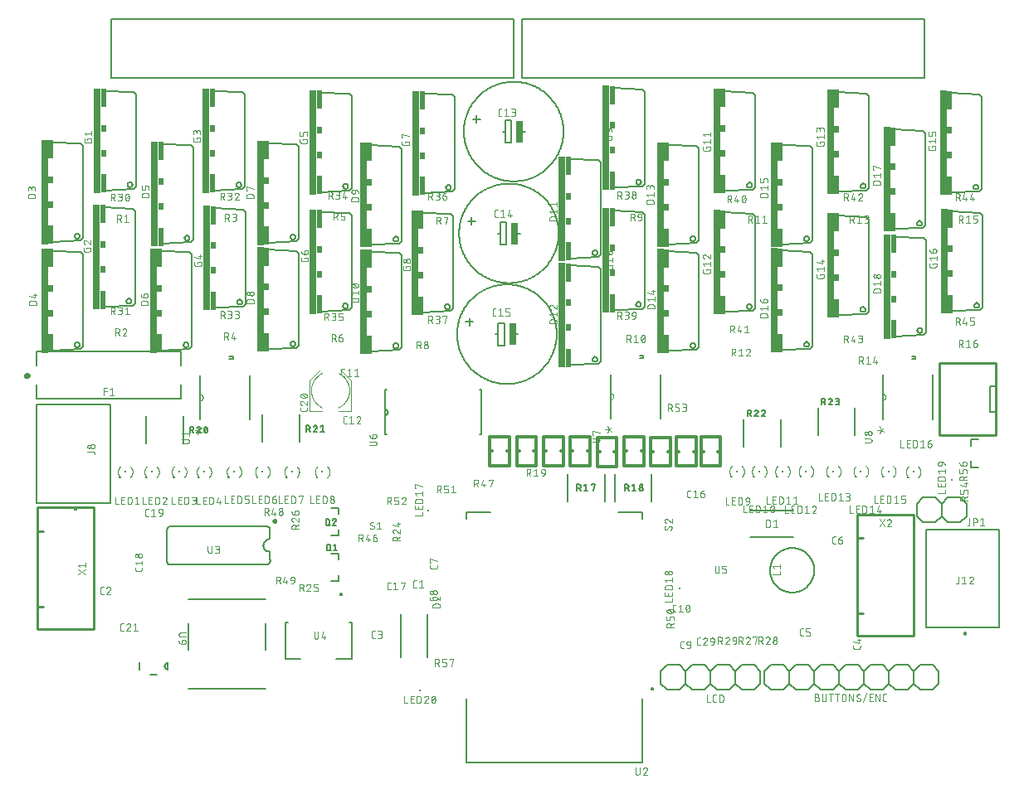
<source format=gbr>
G04 EAGLE Gerber RS-274X export*
G75*
%MOMM*%
%FSLAX34Y34*%
%LPD*%
%INSilkscreen Top*%
%IPPOS*%
%AMOC8*
5,1,8,0,0,1.08239X$1,22.5*%
G01*
%ADD10C,0.127000*%
%ADD11R,0.762000X10.668000*%
%ADD12R,0.508000X1.905000*%
%ADD13R,0.508000X0.762000*%
%ADD14C,0.076200*%
%ADD15C,0.304800*%
%ADD16C,0.203200*%
%ADD17C,0.152400*%
%ADD18C,0.200000*%
%ADD19C,0.254000*%
%ADD20C,0.101600*%
%ADD21R,0.200000X0.200000*%
%ADD22R,0.250000X0.150000*%
%ADD23R,0.635000X2.286000*%
%ADD24R,0.250000X0.250000*%
%ADD25C,0.300000*%
%ADD26C,0.000000*%


D10*
X86900Y700200D02*
X497300Y700200D01*
X86900Y700200D02*
X86900Y640200D01*
X497300Y640200D01*
X497300Y700200D01*
X506000Y700300D02*
X916400Y700300D01*
X506000Y700300D02*
X506000Y640300D01*
X916400Y640300D01*
X916400Y700300D01*
X109340Y626030D02*
X80130Y627300D01*
X109340Y626030D02*
X111880Y623490D01*
X111880Y529510D01*
X109340Y526970D01*
X80130Y525700D01*
X103244Y531542D02*
X103246Y531642D01*
X103252Y531743D01*
X103262Y531842D01*
X103276Y531942D01*
X103293Y532041D01*
X103315Y532139D01*
X103341Y532236D01*
X103370Y532332D01*
X103403Y532426D01*
X103440Y532520D01*
X103480Y532612D01*
X103524Y532702D01*
X103572Y532790D01*
X103623Y532877D01*
X103677Y532961D01*
X103735Y533043D01*
X103796Y533123D01*
X103860Y533200D01*
X103927Y533275D01*
X103997Y533347D01*
X104070Y533416D01*
X104145Y533482D01*
X104223Y533546D01*
X104303Y533606D01*
X104386Y533663D01*
X104471Y533716D01*
X104558Y533766D01*
X104647Y533813D01*
X104737Y533856D01*
X104829Y533896D01*
X104923Y533932D01*
X105018Y533964D01*
X105114Y533992D01*
X105212Y534017D01*
X105310Y534037D01*
X105409Y534054D01*
X105509Y534067D01*
X105608Y534076D01*
X105709Y534081D01*
X105809Y534082D01*
X105909Y534079D01*
X106010Y534072D01*
X106109Y534061D01*
X106209Y534046D01*
X106307Y534028D01*
X106405Y534005D01*
X106502Y533978D01*
X106597Y533948D01*
X106692Y533914D01*
X106785Y533876D01*
X106876Y533835D01*
X106966Y533790D01*
X107054Y533742D01*
X107140Y533690D01*
X107224Y533635D01*
X107305Y533576D01*
X107384Y533514D01*
X107461Y533450D01*
X107535Y533382D01*
X107606Y533311D01*
X107675Y533238D01*
X107740Y533162D01*
X107803Y533083D01*
X107862Y533002D01*
X107918Y532919D01*
X107971Y532834D01*
X108020Y532746D01*
X108066Y532657D01*
X108108Y532566D01*
X108147Y532473D01*
X108182Y532379D01*
X108213Y532284D01*
X108241Y532187D01*
X108264Y532090D01*
X108284Y531991D01*
X108300Y531892D01*
X108312Y531793D01*
X108320Y531692D01*
X108324Y531592D01*
X108324Y531492D01*
X108320Y531392D01*
X108312Y531291D01*
X108300Y531192D01*
X108284Y531093D01*
X108264Y530994D01*
X108241Y530897D01*
X108213Y530800D01*
X108182Y530705D01*
X108147Y530611D01*
X108108Y530518D01*
X108066Y530427D01*
X108020Y530338D01*
X107971Y530250D01*
X107918Y530165D01*
X107862Y530082D01*
X107803Y530001D01*
X107740Y529922D01*
X107675Y529846D01*
X107606Y529773D01*
X107535Y529702D01*
X107461Y529634D01*
X107384Y529570D01*
X107305Y529508D01*
X107224Y529449D01*
X107140Y529394D01*
X107054Y529342D01*
X106966Y529294D01*
X106876Y529249D01*
X106785Y529208D01*
X106692Y529170D01*
X106597Y529136D01*
X106502Y529106D01*
X106405Y529079D01*
X106307Y529056D01*
X106209Y529038D01*
X106109Y529023D01*
X106010Y529012D01*
X105909Y529005D01*
X105809Y529002D01*
X105709Y529003D01*
X105608Y529008D01*
X105509Y529017D01*
X105409Y529030D01*
X105310Y529047D01*
X105212Y529067D01*
X105114Y529092D01*
X105018Y529120D01*
X104923Y529152D01*
X104829Y529188D01*
X104737Y529228D01*
X104647Y529271D01*
X104558Y529318D01*
X104471Y529368D01*
X104386Y529421D01*
X104303Y529478D01*
X104223Y529538D01*
X104145Y529602D01*
X104070Y529668D01*
X103997Y529737D01*
X103927Y529809D01*
X103860Y529884D01*
X103796Y529961D01*
X103735Y530041D01*
X103677Y530123D01*
X103623Y530207D01*
X103572Y530294D01*
X103524Y530382D01*
X103480Y530472D01*
X103440Y530564D01*
X103403Y530658D01*
X103370Y530752D01*
X103341Y530848D01*
X103315Y530945D01*
X103293Y531043D01*
X103276Y531142D01*
X103262Y531242D01*
X103252Y531341D01*
X103246Y531442D01*
X103244Y531542D01*
D11*
X72510Y576500D03*
D12*
X78860Y532685D03*
D13*
X78860Y563800D03*
X78860Y589200D03*
D12*
X78860Y620315D03*
D14*
X62503Y578360D02*
X62503Y577132D01*
X62503Y578360D02*
X66595Y578360D01*
X66595Y575905D01*
X66593Y575827D01*
X66588Y575749D01*
X66578Y575672D01*
X66565Y575595D01*
X66549Y575519D01*
X66529Y575444D01*
X66505Y575370D01*
X66478Y575297D01*
X66447Y575225D01*
X66413Y575155D01*
X66376Y575087D01*
X66335Y575020D01*
X66291Y574955D01*
X66245Y574893D01*
X66195Y574833D01*
X66143Y574775D01*
X66088Y574720D01*
X66030Y574668D01*
X65970Y574618D01*
X65908Y574572D01*
X65843Y574528D01*
X65777Y574487D01*
X65708Y574450D01*
X65638Y574416D01*
X65566Y574385D01*
X65493Y574358D01*
X65419Y574334D01*
X65344Y574314D01*
X65268Y574298D01*
X65191Y574285D01*
X65114Y574275D01*
X65036Y574270D01*
X64958Y574268D01*
X60866Y574268D01*
X60786Y574270D01*
X60706Y574276D01*
X60626Y574286D01*
X60547Y574299D01*
X60468Y574317D01*
X60391Y574338D01*
X60315Y574364D01*
X60240Y574393D01*
X60166Y574425D01*
X60094Y574461D01*
X60024Y574501D01*
X59957Y574544D01*
X59891Y574590D01*
X59828Y574640D01*
X59767Y574692D01*
X59708Y574747D01*
X59653Y574806D01*
X59601Y574866D01*
X59551Y574930D01*
X59505Y574995D01*
X59462Y575063D01*
X59422Y575133D01*
X59386Y575205D01*
X59354Y575279D01*
X59325Y575353D01*
X59300Y575430D01*
X59278Y575507D01*
X59260Y575586D01*
X59247Y575665D01*
X59237Y575744D01*
X59231Y575825D01*
X59229Y575905D01*
X59229Y578360D01*
X60866Y581827D02*
X59229Y583873D01*
X66595Y583873D01*
X66595Y581827D02*
X66595Y585919D01*
D10*
X79030Y508300D02*
X108240Y507030D01*
X110780Y504490D01*
X110780Y410510D01*
X108240Y407970D01*
X79030Y406700D01*
X102144Y412542D02*
X102146Y412642D01*
X102152Y412743D01*
X102162Y412842D01*
X102176Y412942D01*
X102193Y413041D01*
X102215Y413139D01*
X102241Y413236D01*
X102270Y413332D01*
X102303Y413426D01*
X102340Y413520D01*
X102380Y413612D01*
X102424Y413702D01*
X102472Y413790D01*
X102523Y413877D01*
X102577Y413961D01*
X102635Y414043D01*
X102696Y414123D01*
X102760Y414200D01*
X102827Y414275D01*
X102897Y414347D01*
X102970Y414416D01*
X103045Y414482D01*
X103123Y414546D01*
X103203Y414606D01*
X103286Y414663D01*
X103371Y414716D01*
X103458Y414766D01*
X103547Y414813D01*
X103637Y414856D01*
X103729Y414896D01*
X103823Y414932D01*
X103918Y414964D01*
X104014Y414992D01*
X104112Y415017D01*
X104210Y415037D01*
X104309Y415054D01*
X104409Y415067D01*
X104508Y415076D01*
X104609Y415081D01*
X104709Y415082D01*
X104809Y415079D01*
X104910Y415072D01*
X105009Y415061D01*
X105109Y415046D01*
X105207Y415028D01*
X105305Y415005D01*
X105402Y414978D01*
X105497Y414948D01*
X105592Y414914D01*
X105685Y414876D01*
X105776Y414835D01*
X105866Y414790D01*
X105954Y414742D01*
X106040Y414690D01*
X106124Y414635D01*
X106205Y414576D01*
X106284Y414514D01*
X106361Y414450D01*
X106435Y414382D01*
X106506Y414311D01*
X106575Y414238D01*
X106640Y414162D01*
X106703Y414083D01*
X106762Y414002D01*
X106818Y413919D01*
X106871Y413834D01*
X106920Y413746D01*
X106966Y413657D01*
X107008Y413566D01*
X107047Y413473D01*
X107082Y413379D01*
X107113Y413284D01*
X107141Y413187D01*
X107164Y413090D01*
X107184Y412991D01*
X107200Y412892D01*
X107212Y412793D01*
X107220Y412692D01*
X107224Y412592D01*
X107224Y412492D01*
X107220Y412392D01*
X107212Y412291D01*
X107200Y412192D01*
X107184Y412093D01*
X107164Y411994D01*
X107141Y411897D01*
X107113Y411800D01*
X107082Y411705D01*
X107047Y411611D01*
X107008Y411518D01*
X106966Y411427D01*
X106920Y411338D01*
X106871Y411250D01*
X106818Y411165D01*
X106762Y411082D01*
X106703Y411001D01*
X106640Y410922D01*
X106575Y410846D01*
X106506Y410773D01*
X106435Y410702D01*
X106361Y410634D01*
X106284Y410570D01*
X106205Y410508D01*
X106124Y410449D01*
X106040Y410394D01*
X105954Y410342D01*
X105866Y410294D01*
X105776Y410249D01*
X105685Y410208D01*
X105592Y410170D01*
X105497Y410136D01*
X105402Y410106D01*
X105305Y410079D01*
X105207Y410056D01*
X105109Y410038D01*
X105009Y410023D01*
X104910Y410012D01*
X104809Y410005D01*
X104709Y410002D01*
X104609Y410003D01*
X104508Y410008D01*
X104409Y410017D01*
X104309Y410030D01*
X104210Y410047D01*
X104112Y410067D01*
X104014Y410092D01*
X103918Y410120D01*
X103823Y410152D01*
X103729Y410188D01*
X103637Y410228D01*
X103547Y410271D01*
X103458Y410318D01*
X103371Y410368D01*
X103286Y410421D01*
X103203Y410478D01*
X103123Y410538D01*
X103045Y410602D01*
X102970Y410668D01*
X102897Y410737D01*
X102827Y410809D01*
X102760Y410884D01*
X102696Y410961D01*
X102635Y411041D01*
X102577Y411123D01*
X102523Y411207D01*
X102472Y411294D01*
X102424Y411382D01*
X102380Y411472D01*
X102340Y411564D01*
X102303Y411658D01*
X102270Y411752D01*
X102241Y411848D01*
X102215Y411945D01*
X102193Y412043D01*
X102176Y412142D01*
X102162Y412242D01*
X102152Y412341D01*
X102146Y412442D01*
X102144Y412542D01*
D11*
X71410Y457500D03*
D12*
X77760Y413685D03*
D13*
X77760Y444800D03*
X77760Y470200D03*
D12*
X77760Y501315D03*
D14*
X61579Y467173D02*
X61579Y465946D01*
X61579Y467173D02*
X65671Y467173D01*
X65671Y464718D01*
X65669Y464640D01*
X65664Y464562D01*
X65654Y464485D01*
X65641Y464408D01*
X65625Y464332D01*
X65605Y464257D01*
X65581Y464183D01*
X65554Y464110D01*
X65523Y464038D01*
X65489Y463968D01*
X65452Y463900D01*
X65411Y463833D01*
X65367Y463768D01*
X65321Y463706D01*
X65271Y463646D01*
X65219Y463588D01*
X65164Y463533D01*
X65106Y463481D01*
X65046Y463431D01*
X64984Y463385D01*
X64919Y463341D01*
X64853Y463300D01*
X64784Y463263D01*
X64714Y463229D01*
X64642Y463198D01*
X64569Y463171D01*
X64495Y463147D01*
X64420Y463127D01*
X64344Y463111D01*
X64267Y463098D01*
X64190Y463088D01*
X64112Y463083D01*
X64034Y463081D01*
X59942Y463081D01*
X59862Y463083D01*
X59782Y463089D01*
X59702Y463099D01*
X59623Y463112D01*
X59544Y463130D01*
X59467Y463151D01*
X59391Y463177D01*
X59316Y463206D01*
X59242Y463238D01*
X59170Y463274D01*
X59100Y463314D01*
X59033Y463357D01*
X58967Y463403D01*
X58904Y463453D01*
X58843Y463505D01*
X58784Y463560D01*
X58729Y463619D01*
X58677Y463679D01*
X58627Y463743D01*
X58581Y463808D01*
X58538Y463876D01*
X58498Y463946D01*
X58462Y464018D01*
X58430Y464092D01*
X58401Y464166D01*
X58376Y464243D01*
X58354Y464320D01*
X58336Y464399D01*
X58323Y464478D01*
X58313Y464557D01*
X58307Y464638D01*
X58305Y464718D01*
X58305Y467173D01*
X58305Y472891D02*
X58307Y472976D01*
X58313Y473061D01*
X58323Y473145D01*
X58336Y473229D01*
X58354Y473313D01*
X58375Y473395D01*
X58400Y473476D01*
X58429Y473556D01*
X58462Y473635D01*
X58498Y473712D01*
X58538Y473787D01*
X58581Y473861D01*
X58627Y473932D01*
X58677Y474001D01*
X58730Y474068D01*
X58786Y474132D01*
X58845Y474193D01*
X58906Y474252D01*
X58970Y474308D01*
X59037Y474361D01*
X59106Y474411D01*
X59177Y474457D01*
X59251Y474500D01*
X59326Y474540D01*
X59403Y474576D01*
X59482Y474609D01*
X59562Y474638D01*
X59643Y474663D01*
X59725Y474684D01*
X59809Y474702D01*
X59893Y474715D01*
X59977Y474725D01*
X60062Y474731D01*
X60147Y474733D01*
X58305Y472891D02*
X58307Y472795D01*
X58313Y472699D01*
X58323Y472604D01*
X58336Y472509D01*
X58354Y472414D01*
X58375Y472321D01*
X58400Y472228D01*
X58429Y472137D01*
X58461Y472046D01*
X58497Y471957D01*
X58537Y471870D01*
X58580Y471784D01*
X58626Y471700D01*
X58676Y471618D01*
X58730Y471538D01*
X58786Y471461D01*
X58846Y471386D01*
X58908Y471313D01*
X58974Y471243D01*
X59042Y471175D01*
X59113Y471110D01*
X59186Y471049D01*
X59262Y470990D01*
X59341Y470934D01*
X59421Y470882D01*
X59504Y470833D01*
X59588Y470787D01*
X59674Y470745D01*
X59762Y470707D01*
X59851Y470672D01*
X59942Y470640D01*
X61579Y474118D02*
X61520Y474178D01*
X61458Y474235D01*
X61394Y474290D01*
X61327Y474341D01*
X61258Y474390D01*
X61188Y474436D01*
X61115Y474479D01*
X61041Y474519D01*
X60965Y474555D01*
X60887Y474588D01*
X60808Y474618D01*
X60728Y474645D01*
X60647Y474668D01*
X60565Y474687D01*
X60483Y474703D01*
X60399Y474716D01*
X60315Y474725D01*
X60231Y474730D01*
X60147Y474732D01*
X61579Y474118D02*
X65671Y470640D01*
X65671Y474732D01*
D10*
X191130Y627300D02*
X220340Y626030D01*
X222880Y623490D01*
X222880Y529510D01*
X220340Y526970D01*
X191130Y525700D01*
X214244Y531542D02*
X214246Y531642D01*
X214252Y531743D01*
X214262Y531842D01*
X214276Y531942D01*
X214293Y532041D01*
X214315Y532139D01*
X214341Y532236D01*
X214370Y532332D01*
X214403Y532426D01*
X214440Y532520D01*
X214480Y532612D01*
X214524Y532702D01*
X214572Y532790D01*
X214623Y532877D01*
X214677Y532961D01*
X214735Y533043D01*
X214796Y533123D01*
X214860Y533200D01*
X214927Y533275D01*
X214997Y533347D01*
X215070Y533416D01*
X215145Y533482D01*
X215223Y533546D01*
X215303Y533606D01*
X215386Y533663D01*
X215471Y533716D01*
X215558Y533766D01*
X215647Y533813D01*
X215737Y533856D01*
X215829Y533896D01*
X215923Y533932D01*
X216018Y533964D01*
X216114Y533992D01*
X216212Y534017D01*
X216310Y534037D01*
X216409Y534054D01*
X216509Y534067D01*
X216608Y534076D01*
X216709Y534081D01*
X216809Y534082D01*
X216909Y534079D01*
X217010Y534072D01*
X217109Y534061D01*
X217209Y534046D01*
X217307Y534028D01*
X217405Y534005D01*
X217502Y533978D01*
X217597Y533948D01*
X217692Y533914D01*
X217785Y533876D01*
X217876Y533835D01*
X217966Y533790D01*
X218054Y533742D01*
X218140Y533690D01*
X218224Y533635D01*
X218305Y533576D01*
X218384Y533514D01*
X218461Y533450D01*
X218535Y533382D01*
X218606Y533311D01*
X218675Y533238D01*
X218740Y533162D01*
X218803Y533083D01*
X218862Y533002D01*
X218918Y532919D01*
X218971Y532834D01*
X219020Y532746D01*
X219066Y532657D01*
X219108Y532566D01*
X219147Y532473D01*
X219182Y532379D01*
X219213Y532284D01*
X219241Y532187D01*
X219264Y532090D01*
X219284Y531991D01*
X219300Y531892D01*
X219312Y531793D01*
X219320Y531692D01*
X219324Y531592D01*
X219324Y531492D01*
X219320Y531392D01*
X219312Y531291D01*
X219300Y531192D01*
X219284Y531093D01*
X219264Y530994D01*
X219241Y530897D01*
X219213Y530800D01*
X219182Y530705D01*
X219147Y530611D01*
X219108Y530518D01*
X219066Y530427D01*
X219020Y530338D01*
X218971Y530250D01*
X218918Y530165D01*
X218862Y530082D01*
X218803Y530001D01*
X218740Y529922D01*
X218675Y529846D01*
X218606Y529773D01*
X218535Y529702D01*
X218461Y529634D01*
X218384Y529570D01*
X218305Y529508D01*
X218224Y529449D01*
X218140Y529394D01*
X218054Y529342D01*
X217966Y529294D01*
X217876Y529249D01*
X217785Y529208D01*
X217692Y529170D01*
X217597Y529136D01*
X217502Y529106D01*
X217405Y529079D01*
X217307Y529056D01*
X217209Y529038D01*
X217109Y529023D01*
X217010Y529012D01*
X216909Y529005D01*
X216809Y529002D01*
X216709Y529003D01*
X216608Y529008D01*
X216509Y529017D01*
X216409Y529030D01*
X216310Y529047D01*
X216212Y529067D01*
X216114Y529092D01*
X216018Y529120D01*
X215923Y529152D01*
X215829Y529188D01*
X215737Y529228D01*
X215647Y529271D01*
X215558Y529318D01*
X215471Y529368D01*
X215386Y529421D01*
X215303Y529478D01*
X215223Y529538D01*
X215145Y529602D01*
X215070Y529668D01*
X214997Y529737D01*
X214927Y529809D01*
X214860Y529884D01*
X214796Y529961D01*
X214735Y530041D01*
X214677Y530123D01*
X214623Y530207D01*
X214572Y530294D01*
X214524Y530382D01*
X214480Y530472D01*
X214440Y530564D01*
X214403Y530658D01*
X214370Y530752D01*
X214341Y530848D01*
X214315Y530945D01*
X214293Y531043D01*
X214276Y531142D01*
X214262Y531242D01*
X214252Y531341D01*
X214246Y531442D01*
X214244Y531542D01*
D11*
X183510Y576500D03*
D12*
X189860Y532685D03*
D13*
X189860Y563800D03*
X189860Y589200D03*
D12*
X189860Y620315D03*
D14*
X173503Y579360D02*
X173503Y578132D01*
X173503Y579360D02*
X177595Y579360D01*
X177595Y576905D01*
X177593Y576827D01*
X177588Y576749D01*
X177578Y576672D01*
X177565Y576595D01*
X177549Y576519D01*
X177529Y576444D01*
X177505Y576370D01*
X177478Y576297D01*
X177447Y576225D01*
X177413Y576155D01*
X177376Y576087D01*
X177335Y576020D01*
X177291Y575955D01*
X177245Y575893D01*
X177195Y575833D01*
X177143Y575775D01*
X177088Y575720D01*
X177030Y575668D01*
X176970Y575618D01*
X176908Y575572D01*
X176843Y575528D01*
X176777Y575487D01*
X176708Y575450D01*
X176638Y575416D01*
X176566Y575385D01*
X176493Y575358D01*
X176419Y575334D01*
X176344Y575314D01*
X176268Y575298D01*
X176191Y575285D01*
X176114Y575275D01*
X176036Y575270D01*
X175958Y575268D01*
X171866Y575268D01*
X171786Y575270D01*
X171706Y575276D01*
X171626Y575286D01*
X171547Y575299D01*
X171468Y575317D01*
X171391Y575338D01*
X171315Y575364D01*
X171240Y575393D01*
X171166Y575425D01*
X171094Y575461D01*
X171024Y575501D01*
X170957Y575544D01*
X170891Y575590D01*
X170828Y575640D01*
X170767Y575692D01*
X170708Y575747D01*
X170653Y575806D01*
X170601Y575866D01*
X170551Y575930D01*
X170505Y575995D01*
X170462Y576063D01*
X170422Y576133D01*
X170386Y576205D01*
X170354Y576279D01*
X170325Y576353D01*
X170300Y576430D01*
X170278Y576507D01*
X170260Y576586D01*
X170247Y576665D01*
X170237Y576744D01*
X170231Y576825D01*
X170229Y576905D01*
X170229Y579360D01*
X177595Y582827D02*
X177595Y584873D01*
X177593Y584962D01*
X177587Y585051D01*
X177577Y585140D01*
X177564Y585228D01*
X177547Y585316D01*
X177525Y585403D01*
X177500Y585488D01*
X177472Y585573D01*
X177439Y585656D01*
X177403Y585738D01*
X177364Y585818D01*
X177321Y585896D01*
X177275Y585972D01*
X177225Y586047D01*
X177172Y586119D01*
X177116Y586188D01*
X177057Y586255D01*
X176996Y586320D01*
X176931Y586381D01*
X176864Y586440D01*
X176795Y586496D01*
X176723Y586549D01*
X176648Y586599D01*
X176572Y586645D01*
X176494Y586688D01*
X176414Y586727D01*
X176332Y586763D01*
X176249Y586796D01*
X176164Y586824D01*
X176079Y586849D01*
X175992Y586871D01*
X175904Y586888D01*
X175816Y586901D01*
X175727Y586911D01*
X175638Y586917D01*
X175549Y586919D01*
X175460Y586917D01*
X175371Y586911D01*
X175282Y586901D01*
X175194Y586888D01*
X175106Y586871D01*
X175019Y586849D01*
X174934Y586824D01*
X174849Y586796D01*
X174766Y586763D01*
X174684Y586727D01*
X174604Y586688D01*
X174526Y586645D01*
X174450Y586599D01*
X174375Y586549D01*
X174303Y586496D01*
X174234Y586440D01*
X174167Y586381D01*
X174102Y586320D01*
X174041Y586255D01*
X173982Y586188D01*
X173926Y586119D01*
X173873Y586047D01*
X173823Y585972D01*
X173777Y585896D01*
X173734Y585818D01*
X173695Y585738D01*
X173659Y585656D01*
X173626Y585573D01*
X173598Y585488D01*
X173573Y585403D01*
X173551Y585316D01*
X173534Y585228D01*
X173521Y585140D01*
X173511Y585051D01*
X173505Y584962D01*
X173503Y584873D01*
X170229Y585282D02*
X170229Y582827D01*
X170229Y585282D02*
X170231Y585361D01*
X170237Y585440D01*
X170246Y585519D01*
X170259Y585597D01*
X170277Y585674D01*
X170297Y585750D01*
X170322Y585825D01*
X170350Y585899D01*
X170381Y585972D01*
X170417Y586043D01*
X170455Y586112D01*
X170497Y586179D01*
X170542Y586244D01*
X170590Y586307D01*
X170641Y586368D01*
X170695Y586425D01*
X170751Y586481D01*
X170810Y586533D01*
X170872Y586583D01*
X170936Y586629D01*
X171002Y586673D01*
X171070Y586713D01*
X171140Y586749D01*
X171212Y586783D01*
X171286Y586813D01*
X171360Y586839D01*
X171436Y586862D01*
X171513Y586880D01*
X171590Y586896D01*
X171669Y586907D01*
X171747Y586915D01*
X171826Y586919D01*
X171906Y586919D01*
X171985Y586915D01*
X172063Y586907D01*
X172142Y586896D01*
X172219Y586880D01*
X172296Y586862D01*
X172372Y586839D01*
X172446Y586813D01*
X172520Y586783D01*
X172592Y586749D01*
X172662Y586713D01*
X172730Y586673D01*
X172796Y586629D01*
X172860Y586583D01*
X172922Y586533D01*
X172981Y586481D01*
X173037Y586425D01*
X173091Y586368D01*
X173142Y586307D01*
X173190Y586244D01*
X173235Y586179D01*
X173277Y586112D01*
X173315Y586043D01*
X173351Y585972D01*
X173382Y585899D01*
X173410Y585825D01*
X173435Y585750D01*
X173455Y585674D01*
X173473Y585597D01*
X173486Y585519D01*
X173495Y585440D01*
X173501Y585361D01*
X173503Y585282D01*
X173503Y583645D01*
D10*
X192030Y507300D02*
X221240Y506030D01*
X223780Y503490D01*
X223780Y409510D01*
X221240Y406970D01*
X192030Y405700D01*
X215144Y411542D02*
X215146Y411642D01*
X215152Y411743D01*
X215162Y411842D01*
X215176Y411942D01*
X215193Y412041D01*
X215215Y412139D01*
X215241Y412236D01*
X215270Y412332D01*
X215303Y412426D01*
X215340Y412520D01*
X215380Y412612D01*
X215424Y412702D01*
X215472Y412790D01*
X215523Y412877D01*
X215577Y412961D01*
X215635Y413043D01*
X215696Y413123D01*
X215760Y413200D01*
X215827Y413275D01*
X215897Y413347D01*
X215970Y413416D01*
X216045Y413482D01*
X216123Y413546D01*
X216203Y413606D01*
X216286Y413663D01*
X216371Y413716D01*
X216458Y413766D01*
X216547Y413813D01*
X216637Y413856D01*
X216729Y413896D01*
X216823Y413932D01*
X216918Y413964D01*
X217014Y413992D01*
X217112Y414017D01*
X217210Y414037D01*
X217309Y414054D01*
X217409Y414067D01*
X217508Y414076D01*
X217609Y414081D01*
X217709Y414082D01*
X217809Y414079D01*
X217910Y414072D01*
X218009Y414061D01*
X218109Y414046D01*
X218207Y414028D01*
X218305Y414005D01*
X218402Y413978D01*
X218497Y413948D01*
X218592Y413914D01*
X218685Y413876D01*
X218776Y413835D01*
X218866Y413790D01*
X218954Y413742D01*
X219040Y413690D01*
X219124Y413635D01*
X219205Y413576D01*
X219284Y413514D01*
X219361Y413450D01*
X219435Y413382D01*
X219506Y413311D01*
X219575Y413238D01*
X219640Y413162D01*
X219703Y413083D01*
X219762Y413002D01*
X219818Y412919D01*
X219871Y412834D01*
X219920Y412746D01*
X219966Y412657D01*
X220008Y412566D01*
X220047Y412473D01*
X220082Y412379D01*
X220113Y412284D01*
X220141Y412187D01*
X220164Y412090D01*
X220184Y411991D01*
X220200Y411892D01*
X220212Y411793D01*
X220220Y411692D01*
X220224Y411592D01*
X220224Y411492D01*
X220220Y411392D01*
X220212Y411291D01*
X220200Y411192D01*
X220184Y411093D01*
X220164Y410994D01*
X220141Y410897D01*
X220113Y410800D01*
X220082Y410705D01*
X220047Y410611D01*
X220008Y410518D01*
X219966Y410427D01*
X219920Y410338D01*
X219871Y410250D01*
X219818Y410165D01*
X219762Y410082D01*
X219703Y410001D01*
X219640Y409922D01*
X219575Y409846D01*
X219506Y409773D01*
X219435Y409702D01*
X219361Y409634D01*
X219284Y409570D01*
X219205Y409508D01*
X219124Y409449D01*
X219040Y409394D01*
X218954Y409342D01*
X218866Y409294D01*
X218776Y409249D01*
X218685Y409208D01*
X218592Y409170D01*
X218497Y409136D01*
X218402Y409106D01*
X218305Y409079D01*
X218207Y409056D01*
X218109Y409038D01*
X218009Y409023D01*
X217910Y409012D01*
X217809Y409005D01*
X217709Y409002D01*
X217609Y409003D01*
X217508Y409008D01*
X217409Y409017D01*
X217309Y409030D01*
X217210Y409047D01*
X217112Y409067D01*
X217014Y409092D01*
X216918Y409120D01*
X216823Y409152D01*
X216729Y409188D01*
X216637Y409228D01*
X216547Y409271D01*
X216458Y409318D01*
X216371Y409368D01*
X216286Y409421D01*
X216203Y409478D01*
X216123Y409538D01*
X216045Y409602D01*
X215970Y409668D01*
X215897Y409737D01*
X215827Y409809D01*
X215760Y409884D01*
X215696Y409961D01*
X215635Y410041D01*
X215577Y410123D01*
X215523Y410207D01*
X215472Y410294D01*
X215424Y410382D01*
X215380Y410472D01*
X215340Y410564D01*
X215303Y410658D01*
X215270Y410752D01*
X215241Y410848D01*
X215215Y410945D01*
X215193Y411043D01*
X215176Y411142D01*
X215162Y411242D01*
X215152Y411341D01*
X215146Y411442D01*
X215144Y411542D01*
D11*
X184410Y456500D03*
D12*
X190760Y412685D03*
D13*
X190760Y443800D03*
X190760Y469200D03*
D12*
X190760Y500315D03*
D14*
X174603Y452360D02*
X174603Y451132D01*
X174603Y452360D02*
X178695Y452360D01*
X178695Y449905D01*
X178693Y449827D01*
X178688Y449749D01*
X178678Y449672D01*
X178665Y449595D01*
X178649Y449519D01*
X178629Y449444D01*
X178605Y449370D01*
X178578Y449297D01*
X178547Y449225D01*
X178513Y449155D01*
X178476Y449087D01*
X178435Y449020D01*
X178391Y448955D01*
X178345Y448893D01*
X178295Y448833D01*
X178243Y448775D01*
X178188Y448720D01*
X178130Y448668D01*
X178070Y448618D01*
X178008Y448572D01*
X177943Y448528D01*
X177877Y448487D01*
X177808Y448450D01*
X177738Y448416D01*
X177666Y448385D01*
X177593Y448358D01*
X177519Y448334D01*
X177444Y448314D01*
X177368Y448298D01*
X177291Y448285D01*
X177214Y448275D01*
X177136Y448270D01*
X177058Y448268D01*
X172966Y448268D01*
X172886Y448270D01*
X172806Y448276D01*
X172726Y448286D01*
X172647Y448299D01*
X172568Y448317D01*
X172491Y448338D01*
X172415Y448364D01*
X172340Y448393D01*
X172266Y448425D01*
X172194Y448461D01*
X172124Y448501D01*
X172057Y448544D01*
X171991Y448590D01*
X171928Y448640D01*
X171867Y448692D01*
X171808Y448747D01*
X171753Y448806D01*
X171701Y448866D01*
X171651Y448930D01*
X171605Y448995D01*
X171562Y449063D01*
X171522Y449133D01*
X171486Y449205D01*
X171454Y449279D01*
X171425Y449353D01*
X171400Y449430D01*
X171378Y449507D01*
X171360Y449586D01*
X171347Y449665D01*
X171337Y449744D01*
X171331Y449825D01*
X171329Y449905D01*
X171329Y452360D01*
X171329Y457464D02*
X177058Y455827D01*
X177058Y459919D01*
X175421Y458691D02*
X178695Y458691D01*
D10*
X300130Y625600D02*
X329340Y624330D01*
X331880Y621790D01*
X331880Y527810D01*
X329340Y525270D01*
X300130Y524000D01*
X323244Y529842D02*
X323246Y529942D01*
X323252Y530043D01*
X323262Y530142D01*
X323276Y530242D01*
X323293Y530341D01*
X323315Y530439D01*
X323341Y530536D01*
X323370Y530632D01*
X323403Y530726D01*
X323440Y530820D01*
X323480Y530912D01*
X323524Y531002D01*
X323572Y531090D01*
X323623Y531177D01*
X323677Y531261D01*
X323735Y531343D01*
X323796Y531423D01*
X323860Y531500D01*
X323927Y531575D01*
X323997Y531647D01*
X324070Y531716D01*
X324145Y531782D01*
X324223Y531846D01*
X324303Y531906D01*
X324386Y531963D01*
X324471Y532016D01*
X324558Y532066D01*
X324647Y532113D01*
X324737Y532156D01*
X324829Y532196D01*
X324923Y532232D01*
X325018Y532264D01*
X325114Y532292D01*
X325212Y532317D01*
X325310Y532337D01*
X325409Y532354D01*
X325509Y532367D01*
X325608Y532376D01*
X325709Y532381D01*
X325809Y532382D01*
X325909Y532379D01*
X326010Y532372D01*
X326109Y532361D01*
X326209Y532346D01*
X326307Y532328D01*
X326405Y532305D01*
X326502Y532278D01*
X326597Y532248D01*
X326692Y532214D01*
X326785Y532176D01*
X326876Y532135D01*
X326966Y532090D01*
X327054Y532042D01*
X327140Y531990D01*
X327224Y531935D01*
X327305Y531876D01*
X327384Y531814D01*
X327461Y531750D01*
X327535Y531682D01*
X327606Y531611D01*
X327675Y531538D01*
X327740Y531462D01*
X327803Y531383D01*
X327862Y531302D01*
X327918Y531219D01*
X327971Y531134D01*
X328020Y531046D01*
X328066Y530957D01*
X328108Y530866D01*
X328147Y530773D01*
X328182Y530679D01*
X328213Y530584D01*
X328241Y530487D01*
X328264Y530390D01*
X328284Y530291D01*
X328300Y530192D01*
X328312Y530093D01*
X328320Y529992D01*
X328324Y529892D01*
X328324Y529792D01*
X328320Y529692D01*
X328312Y529591D01*
X328300Y529492D01*
X328284Y529393D01*
X328264Y529294D01*
X328241Y529197D01*
X328213Y529100D01*
X328182Y529005D01*
X328147Y528911D01*
X328108Y528818D01*
X328066Y528727D01*
X328020Y528638D01*
X327971Y528550D01*
X327918Y528465D01*
X327862Y528382D01*
X327803Y528301D01*
X327740Y528222D01*
X327675Y528146D01*
X327606Y528073D01*
X327535Y528002D01*
X327461Y527934D01*
X327384Y527870D01*
X327305Y527808D01*
X327224Y527749D01*
X327140Y527694D01*
X327054Y527642D01*
X326966Y527594D01*
X326876Y527549D01*
X326785Y527508D01*
X326692Y527470D01*
X326597Y527436D01*
X326502Y527406D01*
X326405Y527379D01*
X326307Y527356D01*
X326209Y527338D01*
X326109Y527323D01*
X326010Y527312D01*
X325909Y527305D01*
X325809Y527302D01*
X325709Y527303D01*
X325608Y527308D01*
X325509Y527317D01*
X325409Y527330D01*
X325310Y527347D01*
X325212Y527367D01*
X325114Y527392D01*
X325018Y527420D01*
X324923Y527452D01*
X324829Y527488D01*
X324737Y527528D01*
X324647Y527571D01*
X324558Y527618D01*
X324471Y527668D01*
X324386Y527721D01*
X324303Y527778D01*
X324223Y527838D01*
X324145Y527902D01*
X324070Y527968D01*
X323997Y528037D01*
X323927Y528109D01*
X323860Y528184D01*
X323796Y528261D01*
X323735Y528341D01*
X323677Y528423D01*
X323623Y528507D01*
X323572Y528594D01*
X323524Y528682D01*
X323480Y528772D01*
X323440Y528864D01*
X323403Y528958D01*
X323370Y529052D01*
X323341Y529148D01*
X323315Y529245D01*
X323293Y529343D01*
X323276Y529442D01*
X323262Y529542D01*
X323252Y529641D01*
X323246Y529742D01*
X323244Y529842D01*
D11*
X292510Y574800D03*
D12*
X298860Y530985D03*
D13*
X298860Y562100D03*
X298860Y587500D03*
D12*
X298860Y618615D03*
D14*
X282503Y578060D02*
X282503Y576832D01*
X282503Y578060D02*
X286595Y578060D01*
X286595Y575605D01*
X286593Y575527D01*
X286588Y575449D01*
X286578Y575372D01*
X286565Y575295D01*
X286549Y575219D01*
X286529Y575144D01*
X286505Y575070D01*
X286478Y574997D01*
X286447Y574925D01*
X286413Y574855D01*
X286376Y574787D01*
X286335Y574720D01*
X286291Y574655D01*
X286245Y574593D01*
X286195Y574533D01*
X286143Y574475D01*
X286088Y574420D01*
X286030Y574368D01*
X285970Y574318D01*
X285908Y574272D01*
X285843Y574228D01*
X285777Y574187D01*
X285708Y574150D01*
X285638Y574116D01*
X285566Y574085D01*
X285493Y574058D01*
X285419Y574034D01*
X285344Y574014D01*
X285268Y573998D01*
X285191Y573985D01*
X285114Y573975D01*
X285036Y573970D01*
X284958Y573968D01*
X280866Y573968D01*
X280786Y573970D01*
X280706Y573976D01*
X280626Y573986D01*
X280547Y573999D01*
X280468Y574017D01*
X280391Y574038D01*
X280315Y574064D01*
X280240Y574093D01*
X280166Y574125D01*
X280094Y574161D01*
X280024Y574201D01*
X279957Y574244D01*
X279891Y574290D01*
X279828Y574340D01*
X279767Y574392D01*
X279708Y574447D01*
X279653Y574506D01*
X279601Y574566D01*
X279551Y574630D01*
X279505Y574695D01*
X279462Y574763D01*
X279422Y574833D01*
X279386Y574905D01*
X279354Y574979D01*
X279325Y575053D01*
X279300Y575130D01*
X279278Y575207D01*
X279260Y575286D01*
X279247Y575365D01*
X279237Y575444D01*
X279231Y575525D01*
X279229Y575605D01*
X279229Y578060D01*
X286595Y581527D02*
X286595Y583982D01*
X286593Y584060D01*
X286588Y584138D01*
X286578Y584215D01*
X286565Y584292D01*
X286549Y584368D01*
X286529Y584443D01*
X286505Y584517D01*
X286478Y584590D01*
X286447Y584662D01*
X286413Y584732D01*
X286376Y584801D01*
X286335Y584867D01*
X286291Y584932D01*
X286245Y584994D01*
X286195Y585054D01*
X286143Y585112D01*
X286088Y585167D01*
X286030Y585219D01*
X285970Y585269D01*
X285908Y585315D01*
X285843Y585359D01*
X285777Y585400D01*
X285708Y585437D01*
X285638Y585471D01*
X285566Y585502D01*
X285493Y585529D01*
X285419Y585553D01*
X285344Y585573D01*
X285268Y585589D01*
X285191Y585602D01*
X285114Y585612D01*
X285036Y585617D01*
X284958Y585619D01*
X284140Y585619D01*
X284060Y585617D01*
X283980Y585611D01*
X283900Y585601D01*
X283821Y585588D01*
X283742Y585570D01*
X283665Y585549D01*
X283589Y585523D01*
X283514Y585494D01*
X283440Y585462D01*
X283368Y585426D01*
X283298Y585386D01*
X283231Y585343D01*
X283165Y585297D01*
X283102Y585247D01*
X283041Y585195D01*
X282982Y585140D01*
X282927Y585081D01*
X282875Y585021D01*
X282825Y584957D01*
X282779Y584891D01*
X282736Y584824D01*
X282696Y584754D01*
X282660Y584682D01*
X282628Y584608D01*
X282599Y584534D01*
X282573Y584457D01*
X282552Y584380D01*
X282534Y584301D01*
X282521Y584222D01*
X282511Y584142D01*
X282505Y584062D01*
X282503Y583982D01*
X282503Y581527D01*
X279229Y581527D01*
X279229Y585619D01*
D10*
X300030Y503600D02*
X329240Y502330D01*
X331780Y499790D01*
X331780Y405810D01*
X329240Y403270D01*
X300030Y402000D01*
X323144Y407842D02*
X323146Y407942D01*
X323152Y408043D01*
X323162Y408142D01*
X323176Y408242D01*
X323193Y408341D01*
X323215Y408439D01*
X323241Y408536D01*
X323270Y408632D01*
X323303Y408726D01*
X323340Y408820D01*
X323380Y408912D01*
X323424Y409002D01*
X323472Y409090D01*
X323523Y409177D01*
X323577Y409261D01*
X323635Y409343D01*
X323696Y409423D01*
X323760Y409500D01*
X323827Y409575D01*
X323897Y409647D01*
X323970Y409716D01*
X324045Y409782D01*
X324123Y409846D01*
X324203Y409906D01*
X324286Y409963D01*
X324371Y410016D01*
X324458Y410066D01*
X324547Y410113D01*
X324637Y410156D01*
X324729Y410196D01*
X324823Y410232D01*
X324918Y410264D01*
X325014Y410292D01*
X325112Y410317D01*
X325210Y410337D01*
X325309Y410354D01*
X325409Y410367D01*
X325508Y410376D01*
X325609Y410381D01*
X325709Y410382D01*
X325809Y410379D01*
X325910Y410372D01*
X326009Y410361D01*
X326109Y410346D01*
X326207Y410328D01*
X326305Y410305D01*
X326402Y410278D01*
X326497Y410248D01*
X326592Y410214D01*
X326685Y410176D01*
X326776Y410135D01*
X326866Y410090D01*
X326954Y410042D01*
X327040Y409990D01*
X327124Y409935D01*
X327205Y409876D01*
X327284Y409814D01*
X327361Y409750D01*
X327435Y409682D01*
X327506Y409611D01*
X327575Y409538D01*
X327640Y409462D01*
X327703Y409383D01*
X327762Y409302D01*
X327818Y409219D01*
X327871Y409134D01*
X327920Y409046D01*
X327966Y408957D01*
X328008Y408866D01*
X328047Y408773D01*
X328082Y408679D01*
X328113Y408584D01*
X328141Y408487D01*
X328164Y408390D01*
X328184Y408291D01*
X328200Y408192D01*
X328212Y408093D01*
X328220Y407992D01*
X328224Y407892D01*
X328224Y407792D01*
X328220Y407692D01*
X328212Y407591D01*
X328200Y407492D01*
X328184Y407393D01*
X328164Y407294D01*
X328141Y407197D01*
X328113Y407100D01*
X328082Y407005D01*
X328047Y406911D01*
X328008Y406818D01*
X327966Y406727D01*
X327920Y406638D01*
X327871Y406550D01*
X327818Y406465D01*
X327762Y406382D01*
X327703Y406301D01*
X327640Y406222D01*
X327575Y406146D01*
X327506Y406073D01*
X327435Y406002D01*
X327361Y405934D01*
X327284Y405870D01*
X327205Y405808D01*
X327124Y405749D01*
X327040Y405694D01*
X326954Y405642D01*
X326866Y405594D01*
X326776Y405549D01*
X326685Y405508D01*
X326592Y405470D01*
X326497Y405436D01*
X326402Y405406D01*
X326305Y405379D01*
X326207Y405356D01*
X326109Y405338D01*
X326009Y405323D01*
X325910Y405312D01*
X325809Y405305D01*
X325709Y405302D01*
X325609Y405303D01*
X325508Y405308D01*
X325409Y405317D01*
X325309Y405330D01*
X325210Y405347D01*
X325112Y405367D01*
X325014Y405392D01*
X324918Y405420D01*
X324823Y405452D01*
X324729Y405488D01*
X324637Y405528D01*
X324547Y405571D01*
X324458Y405618D01*
X324371Y405668D01*
X324286Y405721D01*
X324203Y405778D01*
X324123Y405838D01*
X324045Y405902D01*
X323970Y405968D01*
X323897Y406037D01*
X323827Y406109D01*
X323760Y406184D01*
X323696Y406261D01*
X323635Y406341D01*
X323577Y406423D01*
X323523Y406507D01*
X323472Y406594D01*
X323424Y406682D01*
X323380Y406772D01*
X323340Y406864D01*
X323303Y406958D01*
X323270Y407052D01*
X323241Y407148D01*
X323215Y407245D01*
X323193Y407343D01*
X323176Y407442D01*
X323162Y407542D01*
X323152Y407641D01*
X323146Y407742D01*
X323144Y407842D01*
D11*
X292410Y452800D03*
D12*
X298760Y408985D03*
D13*
X298760Y440100D03*
X298760Y465500D03*
D12*
X298760Y496615D03*
D14*
X283603Y457060D02*
X283603Y455832D01*
X283603Y457060D02*
X287695Y457060D01*
X287695Y454605D01*
X287693Y454527D01*
X287688Y454449D01*
X287678Y454372D01*
X287665Y454295D01*
X287649Y454219D01*
X287629Y454144D01*
X287605Y454070D01*
X287578Y453997D01*
X287547Y453925D01*
X287513Y453855D01*
X287476Y453787D01*
X287435Y453720D01*
X287391Y453655D01*
X287345Y453593D01*
X287295Y453533D01*
X287243Y453475D01*
X287188Y453420D01*
X287130Y453368D01*
X287070Y453318D01*
X287008Y453272D01*
X286943Y453228D01*
X286877Y453187D01*
X286808Y453150D01*
X286738Y453116D01*
X286666Y453085D01*
X286593Y453058D01*
X286519Y453034D01*
X286444Y453014D01*
X286368Y452998D01*
X286291Y452985D01*
X286214Y452975D01*
X286136Y452970D01*
X286058Y452968D01*
X281966Y452968D01*
X281886Y452970D01*
X281806Y452976D01*
X281726Y452986D01*
X281647Y452999D01*
X281568Y453017D01*
X281491Y453038D01*
X281415Y453064D01*
X281340Y453093D01*
X281266Y453125D01*
X281194Y453161D01*
X281124Y453201D01*
X281057Y453244D01*
X280991Y453290D01*
X280928Y453340D01*
X280867Y453392D01*
X280808Y453447D01*
X280753Y453506D01*
X280701Y453566D01*
X280651Y453630D01*
X280605Y453695D01*
X280562Y453763D01*
X280522Y453833D01*
X280486Y453905D01*
X280454Y453979D01*
X280425Y454053D01*
X280400Y454130D01*
X280378Y454207D01*
X280360Y454286D01*
X280347Y454365D01*
X280337Y454444D01*
X280331Y454525D01*
X280329Y454605D01*
X280329Y457060D01*
X283603Y460527D02*
X283603Y462982D01*
X283605Y463060D01*
X283610Y463138D01*
X283620Y463215D01*
X283633Y463292D01*
X283649Y463368D01*
X283669Y463443D01*
X283693Y463517D01*
X283720Y463590D01*
X283751Y463662D01*
X283785Y463732D01*
X283822Y463801D01*
X283863Y463867D01*
X283907Y463932D01*
X283953Y463994D01*
X284003Y464054D01*
X284055Y464112D01*
X284110Y464167D01*
X284168Y464219D01*
X284228Y464269D01*
X284290Y464315D01*
X284355Y464359D01*
X284422Y464400D01*
X284490Y464437D01*
X284560Y464471D01*
X284632Y464502D01*
X284705Y464529D01*
X284779Y464553D01*
X284854Y464573D01*
X284930Y464589D01*
X285007Y464602D01*
X285084Y464612D01*
X285162Y464617D01*
X285240Y464619D01*
X285649Y464619D01*
X285738Y464617D01*
X285827Y464611D01*
X285916Y464601D01*
X286004Y464588D01*
X286092Y464571D01*
X286179Y464549D01*
X286264Y464524D01*
X286349Y464496D01*
X286432Y464463D01*
X286514Y464427D01*
X286594Y464388D01*
X286672Y464345D01*
X286748Y464299D01*
X286823Y464249D01*
X286895Y464196D01*
X286964Y464140D01*
X287031Y464081D01*
X287096Y464020D01*
X287157Y463955D01*
X287216Y463888D01*
X287272Y463819D01*
X287325Y463747D01*
X287375Y463672D01*
X287421Y463596D01*
X287464Y463518D01*
X287503Y463438D01*
X287539Y463356D01*
X287572Y463273D01*
X287600Y463188D01*
X287625Y463103D01*
X287647Y463016D01*
X287664Y462928D01*
X287677Y462840D01*
X287687Y462751D01*
X287693Y462662D01*
X287695Y462573D01*
X287693Y462484D01*
X287687Y462395D01*
X287677Y462306D01*
X287664Y462218D01*
X287647Y462130D01*
X287625Y462043D01*
X287600Y461958D01*
X287572Y461873D01*
X287539Y461790D01*
X287503Y461708D01*
X287464Y461628D01*
X287421Y461550D01*
X287375Y461474D01*
X287325Y461399D01*
X287272Y461327D01*
X287216Y461258D01*
X287157Y461191D01*
X287096Y461126D01*
X287031Y461065D01*
X286964Y461006D01*
X286895Y460950D01*
X286823Y460897D01*
X286748Y460847D01*
X286672Y460801D01*
X286594Y460758D01*
X286514Y460719D01*
X286432Y460683D01*
X286349Y460650D01*
X286264Y460622D01*
X286179Y460597D01*
X286092Y460575D01*
X286004Y460558D01*
X285916Y460545D01*
X285827Y460535D01*
X285738Y460529D01*
X285649Y460527D01*
X283603Y460527D01*
X283489Y460529D01*
X283375Y460535D01*
X283261Y460545D01*
X283147Y460559D01*
X283034Y460577D01*
X282922Y460599D01*
X282811Y460624D01*
X282701Y460654D01*
X282591Y460687D01*
X282483Y460724D01*
X282377Y460765D01*
X282271Y460810D01*
X282168Y460858D01*
X282066Y460910D01*
X281966Y460966D01*
X281868Y461024D01*
X281772Y461087D01*
X281679Y461152D01*
X281587Y461221D01*
X281499Y461293D01*
X281412Y461368D01*
X281329Y461446D01*
X281248Y461527D01*
X281170Y461610D01*
X281095Y461696D01*
X281023Y461785D01*
X280954Y461877D01*
X280889Y461970D01*
X280827Y462066D01*
X280768Y462164D01*
X280712Y462264D01*
X280660Y462366D01*
X280612Y462469D01*
X280567Y462574D01*
X280526Y462681D01*
X280489Y462789D01*
X280456Y462899D01*
X280426Y463009D01*
X280401Y463120D01*
X280379Y463232D01*
X280361Y463345D01*
X280347Y463459D01*
X280337Y463573D01*
X280331Y463687D01*
X280329Y463801D01*
D10*
X405130Y624600D02*
X434340Y623330D01*
X436880Y620790D01*
X436880Y526810D01*
X434340Y524270D01*
X405130Y523000D01*
X428244Y528842D02*
X428246Y528942D01*
X428252Y529043D01*
X428262Y529142D01*
X428276Y529242D01*
X428293Y529341D01*
X428315Y529439D01*
X428341Y529536D01*
X428370Y529632D01*
X428403Y529726D01*
X428440Y529820D01*
X428480Y529912D01*
X428524Y530002D01*
X428572Y530090D01*
X428623Y530177D01*
X428677Y530261D01*
X428735Y530343D01*
X428796Y530423D01*
X428860Y530500D01*
X428927Y530575D01*
X428997Y530647D01*
X429070Y530716D01*
X429145Y530782D01*
X429223Y530846D01*
X429303Y530906D01*
X429386Y530963D01*
X429471Y531016D01*
X429558Y531066D01*
X429647Y531113D01*
X429737Y531156D01*
X429829Y531196D01*
X429923Y531232D01*
X430018Y531264D01*
X430114Y531292D01*
X430212Y531317D01*
X430310Y531337D01*
X430409Y531354D01*
X430509Y531367D01*
X430608Y531376D01*
X430709Y531381D01*
X430809Y531382D01*
X430909Y531379D01*
X431010Y531372D01*
X431109Y531361D01*
X431209Y531346D01*
X431307Y531328D01*
X431405Y531305D01*
X431502Y531278D01*
X431597Y531248D01*
X431692Y531214D01*
X431785Y531176D01*
X431876Y531135D01*
X431966Y531090D01*
X432054Y531042D01*
X432140Y530990D01*
X432224Y530935D01*
X432305Y530876D01*
X432384Y530814D01*
X432461Y530750D01*
X432535Y530682D01*
X432606Y530611D01*
X432675Y530538D01*
X432740Y530462D01*
X432803Y530383D01*
X432862Y530302D01*
X432918Y530219D01*
X432971Y530134D01*
X433020Y530046D01*
X433066Y529957D01*
X433108Y529866D01*
X433147Y529773D01*
X433182Y529679D01*
X433213Y529584D01*
X433241Y529487D01*
X433264Y529390D01*
X433284Y529291D01*
X433300Y529192D01*
X433312Y529093D01*
X433320Y528992D01*
X433324Y528892D01*
X433324Y528792D01*
X433320Y528692D01*
X433312Y528591D01*
X433300Y528492D01*
X433284Y528393D01*
X433264Y528294D01*
X433241Y528197D01*
X433213Y528100D01*
X433182Y528005D01*
X433147Y527911D01*
X433108Y527818D01*
X433066Y527727D01*
X433020Y527638D01*
X432971Y527550D01*
X432918Y527465D01*
X432862Y527382D01*
X432803Y527301D01*
X432740Y527222D01*
X432675Y527146D01*
X432606Y527073D01*
X432535Y527002D01*
X432461Y526934D01*
X432384Y526870D01*
X432305Y526808D01*
X432224Y526749D01*
X432140Y526694D01*
X432054Y526642D01*
X431966Y526594D01*
X431876Y526549D01*
X431785Y526508D01*
X431692Y526470D01*
X431597Y526436D01*
X431502Y526406D01*
X431405Y526379D01*
X431307Y526356D01*
X431209Y526338D01*
X431109Y526323D01*
X431010Y526312D01*
X430909Y526305D01*
X430809Y526302D01*
X430709Y526303D01*
X430608Y526308D01*
X430509Y526317D01*
X430409Y526330D01*
X430310Y526347D01*
X430212Y526367D01*
X430114Y526392D01*
X430018Y526420D01*
X429923Y526452D01*
X429829Y526488D01*
X429737Y526528D01*
X429647Y526571D01*
X429558Y526618D01*
X429471Y526668D01*
X429386Y526721D01*
X429303Y526778D01*
X429223Y526838D01*
X429145Y526902D01*
X429070Y526968D01*
X428997Y527037D01*
X428927Y527109D01*
X428860Y527184D01*
X428796Y527261D01*
X428735Y527341D01*
X428677Y527423D01*
X428623Y527507D01*
X428572Y527594D01*
X428524Y527682D01*
X428480Y527772D01*
X428440Y527864D01*
X428403Y527958D01*
X428370Y528052D01*
X428341Y528148D01*
X428315Y528245D01*
X428293Y528343D01*
X428276Y528442D01*
X428262Y528542D01*
X428252Y528641D01*
X428246Y528742D01*
X428244Y528842D01*
D11*
X397510Y573800D03*
D12*
X403860Y529985D03*
D13*
X403860Y561100D03*
X403860Y586500D03*
D12*
X403860Y617615D03*
D14*
X386503Y575660D02*
X386503Y574432D01*
X386503Y575660D02*
X390595Y575660D01*
X390595Y573205D01*
X390593Y573127D01*
X390588Y573049D01*
X390578Y572972D01*
X390565Y572895D01*
X390549Y572819D01*
X390529Y572744D01*
X390505Y572670D01*
X390478Y572597D01*
X390447Y572525D01*
X390413Y572455D01*
X390376Y572387D01*
X390335Y572320D01*
X390291Y572255D01*
X390245Y572193D01*
X390195Y572133D01*
X390143Y572075D01*
X390088Y572020D01*
X390030Y571968D01*
X389970Y571918D01*
X389908Y571872D01*
X389843Y571828D01*
X389777Y571787D01*
X389708Y571750D01*
X389638Y571716D01*
X389566Y571685D01*
X389493Y571658D01*
X389419Y571634D01*
X389344Y571614D01*
X389268Y571598D01*
X389191Y571585D01*
X389114Y571575D01*
X389036Y571570D01*
X388958Y571568D01*
X384866Y571568D01*
X384786Y571570D01*
X384706Y571576D01*
X384626Y571586D01*
X384547Y571599D01*
X384468Y571617D01*
X384391Y571638D01*
X384315Y571664D01*
X384240Y571693D01*
X384166Y571725D01*
X384094Y571761D01*
X384024Y571801D01*
X383957Y571844D01*
X383891Y571890D01*
X383828Y571940D01*
X383767Y571992D01*
X383708Y572047D01*
X383653Y572106D01*
X383601Y572166D01*
X383551Y572230D01*
X383505Y572295D01*
X383462Y572363D01*
X383422Y572433D01*
X383386Y572505D01*
X383354Y572579D01*
X383325Y572653D01*
X383300Y572730D01*
X383278Y572807D01*
X383260Y572886D01*
X383247Y572965D01*
X383237Y573044D01*
X383231Y573125D01*
X383229Y573205D01*
X383229Y575660D01*
X383229Y579127D02*
X384047Y579127D01*
X383229Y579127D02*
X383229Y583219D01*
X390595Y581173D01*
D10*
X404030Y502600D02*
X433240Y501330D01*
X435780Y498790D01*
X435780Y404810D01*
X433240Y402270D01*
X404030Y401000D01*
X427144Y406842D02*
X427146Y406942D01*
X427152Y407043D01*
X427162Y407142D01*
X427176Y407242D01*
X427193Y407341D01*
X427215Y407439D01*
X427241Y407536D01*
X427270Y407632D01*
X427303Y407726D01*
X427340Y407820D01*
X427380Y407912D01*
X427424Y408002D01*
X427472Y408090D01*
X427523Y408177D01*
X427577Y408261D01*
X427635Y408343D01*
X427696Y408423D01*
X427760Y408500D01*
X427827Y408575D01*
X427897Y408647D01*
X427970Y408716D01*
X428045Y408782D01*
X428123Y408846D01*
X428203Y408906D01*
X428286Y408963D01*
X428371Y409016D01*
X428458Y409066D01*
X428547Y409113D01*
X428637Y409156D01*
X428729Y409196D01*
X428823Y409232D01*
X428918Y409264D01*
X429014Y409292D01*
X429112Y409317D01*
X429210Y409337D01*
X429309Y409354D01*
X429409Y409367D01*
X429508Y409376D01*
X429609Y409381D01*
X429709Y409382D01*
X429809Y409379D01*
X429910Y409372D01*
X430009Y409361D01*
X430109Y409346D01*
X430207Y409328D01*
X430305Y409305D01*
X430402Y409278D01*
X430497Y409248D01*
X430592Y409214D01*
X430685Y409176D01*
X430776Y409135D01*
X430866Y409090D01*
X430954Y409042D01*
X431040Y408990D01*
X431124Y408935D01*
X431205Y408876D01*
X431284Y408814D01*
X431361Y408750D01*
X431435Y408682D01*
X431506Y408611D01*
X431575Y408538D01*
X431640Y408462D01*
X431703Y408383D01*
X431762Y408302D01*
X431818Y408219D01*
X431871Y408134D01*
X431920Y408046D01*
X431966Y407957D01*
X432008Y407866D01*
X432047Y407773D01*
X432082Y407679D01*
X432113Y407584D01*
X432141Y407487D01*
X432164Y407390D01*
X432184Y407291D01*
X432200Y407192D01*
X432212Y407093D01*
X432220Y406992D01*
X432224Y406892D01*
X432224Y406792D01*
X432220Y406692D01*
X432212Y406591D01*
X432200Y406492D01*
X432184Y406393D01*
X432164Y406294D01*
X432141Y406197D01*
X432113Y406100D01*
X432082Y406005D01*
X432047Y405911D01*
X432008Y405818D01*
X431966Y405727D01*
X431920Y405638D01*
X431871Y405550D01*
X431818Y405465D01*
X431762Y405382D01*
X431703Y405301D01*
X431640Y405222D01*
X431575Y405146D01*
X431506Y405073D01*
X431435Y405002D01*
X431361Y404934D01*
X431284Y404870D01*
X431205Y404808D01*
X431124Y404749D01*
X431040Y404694D01*
X430954Y404642D01*
X430866Y404594D01*
X430776Y404549D01*
X430685Y404508D01*
X430592Y404470D01*
X430497Y404436D01*
X430402Y404406D01*
X430305Y404379D01*
X430207Y404356D01*
X430109Y404338D01*
X430009Y404323D01*
X429910Y404312D01*
X429809Y404305D01*
X429709Y404302D01*
X429609Y404303D01*
X429508Y404308D01*
X429409Y404317D01*
X429309Y404330D01*
X429210Y404347D01*
X429112Y404367D01*
X429014Y404392D01*
X428918Y404420D01*
X428823Y404452D01*
X428729Y404488D01*
X428637Y404528D01*
X428547Y404571D01*
X428458Y404618D01*
X428371Y404668D01*
X428286Y404721D01*
X428203Y404778D01*
X428123Y404838D01*
X428045Y404902D01*
X427970Y404968D01*
X427897Y405037D01*
X427827Y405109D01*
X427760Y405184D01*
X427696Y405261D01*
X427635Y405341D01*
X427577Y405423D01*
X427523Y405507D01*
X427472Y405594D01*
X427424Y405682D01*
X427380Y405772D01*
X427340Y405864D01*
X427303Y405958D01*
X427270Y406052D01*
X427241Y406148D01*
X427215Y406245D01*
X427193Y406343D01*
X427176Y406442D01*
X427162Y406542D01*
X427152Y406641D01*
X427146Y406742D01*
X427144Y406842D01*
D11*
X396410Y451800D03*
D12*
X402760Y407985D03*
D13*
X402760Y439100D03*
X402760Y464500D03*
D12*
X402760Y495615D03*
D14*
X387603Y448060D02*
X387603Y446832D01*
X387603Y448060D02*
X391695Y448060D01*
X391695Y445605D01*
X391693Y445527D01*
X391688Y445449D01*
X391678Y445372D01*
X391665Y445295D01*
X391649Y445219D01*
X391629Y445144D01*
X391605Y445070D01*
X391578Y444997D01*
X391547Y444925D01*
X391513Y444855D01*
X391476Y444787D01*
X391435Y444720D01*
X391391Y444655D01*
X391345Y444593D01*
X391295Y444533D01*
X391243Y444475D01*
X391188Y444420D01*
X391130Y444368D01*
X391070Y444318D01*
X391008Y444272D01*
X390943Y444228D01*
X390877Y444187D01*
X390808Y444150D01*
X390738Y444116D01*
X390666Y444085D01*
X390593Y444058D01*
X390519Y444034D01*
X390444Y444014D01*
X390368Y443998D01*
X390291Y443985D01*
X390214Y443975D01*
X390136Y443970D01*
X390058Y443968D01*
X385966Y443968D01*
X385886Y443970D01*
X385806Y443976D01*
X385726Y443986D01*
X385647Y443999D01*
X385568Y444017D01*
X385491Y444038D01*
X385415Y444064D01*
X385340Y444093D01*
X385266Y444125D01*
X385194Y444161D01*
X385124Y444201D01*
X385057Y444244D01*
X384991Y444290D01*
X384928Y444340D01*
X384867Y444392D01*
X384808Y444447D01*
X384753Y444506D01*
X384701Y444566D01*
X384651Y444630D01*
X384605Y444695D01*
X384562Y444763D01*
X384522Y444833D01*
X384486Y444905D01*
X384454Y444979D01*
X384425Y445053D01*
X384400Y445130D01*
X384378Y445207D01*
X384360Y445286D01*
X384347Y445365D01*
X384337Y445444D01*
X384331Y445525D01*
X384329Y445605D01*
X384329Y448060D01*
X389649Y451527D02*
X389560Y451529D01*
X389471Y451535D01*
X389382Y451545D01*
X389294Y451558D01*
X389206Y451575D01*
X389119Y451597D01*
X389034Y451622D01*
X388949Y451650D01*
X388866Y451683D01*
X388784Y451719D01*
X388704Y451758D01*
X388626Y451801D01*
X388550Y451847D01*
X388475Y451897D01*
X388403Y451950D01*
X388334Y452006D01*
X388267Y452065D01*
X388202Y452126D01*
X388141Y452191D01*
X388082Y452258D01*
X388026Y452327D01*
X387973Y452399D01*
X387923Y452474D01*
X387877Y452550D01*
X387834Y452628D01*
X387795Y452708D01*
X387759Y452790D01*
X387726Y452873D01*
X387698Y452958D01*
X387673Y453043D01*
X387651Y453130D01*
X387634Y453218D01*
X387621Y453306D01*
X387611Y453395D01*
X387605Y453484D01*
X387603Y453573D01*
X387605Y453662D01*
X387611Y453751D01*
X387621Y453840D01*
X387634Y453928D01*
X387651Y454016D01*
X387673Y454103D01*
X387698Y454188D01*
X387726Y454273D01*
X387759Y454356D01*
X387795Y454438D01*
X387834Y454518D01*
X387877Y454596D01*
X387923Y454672D01*
X387973Y454747D01*
X388026Y454819D01*
X388082Y454888D01*
X388141Y454955D01*
X388202Y455020D01*
X388267Y455081D01*
X388334Y455140D01*
X388403Y455196D01*
X388475Y455249D01*
X388550Y455299D01*
X388626Y455345D01*
X388704Y455388D01*
X388784Y455427D01*
X388866Y455463D01*
X388949Y455496D01*
X389034Y455524D01*
X389119Y455549D01*
X389206Y455571D01*
X389294Y455588D01*
X389382Y455601D01*
X389471Y455611D01*
X389560Y455617D01*
X389649Y455619D01*
X389738Y455617D01*
X389827Y455611D01*
X389916Y455601D01*
X390004Y455588D01*
X390092Y455571D01*
X390179Y455549D01*
X390264Y455524D01*
X390349Y455496D01*
X390432Y455463D01*
X390514Y455427D01*
X390594Y455388D01*
X390672Y455345D01*
X390748Y455299D01*
X390823Y455249D01*
X390895Y455196D01*
X390964Y455140D01*
X391031Y455081D01*
X391096Y455020D01*
X391157Y454955D01*
X391216Y454888D01*
X391272Y454819D01*
X391325Y454747D01*
X391375Y454672D01*
X391421Y454596D01*
X391464Y454518D01*
X391503Y454438D01*
X391539Y454356D01*
X391572Y454273D01*
X391600Y454188D01*
X391625Y454103D01*
X391647Y454016D01*
X391664Y453928D01*
X391677Y453840D01*
X391687Y453751D01*
X391693Y453662D01*
X391695Y453573D01*
X391693Y453484D01*
X391687Y453395D01*
X391677Y453306D01*
X391664Y453218D01*
X391647Y453130D01*
X391625Y453043D01*
X391600Y452958D01*
X391572Y452873D01*
X391539Y452790D01*
X391503Y452708D01*
X391464Y452628D01*
X391421Y452550D01*
X391375Y452474D01*
X391325Y452399D01*
X391272Y452327D01*
X391216Y452258D01*
X391157Y452191D01*
X391096Y452126D01*
X391031Y452065D01*
X390964Y452006D01*
X390895Y451950D01*
X390823Y451897D01*
X390748Y451847D01*
X390672Y451801D01*
X390594Y451758D01*
X390514Y451719D01*
X390432Y451683D01*
X390349Y451650D01*
X390264Y451622D01*
X390179Y451597D01*
X390092Y451575D01*
X390004Y451558D01*
X389916Y451545D01*
X389827Y451535D01*
X389738Y451529D01*
X389649Y451527D01*
X385966Y451936D02*
X385887Y451938D01*
X385808Y451944D01*
X385729Y451953D01*
X385651Y451966D01*
X385574Y451984D01*
X385498Y452004D01*
X385423Y452029D01*
X385349Y452057D01*
X385276Y452088D01*
X385205Y452124D01*
X385136Y452162D01*
X385069Y452204D01*
X385004Y452249D01*
X384941Y452297D01*
X384880Y452348D01*
X384823Y452402D01*
X384767Y452458D01*
X384715Y452517D01*
X384665Y452579D01*
X384619Y452643D01*
X384575Y452709D01*
X384535Y452777D01*
X384499Y452847D01*
X384465Y452919D01*
X384435Y452993D01*
X384409Y453067D01*
X384386Y453143D01*
X384368Y453220D01*
X384352Y453297D01*
X384341Y453376D01*
X384333Y453454D01*
X384329Y453533D01*
X384329Y453613D01*
X384333Y453692D01*
X384341Y453770D01*
X384352Y453849D01*
X384368Y453926D01*
X384386Y454003D01*
X384409Y454079D01*
X384435Y454153D01*
X384465Y454227D01*
X384499Y454299D01*
X384535Y454369D01*
X384575Y454437D01*
X384619Y454503D01*
X384665Y454567D01*
X384715Y454629D01*
X384767Y454688D01*
X384823Y454744D01*
X384880Y454798D01*
X384941Y454849D01*
X385004Y454897D01*
X385069Y454942D01*
X385136Y454984D01*
X385205Y455022D01*
X385276Y455058D01*
X385349Y455089D01*
X385423Y455117D01*
X385498Y455142D01*
X385574Y455162D01*
X385651Y455180D01*
X385729Y455193D01*
X385808Y455202D01*
X385887Y455208D01*
X385966Y455210D01*
X386045Y455208D01*
X386124Y455202D01*
X386203Y455193D01*
X386281Y455180D01*
X386358Y455162D01*
X386434Y455142D01*
X386509Y455117D01*
X386583Y455089D01*
X386656Y455058D01*
X386727Y455022D01*
X386796Y454984D01*
X386863Y454942D01*
X386928Y454897D01*
X386991Y454849D01*
X387052Y454798D01*
X387109Y454744D01*
X387165Y454688D01*
X387217Y454629D01*
X387267Y454567D01*
X387313Y454503D01*
X387357Y454437D01*
X387397Y454369D01*
X387433Y454299D01*
X387467Y454227D01*
X387497Y454153D01*
X387523Y454079D01*
X387546Y454003D01*
X387564Y453926D01*
X387580Y453849D01*
X387591Y453770D01*
X387599Y453692D01*
X387603Y453613D01*
X387603Y453533D01*
X387599Y453454D01*
X387591Y453376D01*
X387580Y453297D01*
X387564Y453220D01*
X387546Y453143D01*
X387523Y453067D01*
X387497Y452993D01*
X387467Y452919D01*
X387433Y452847D01*
X387397Y452777D01*
X387357Y452709D01*
X387313Y452643D01*
X387267Y452579D01*
X387217Y452517D01*
X387165Y452458D01*
X387109Y452402D01*
X387052Y452348D01*
X386991Y452297D01*
X386928Y452249D01*
X386863Y452204D01*
X386796Y452162D01*
X386727Y452124D01*
X386656Y452088D01*
X386583Y452057D01*
X386509Y452029D01*
X386434Y452004D01*
X386358Y451984D01*
X386281Y451966D01*
X386203Y451953D01*
X386124Y451944D01*
X386045Y451938D01*
X385966Y451936D01*
D10*
X599130Y629900D02*
X628340Y628630D01*
X630880Y626090D01*
X630880Y532110D01*
X628340Y529570D01*
X599130Y528300D01*
X622244Y534142D02*
X622246Y534242D01*
X622252Y534343D01*
X622262Y534442D01*
X622276Y534542D01*
X622293Y534641D01*
X622315Y534739D01*
X622341Y534836D01*
X622370Y534932D01*
X622403Y535026D01*
X622440Y535120D01*
X622480Y535212D01*
X622524Y535302D01*
X622572Y535390D01*
X622623Y535477D01*
X622677Y535561D01*
X622735Y535643D01*
X622796Y535723D01*
X622860Y535800D01*
X622927Y535875D01*
X622997Y535947D01*
X623070Y536016D01*
X623145Y536082D01*
X623223Y536146D01*
X623303Y536206D01*
X623386Y536263D01*
X623471Y536316D01*
X623558Y536366D01*
X623647Y536413D01*
X623737Y536456D01*
X623829Y536496D01*
X623923Y536532D01*
X624018Y536564D01*
X624114Y536592D01*
X624212Y536617D01*
X624310Y536637D01*
X624409Y536654D01*
X624509Y536667D01*
X624608Y536676D01*
X624709Y536681D01*
X624809Y536682D01*
X624909Y536679D01*
X625010Y536672D01*
X625109Y536661D01*
X625209Y536646D01*
X625307Y536628D01*
X625405Y536605D01*
X625502Y536578D01*
X625597Y536548D01*
X625692Y536514D01*
X625785Y536476D01*
X625876Y536435D01*
X625966Y536390D01*
X626054Y536342D01*
X626140Y536290D01*
X626224Y536235D01*
X626305Y536176D01*
X626384Y536114D01*
X626461Y536050D01*
X626535Y535982D01*
X626606Y535911D01*
X626675Y535838D01*
X626740Y535762D01*
X626803Y535683D01*
X626862Y535602D01*
X626918Y535519D01*
X626971Y535434D01*
X627020Y535346D01*
X627066Y535257D01*
X627108Y535166D01*
X627147Y535073D01*
X627182Y534979D01*
X627213Y534884D01*
X627241Y534787D01*
X627264Y534690D01*
X627284Y534591D01*
X627300Y534492D01*
X627312Y534393D01*
X627320Y534292D01*
X627324Y534192D01*
X627324Y534092D01*
X627320Y533992D01*
X627312Y533891D01*
X627300Y533792D01*
X627284Y533693D01*
X627264Y533594D01*
X627241Y533497D01*
X627213Y533400D01*
X627182Y533305D01*
X627147Y533211D01*
X627108Y533118D01*
X627066Y533027D01*
X627020Y532938D01*
X626971Y532850D01*
X626918Y532765D01*
X626862Y532682D01*
X626803Y532601D01*
X626740Y532522D01*
X626675Y532446D01*
X626606Y532373D01*
X626535Y532302D01*
X626461Y532234D01*
X626384Y532170D01*
X626305Y532108D01*
X626224Y532049D01*
X626140Y531994D01*
X626054Y531942D01*
X625966Y531894D01*
X625876Y531849D01*
X625785Y531808D01*
X625692Y531770D01*
X625597Y531736D01*
X625502Y531706D01*
X625405Y531679D01*
X625307Y531656D01*
X625209Y531638D01*
X625109Y531623D01*
X625010Y531612D01*
X624909Y531605D01*
X624809Y531602D01*
X624709Y531603D01*
X624608Y531608D01*
X624509Y531617D01*
X624409Y531630D01*
X624310Y531647D01*
X624212Y531667D01*
X624114Y531692D01*
X624018Y531720D01*
X623923Y531752D01*
X623829Y531788D01*
X623737Y531828D01*
X623647Y531871D01*
X623558Y531918D01*
X623471Y531968D01*
X623386Y532021D01*
X623303Y532078D01*
X623223Y532138D01*
X623145Y532202D01*
X623070Y532268D01*
X622997Y532337D01*
X622927Y532409D01*
X622860Y532484D01*
X622796Y532561D01*
X622735Y532641D01*
X622677Y532723D01*
X622623Y532807D01*
X622572Y532894D01*
X622524Y532982D01*
X622480Y533072D01*
X622440Y533164D01*
X622403Y533258D01*
X622370Y533352D01*
X622341Y533448D01*
X622315Y533545D01*
X622293Y533643D01*
X622276Y533742D01*
X622262Y533842D01*
X622252Y533941D01*
X622246Y534042D01*
X622244Y534142D01*
D11*
X591510Y579100D03*
D12*
X597860Y535285D03*
D13*
X597860Y566400D03*
X597860Y591800D03*
D12*
X597860Y622915D03*
D14*
X593503Y581360D02*
X593503Y580132D01*
X593503Y581360D02*
X597595Y581360D01*
X597595Y578905D01*
X597593Y578827D01*
X597588Y578749D01*
X597578Y578672D01*
X597565Y578595D01*
X597549Y578519D01*
X597529Y578444D01*
X597505Y578370D01*
X597478Y578297D01*
X597447Y578225D01*
X597413Y578155D01*
X597376Y578087D01*
X597335Y578020D01*
X597291Y577955D01*
X597245Y577893D01*
X597195Y577833D01*
X597143Y577775D01*
X597088Y577720D01*
X597030Y577668D01*
X596970Y577618D01*
X596908Y577572D01*
X596843Y577528D01*
X596777Y577487D01*
X596708Y577450D01*
X596638Y577416D01*
X596566Y577385D01*
X596493Y577358D01*
X596419Y577334D01*
X596344Y577314D01*
X596268Y577298D01*
X596191Y577285D01*
X596114Y577275D01*
X596036Y577270D01*
X595958Y577268D01*
X591866Y577268D01*
X591786Y577270D01*
X591706Y577276D01*
X591626Y577286D01*
X591547Y577299D01*
X591468Y577317D01*
X591391Y577338D01*
X591315Y577364D01*
X591240Y577393D01*
X591166Y577425D01*
X591094Y577461D01*
X591024Y577501D01*
X590957Y577544D01*
X590891Y577590D01*
X590828Y577640D01*
X590767Y577692D01*
X590708Y577747D01*
X590653Y577806D01*
X590601Y577866D01*
X590551Y577930D01*
X590505Y577995D01*
X590462Y578063D01*
X590422Y578133D01*
X590386Y578205D01*
X590354Y578279D01*
X590325Y578353D01*
X590300Y578430D01*
X590278Y578507D01*
X590260Y578586D01*
X590247Y578665D01*
X590237Y578744D01*
X590231Y578825D01*
X590229Y578905D01*
X590229Y581360D01*
X594321Y586464D02*
X594321Y588919D01*
X594321Y586464D02*
X594319Y586386D01*
X594314Y586308D01*
X594304Y586231D01*
X594291Y586154D01*
X594275Y586078D01*
X594255Y586003D01*
X594231Y585929D01*
X594204Y585856D01*
X594173Y585784D01*
X594139Y585714D01*
X594102Y585646D01*
X594061Y585579D01*
X594017Y585514D01*
X593971Y585452D01*
X593921Y585392D01*
X593869Y585334D01*
X593814Y585279D01*
X593756Y585227D01*
X593696Y585177D01*
X593634Y585131D01*
X593569Y585087D01*
X593503Y585046D01*
X593434Y585009D01*
X593364Y584975D01*
X593292Y584944D01*
X593219Y584917D01*
X593145Y584893D01*
X593070Y584873D01*
X592994Y584857D01*
X592917Y584844D01*
X592840Y584834D01*
X592762Y584829D01*
X592684Y584827D01*
X592275Y584827D01*
X592186Y584829D01*
X592097Y584835D01*
X592008Y584845D01*
X591920Y584858D01*
X591832Y584875D01*
X591745Y584897D01*
X591660Y584922D01*
X591575Y584950D01*
X591492Y584983D01*
X591410Y585019D01*
X591330Y585058D01*
X591252Y585101D01*
X591176Y585147D01*
X591101Y585197D01*
X591029Y585250D01*
X590960Y585306D01*
X590893Y585365D01*
X590828Y585426D01*
X590767Y585491D01*
X590708Y585558D01*
X590652Y585627D01*
X590599Y585699D01*
X590549Y585774D01*
X590503Y585850D01*
X590460Y585928D01*
X590421Y586008D01*
X590385Y586090D01*
X590352Y586173D01*
X590324Y586258D01*
X590299Y586343D01*
X590277Y586430D01*
X590260Y586518D01*
X590247Y586606D01*
X590237Y586695D01*
X590231Y586784D01*
X590229Y586873D01*
X590231Y586962D01*
X590237Y587051D01*
X590247Y587140D01*
X590260Y587228D01*
X590277Y587316D01*
X590299Y587403D01*
X590324Y587488D01*
X590352Y587573D01*
X590385Y587656D01*
X590421Y587738D01*
X590460Y587818D01*
X590503Y587896D01*
X590549Y587972D01*
X590599Y588047D01*
X590652Y588119D01*
X590708Y588188D01*
X590767Y588255D01*
X590828Y588320D01*
X590893Y588381D01*
X590960Y588440D01*
X591029Y588496D01*
X591101Y588549D01*
X591176Y588599D01*
X591252Y588645D01*
X591330Y588688D01*
X591410Y588727D01*
X591492Y588763D01*
X591575Y588796D01*
X591660Y588824D01*
X591745Y588849D01*
X591832Y588871D01*
X591920Y588888D01*
X592008Y588901D01*
X592097Y588911D01*
X592186Y588917D01*
X592275Y588919D01*
X594321Y588919D01*
X594433Y588917D01*
X594544Y588911D01*
X594656Y588902D01*
X594767Y588889D01*
X594877Y588871D01*
X594987Y588851D01*
X595096Y588826D01*
X595204Y588798D01*
X595311Y588766D01*
X595417Y588730D01*
X595522Y588691D01*
X595625Y588648D01*
X595727Y588602D01*
X595827Y588552D01*
X595926Y588499D01*
X596022Y588442D01*
X596117Y588383D01*
X596209Y588320D01*
X596299Y588254D01*
X596387Y588185D01*
X596473Y588113D01*
X596556Y588038D01*
X596636Y587960D01*
X596714Y587880D01*
X596789Y587797D01*
X596861Y587711D01*
X596930Y587623D01*
X596996Y587533D01*
X597059Y587441D01*
X597118Y587346D01*
X597175Y587250D01*
X597228Y587151D01*
X597278Y587051D01*
X597324Y586949D01*
X597367Y586846D01*
X597406Y586741D01*
X597442Y586635D01*
X597474Y586528D01*
X597502Y586420D01*
X597527Y586311D01*
X597547Y586201D01*
X597565Y586091D01*
X597578Y585980D01*
X597587Y585868D01*
X597593Y585757D01*
X597595Y585645D01*
D10*
X599030Y504900D02*
X628240Y503630D01*
X630780Y501090D01*
X630780Y407110D01*
X628240Y404570D01*
X599030Y403300D01*
X622144Y409142D02*
X622146Y409242D01*
X622152Y409343D01*
X622162Y409442D01*
X622176Y409542D01*
X622193Y409641D01*
X622215Y409739D01*
X622241Y409836D01*
X622270Y409932D01*
X622303Y410026D01*
X622340Y410120D01*
X622380Y410212D01*
X622424Y410302D01*
X622472Y410390D01*
X622523Y410477D01*
X622577Y410561D01*
X622635Y410643D01*
X622696Y410723D01*
X622760Y410800D01*
X622827Y410875D01*
X622897Y410947D01*
X622970Y411016D01*
X623045Y411082D01*
X623123Y411146D01*
X623203Y411206D01*
X623286Y411263D01*
X623371Y411316D01*
X623458Y411366D01*
X623547Y411413D01*
X623637Y411456D01*
X623729Y411496D01*
X623823Y411532D01*
X623918Y411564D01*
X624014Y411592D01*
X624112Y411617D01*
X624210Y411637D01*
X624309Y411654D01*
X624409Y411667D01*
X624508Y411676D01*
X624609Y411681D01*
X624709Y411682D01*
X624809Y411679D01*
X624910Y411672D01*
X625009Y411661D01*
X625109Y411646D01*
X625207Y411628D01*
X625305Y411605D01*
X625402Y411578D01*
X625497Y411548D01*
X625592Y411514D01*
X625685Y411476D01*
X625776Y411435D01*
X625866Y411390D01*
X625954Y411342D01*
X626040Y411290D01*
X626124Y411235D01*
X626205Y411176D01*
X626284Y411114D01*
X626361Y411050D01*
X626435Y410982D01*
X626506Y410911D01*
X626575Y410838D01*
X626640Y410762D01*
X626703Y410683D01*
X626762Y410602D01*
X626818Y410519D01*
X626871Y410434D01*
X626920Y410346D01*
X626966Y410257D01*
X627008Y410166D01*
X627047Y410073D01*
X627082Y409979D01*
X627113Y409884D01*
X627141Y409787D01*
X627164Y409690D01*
X627184Y409591D01*
X627200Y409492D01*
X627212Y409393D01*
X627220Y409292D01*
X627224Y409192D01*
X627224Y409092D01*
X627220Y408992D01*
X627212Y408891D01*
X627200Y408792D01*
X627184Y408693D01*
X627164Y408594D01*
X627141Y408497D01*
X627113Y408400D01*
X627082Y408305D01*
X627047Y408211D01*
X627008Y408118D01*
X626966Y408027D01*
X626920Y407938D01*
X626871Y407850D01*
X626818Y407765D01*
X626762Y407682D01*
X626703Y407601D01*
X626640Y407522D01*
X626575Y407446D01*
X626506Y407373D01*
X626435Y407302D01*
X626361Y407234D01*
X626284Y407170D01*
X626205Y407108D01*
X626124Y407049D01*
X626040Y406994D01*
X625954Y406942D01*
X625866Y406894D01*
X625776Y406849D01*
X625685Y406808D01*
X625592Y406770D01*
X625497Y406736D01*
X625402Y406706D01*
X625305Y406679D01*
X625207Y406656D01*
X625109Y406638D01*
X625009Y406623D01*
X624910Y406612D01*
X624809Y406605D01*
X624709Y406602D01*
X624609Y406603D01*
X624508Y406608D01*
X624409Y406617D01*
X624309Y406630D01*
X624210Y406647D01*
X624112Y406667D01*
X624014Y406692D01*
X623918Y406720D01*
X623823Y406752D01*
X623729Y406788D01*
X623637Y406828D01*
X623547Y406871D01*
X623458Y406918D01*
X623371Y406968D01*
X623286Y407021D01*
X623203Y407078D01*
X623123Y407138D01*
X623045Y407202D01*
X622970Y407268D01*
X622897Y407337D01*
X622827Y407409D01*
X622760Y407484D01*
X622696Y407561D01*
X622635Y407641D01*
X622577Y407723D01*
X622523Y407807D01*
X622472Y407894D01*
X622424Y407982D01*
X622380Y408072D01*
X622340Y408164D01*
X622303Y408258D01*
X622270Y408352D01*
X622241Y408448D01*
X622215Y408545D01*
X622193Y408643D01*
X622176Y408742D01*
X622162Y408842D01*
X622152Y408941D01*
X622146Y409042D01*
X622144Y409142D01*
D11*
X591410Y454100D03*
D12*
X597760Y410285D03*
D13*
X597760Y441400D03*
X597760Y466800D03*
D12*
X597760Y497915D03*
D14*
X593603Y449045D02*
X593603Y447817D01*
X593603Y449045D02*
X597695Y449045D01*
X597695Y446589D01*
X597693Y446511D01*
X597688Y446433D01*
X597678Y446356D01*
X597665Y446279D01*
X597649Y446203D01*
X597629Y446128D01*
X597605Y446054D01*
X597578Y445981D01*
X597547Y445909D01*
X597513Y445839D01*
X597476Y445771D01*
X597435Y445704D01*
X597391Y445639D01*
X597345Y445577D01*
X597295Y445517D01*
X597243Y445459D01*
X597188Y445404D01*
X597130Y445352D01*
X597070Y445302D01*
X597008Y445256D01*
X596943Y445212D01*
X596877Y445171D01*
X596808Y445134D01*
X596738Y445100D01*
X596666Y445069D01*
X596593Y445042D01*
X596519Y445018D01*
X596444Y444998D01*
X596368Y444982D01*
X596291Y444969D01*
X596214Y444959D01*
X596136Y444954D01*
X596058Y444952D01*
X596058Y444953D02*
X591966Y444953D01*
X591966Y444952D02*
X591886Y444954D01*
X591806Y444960D01*
X591726Y444970D01*
X591647Y444983D01*
X591568Y445001D01*
X591491Y445022D01*
X591415Y445048D01*
X591340Y445077D01*
X591266Y445109D01*
X591194Y445145D01*
X591124Y445185D01*
X591057Y445228D01*
X590991Y445274D01*
X590928Y445324D01*
X590867Y445376D01*
X590808Y445431D01*
X590753Y445490D01*
X590701Y445550D01*
X590651Y445614D01*
X590605Y445679D01*
X590562Y445747D01*
X590522Y445817D01*
X590486Y445889D01*
X590454Y445963D01*
X590425Y446037D01*
X590400Y446114D01*
X590378Y446191D01*
X590360Y446270D01*
X590347Y446349D01*
X590337Y446428D01*
X590331Y446509D01*
X590329Y446589D01*
X590329Y449045D01*
X591966Y452512D02*
X590329Y454558D01*
X597695Y454558D01*
X597695Y452512D02*
X597695Y456604D01*
X594012Y459827D02*
X593859Y459829D01*
X593706Y459835D01*
X593554Y459844D01*
X593401Y459858D01*
X593249Y459875D01*
X593098Y459896D01*
X592947Y459921D01*
X592797Y459950D01*
X592647Y459982D01*
X592499Y460019D01*
X592351Y460059D01*
X592204Y460102D01*
X592059Y460150D01*
X591915Y460201D01*
X591772Y460255D01*
X591630Y460314D01*
X591491Y460375D01*
X591352Y460441D01*
X591282Y460467D01*
X591212Y460497D01*
X591145Y460530D01*
X591079Y460566D01*
X591015Y460605D01*
X590953Y460648D01*
X590894Y460694D01*
X590836Y460742D01*
X590782Y460793D01*
X590729Y460847D01*
X590680Y460904D01*
X590633Y460963D01*
X590590Y461024D01*
X590549Y461087D01*
X590512Y461152D01*
X590477Y461219D01*
X590447Y461288D01*
X590419Y461358D01*
X590396Y461429D01*
X590375Y461501D01*
X590359Y461574D01*
X590346Y461648D01*
X590336Y461723D01*
X590331Y461798D01*
X590329Y461873D01*
X590331Y461948D01*
X590336Y462023D01*
X590346Y462098D01*
X590359Y462172D01*
X590375Y462245D01*
X590396Y462317D01*
X590419Y462388D01*
X590447Y462458D01*
X590477Y462527D01*
X590512Y462594D01*
X590549Y462659D01*
X590590Y462722D01*
X590633Y462783D01*
X590680Y462842D01*
X590729Y462899D01*
X590782Y462953D01*
X590836Y463004D01*
X590894Y463053D01*
X590953Y463098D01*
X591015Y463141D01*
X591079Y463180D01*
X591145Y463217D01*
X591213Y463249D01*
X591282Y463279D01*
X591352Y463305D01*
X591490Y463370D01*
X591630Y463432D01*
X591772Y463490D01*
X591915Y463545D01*
X592059Y463596D01*
X592204Y463644D01*
X592351Y463687D01*
X592498Y463727D01*
X592647Y463764D01*
X592797Y463796D01*
X592947Y463825D01*
X593098Y463850D01*
X593249Y463871D01*
X593401Y463888D01*
X593554Y463902D01*
X593706Y463911D01*
X593859Y463917D01*
X594012Y463919D01*
X594012Y459827D02*
X594165Y459829D01*
X594318Y459835D01*
X594470Y459844D01*
X594623Y459858D01*
X594775Y459875D01*
X594926Y459896D01*
X595077Y459921D01*
X595227Y459950D01*
X595377Y459982D01*
X595525Y460019D01*
X595673Y460059D01*
X595820Y460102D01*
X595965Y460150D01*
X596109Y460201D01*
X596252Y460255D01*
X596394Y460314D01*
X596533Y460375D01*
X596672Y460441D01*
X596743Y460467D01*
X596812Y460497D01*
X596879Y460530D01*
X596945Y460566D01*
X597009Y460605D01*
X597071Y460648D01*
X597130Y460694D01*
X597188Y460742D01*
X597242Y460793D01*
X597295Y460847D01*
X597344Y460904D01*
X597391Y460963D01*
X597434Y461024D01*
X597475Y461087D01*
X597512Y461152D01*
X597547Y461219D01*
X597577Y461288D01*
X597605Y461358D01*
X597628Y461429D01*
X597649Y461501D01*
X597665Y461574D01*
X597678Y461648D01*
X597688Y461723D01*
X597693Y461798D01*
X597695Y461873D01*
X596672Y463305D02*
X596534Y463370D01*
X596394Y463432D01*
X596252Y463490D01*
X596109Y463545D01*
X595965Y463596D01*
X595820Y463644D01*
X595673Y463687D01*
X595526Y463727D01*
X595377Y463764D01*
X595227Y463796D01*
X595077Y463825D01*
X594926Y463850D01*
X594775Y463871D01*
X594623Y463888D01*
X594470Y463902D01*
X594318Y463911D01*
X594165Y463917D01*
X594012Y463919D01*
X596672Y463305D02*
X596742Y463279D01*
X596812Y463249D01*
X596879Y463216D01*
X596945Y463180D01*
X597009Y463141D01*
X597071Y463098D01*
X597130Y463052D01*
X597188Y463004D01*
X597242Y462953D01*
X597295Y462899D01*
X597344Y462842D01*
X597391Y462783D01*
X597434Y462722D01*
X597475Y462659D01*
X597512Y462594D01*
X597547Y462527D01*
X597577Y462458D01*
X597605Y462388D01*
X597628Y462317D01*
X597649Y462245D01*
X597665Y462172D01*
X597678Y462098D01*
X597688Y462023D01*
X597693Y461948D01*
X597695Y461873D01*
X596058Y460236D02*
X591966Y463510D01*
D10*
X712130Y626900D02*
X741340Y625630D01*
X743880Y623090D01*
X743880Y529110D01*
X741340Y526570D01*
X712130Y525300D01*
X735244Y531142D02*
X735246Y531242D01*
X735252Y531343D01*
X735262Y531442D01*
X735276Y531542D01*
X735293Y531641D01*
X735315Y531739D01*
X735341Y531836D01*
X735370Y531932D01*
X735403Y532026D01*
X735440Y532120D01*
X735480Y532212D01*
X735524Y532302D01*
X735572Y532390D01*
X735623Y532477D01*
X735677Y532561D01*
X735735Y532643D01*
X735796Y532723D01*
X735860Y532800D01*
X735927Y532875D01*
X735997Y532947D01*
X736070Y533016D01*
X736145Y533082D01*
X736223Y533146D01*
X736303Y533206D01*
X736386Y533263D01*
X736471Y533316D01*
X736558Y533366D01*
X736647Y533413D01*
X736737Y533456D01*
X736829Y533496D01*
X736923Y533532D01*
X737018Y533564D01*
X737114Y533592D01*
X737212Y533617D01*
X737310Y533637D01*
X737409Y533654D01*
X737509Y533667D01*
X737608Y533676D01*
X737709Y533681D01*
X737809Y533682D01*
X737909Y533679D01*
X738010Y533672D01*
X738109Y533661D01*
X738209Y533646D01*
X738307Y533628D01*
X738405Y533605D01*
X738502Y533578D01*
X738597Y533548D01*
X738692Y533514D01*
X738785Y533476D01*
X738876Y533435D01*
X738966Y533390D01*
X739054Y533342D01*
X739140Y533290D01*
X739224Y533235D01*
X739305Y533176D01*
X739384Y533114D01*
X739461Y533050D01*
X739535Y532982D01*
X739606Y532911D01*
X739675Y532838D01*
X739740Y532762D01*
X739803Y532683D01*
X739862Y532602D01*
X739918Y532519D01*
X739971Y532434D01*
X740020Y532346D01*
X740066Y532257D01*
X740108Y532166D01*
X740147Y532073D01*
X740182Y531979D01*
X740213Y531884D01*
X740241Y531787D01*
X740264Y531690D01*
X740284Y531591D01*
X740300Y531492D01*
X740312Y531393D01*
X740320Y531292D01*
X740324Y531192D01*
X740324Y531092D01*
X740320Y530992D01*
X740312Y530891D01*
X740300Y530792D01*
X740284Y530693D01*
X740264Y530594D01*
X740241Y530497D01*
X740213Y530400D01*
X740182Y530305D01*
X740147Y530211D01*
X740108Y530118D01*
X740066Y530027D01*
X740020Y529938D01*
X739971Y529850D01*
X739918Y529765D01*
X739862Y529682D01*
X739803Y529601D01*
X739740Y529522D01*
X739675Y529446D01*
X739606Y529373D01*
X739535Y529302D01*
X739461Y529234D01*
X739384Y529170D01*
X739305Y529108D01*
X739224Y529049D01*
X739140Y528994D01*
X739054Y528942D01*
X738966Y528894D01*
X738876Y528849D01*
X738785Y528808D01*
X738692Y528770D01*
X738597Y528736D01*
X738502Y528706D01*
X738405Y528679D01*
X738307Y528656D01*
X738209Y528638D01*
X738109Y528623D01*
X738010Y528612D01*
X737909Y528605D01*
X737809Y528602D01*
X737709Y528603D01*
X737608Y528608D01*
X737509Y528617D01*
X737409Y528630D01*
X737310Y528647D01*
X737212Y528667D01*
X737114Y528692D01*
X737018Y528720D01*
X736923Y528752D01*
X736829Y528788D01*
X736737Y528828D01*
X736647Y528871D01*
X736558Y528918D01*
X736471Y528968D01*
X736386Y529021D01*
X736303Y529078D01*
X736223Y529138D01*
X736145Y529202D01*
X736070Y529268D01*
X735997Y529337D01*
X735927Y529409D01*
X735860Y529484D01*
X735796Y529561D01*
X735735Y529641D01*
X735677Y529723D01*
X735623Y529807D01*
X735572Y529894D01*
X735524Y529982D01*
X735480Y530072D01*
X735440Y530164D01*
X735403Y530258D01*
X735370Y530352D01*
X735341Y530448D01*
X735315Y530545D01*
X735293Y530643D01*
X735276Y530742D01*
X735262Y530842D01*
X735252Y530941D01*
X735246Y531042D01*
X735244Y531142D01*
D11*
X704510Y576100D03*
D12*
X710860Y532285D03*
D13*
X710860Y563400D03*
X710860Y588800D03*
D12*
X710860Y619915D03*
D14*
X693503Y570045D02*
X693503Y568817D01*
X693503Y570045D02*
X697595Y570045D01*
X697595Y567589D01*
X697593Y567511D01*
X697588Y567433D01*
X697578Y567356D01*
X697565Y567279D01*
X697549Y567203D01*
X697529Y567128D01*
X697505Y567054D01*
X697478Y566981D01*
X697447Y566909D01*
X697413Y566839D01*
X697376Y566771D01*
X697335Y566704D01*
X697291Y566639D01*
X697245Y566577D01*
X697195Y566517D01*
X697143Y566459D01*
X697088Y566404D01*
X697030Y566352D01*
X696970Y566302D01*
X696908Y566256D01*
X696843Y566212D01*
X696777Y566171D01*
X696708Y566134D01*
X696638Y566100D01*
X696566Y566069D01*
X696493Y566042D01*
X696419Y566018D01*
X696344Y565998D01*
X696268Y565982D01*
X696191Y565969D01*
X696114Y565959D01*
X696036Y565954D01*
X695958Y565952D01*
X695958Y565953D02*
X691866Y565953D01*
X691866Y565952D02*
X691786Y565954D01*
X691706Y565960D01*
X691626Y565970D01*
X691547Y565983D01*
X691468Y566001D01*
X691391Y566022D01*
X691315Y566048D01*
X691240Y566077D01*
X691166Y566109D01*
X691094Y566145D01*
X691024Y566185D01*
X690957Y566228D01*
X690891Y566274D01*
X690828Y566324D01*
X690767Y566376D01*
X690708Y566431D01*
X690653Y566490D01*
X690601Y566550D01*
X690551Y566614D01*
X690505Y566679D01*
X690462Y566747D01*
X690422Y566817D01*
X690386Y566889D01*
X690354Y566963D01*
X690325Y567037D01*
X690300Y567114D01*
X690278Y567191D01*
X690260Y567270D01*
X690247Y567349D01*
X690237Y567428D01*
X690231Y567509D01*
X690229Y567589D01*
X690229Y570045D01*
X691866Y573512D02*
X690229Y575558D01*
X697595Y575558D01*
X697595Y573512D02*
X697595Y577604D01*
X691866Y580827D02*
X690229Y582873D01*
X697595Y582873D01*
X697595Y580827D02*
X697595Y584919D01*
D10*
X712030Y502900D02*
X741240Y501630D01*
X743780Y499090D01*
X743780Y405110D01*
X741240Y402570D01*
X712030Y401300D01*
X735144Y407142D02*
X735146Y407242D01*
X735152Y407343D01*
X735162Y407442D01*
X735176Y407542D01*
X735193Y407641D01*
X735215Y407739D01*
X735241Y407836D01*
X735270Y407932D01*
X735303Y408026D01*
X735340Y408120D01*
X735380Y408212D01*
X735424Y408302D01*
X735472Y408390D01*
X735523Y408477D01*
X735577Y408561D01*
X735635Y408643D01*
X735696Y408723D01*
X735760Y408800D01*
X735827Y408875D01*
X735897Y408947D01*
X735970Y409016D01*
X736045Y409082D01*
X736123Y409146D01*
X736203Y409206D01*
X736286Y409263D01*
X736371Y409316D01*
X736458Y409366D01*
X736547Y409413D01*
X736637Y409456D01*
X736729Y409496D01*
X736823Y409532D01*
X736918Y409564D01*
X737014Y409592D01*
X737112Y409617D01*
X737210Y409637D01*
X737309Y409654D01*
X737409Y409667D01*
X737508Y409676D01*
X737609Y409681D01*
X737709Y409682D01*
X737809Y409679D01*
X737910Y409672D01*
X738009Y409661D01*
X738109Y409646D01*
X738207Y409628D01*
X738305Y409605D01*
X738402Y409578D01*
X738497Y409548D01*
X738592Y409514D01*
X738685Y409476D01*
X738776Y409435D01*
X738866Y409390D01*
X738954Y409342D01*
X739040Y409290D01*
X739124Y409235D01*
X739205Y409176D01*
X739284Y409114D01*
X739361Y409050D01*
X739435Y408982D01*
X739506Y408911D01*
X739575Y408838D01*
X739640Y408762D01*
X739703Y408683D01*
X739762Y408602D01*
X739818Y408519D01*
X739871Y408434D01*
X739920Y408346D01*
X739966Y408257D01*
X740008Y408166D01*
X740047Y408073D01*
X740082Y407979D01*
X740113Y407884D01*
X740141Y407787D01*
X740164Y407690D01*
X740184Y407591D01*
X740200Y407492D01*
X740212Y407393D01*
X740220Y407292D01*
X740224Y407192D01*
X740224Y407092D01*
X740220Y406992D01*
X740212Y406891D01*
X740200Y406792D01*
X740184Y406693D01*
X740164Y406594D01*
X740141Y406497D01*
X740113Y406400D01*
X740082Y406305D01*
X740047Y406211D01*
X740008Y406118D01*
X739966Y406027D01*
X739920Y405938D01*
X739871Y405850D01*
X739818Y405765D01*
X739762Y405682D01*
X739703Y405601D01*
X739640Y405522D01*
X739575Y405446D01*
X739506Y405373D01*
X739435Y405302D01*
X739361Y405234D01*
X739284Y405170D01*
X739205Y405108D01*
X739124Y405049D01*
X739040Y404994D01*
X738954Y404942D01*
X738866Y404894D01*
X738776Y404849D01*
X738685Y404808D01*
X738592Y404770D01*
X738497Y404736D01*
X738402Y404706D01*
X738305Y404679D01*
X738207Y404656D01*
X738109Y404638D01*
X738009Y404623D01*
X737910Y404612D01*
X737809Y404605D01*
X737709Y404602D01*
X737609Y404603D01*
X737508Y404608D01*
X737409Y404617D01*
X737309Y404630D01*
X737210Y404647D01*
X737112Y404667D01*
X737014Y404692D01*
X736918Y404720D01*
X736823Y404752D01*
X736729Y404788D01*
X736637Y404828D01*
X736547Y404871D01*
X736458Y404918D01*
X736371Y404968D01*
X736286Y405021D01*
X736203Y405078D01*
X736123Y405138D01*
X736045Y405202D01*
X735970Y405268D01*
X735897Y405337D01*
X735827Y405409D01*
X735760Y405484D01*
X735696Y405561D01*
X735635Y405641D01*
X735577Y405723D01*
X735523Y405807D01*
X735472Y405894D01*
X735424Y405982D01*
X735380Y406072D01*
X735340Y406164D01*
X735303Y406258D01*
X735270Y406352D01*
X735241Y406448D01*
X735215Y406545D01*
X735193Y406643D01*
X735176Y406742D01*
X735162Y406842D01*
X735152Y406941D01*
X735146Y407042D01*
X735144Y407142D01*
D11*
X704410Y452100D03*
D12*
X710760Y408285D03*
D13*
X710760Y439400D03*
X710760Y464800D03*
D12*
X710760Y495915D03*
D14*
X693603Y445045D02*
X693603Y443817D01*
X693603Y445045D02*
X697695Y445045D01*
X697695Y442589D01*
X697693Y442511D01*
X697688Y442433D01*
X697678Y442356D01*
X697665Y442279D01*
X697649Y442203D01*
X697629Y442128D01*
X697605Y442054D01*
X697578Y441981D01*
X697547Y441909D01*
X697513Y441839D01*
X697476Y441771D01*
X697435Y441704D01*
X697391Y441639D01*
X697345Y441577D01*
X697295Y441517D01*
X697243Y441459D01*
X697188Y441404D01*
X697130Y441352D01*
X697070Y441302D01*
X697008Y441256D01*
X696943Y441212D01*
X696877Y441171D01*
X696808Y441134D01*
X696738Y441100D01*
X696666Y441069D01*
X696593Y441042D01*
X696519Y441018D01*
X696444Y440998D01*
X696368Y440982D01*
X696291Y440969D01*
X696214Y440959D01*
X696136Y440954D01*
X696058Y440952D01*
X696058Y440953D02*
X691966Y440953D01*
X691966Y440952D02*
X691886Y440954D01*
X691806Y440960D01*
X691726Y440970D01*
X691647Y440983D01*
X691568Y441001D01*
X691491Y441022D01*
X691415Y441048D01*
X691340Y441077D01*
X691266Y441109D01*
X691194Y441145D01*
X691124Y441185D01*
X691057Y441228D01*
X690991Y441274D01*
X690928Y441324D01*
X690867Y441376D01*
X690808Y441431D01*
X690753Y441490D01*
X690701Y441550D01*
X690651Y441614D01*
X690605Y441679D01*
X690562Y441747D01*
X690522Y441817D01*
X690486Y441889D01*
X690454Y441963D01*
X690425Y442037D01*
X690400Y442114D01*
X690378Y442191D01*
X690360Y442270D01*
X690347Y442349D01*
X690337Y442428D01*
X690331Y442509D01*
X690329Y442589D01*
X690329Y445045D01*
X691966Y448512D02*
X690329Y450558D01*
X697695Y450558D01*
X697695Y448512D02*
X697695Y452604D01*
X692171Y459920D02*
X692086Y459918D01*
X692001Y459912D01*
X691917Y459902D01*
X691833Y459889D01*
X691749Y459871D01*
X691667Y459850D01*
X691586Y459825D01*
X691506Y459796D01*
X691427Y459763D01*
X691350Y459727D01*
X691275Y459687D01*
X691201Y459644D01*
X691130Y459598D01*
X691061Y459548D01*
X690994Y459495D01*
X690930Y459439D01*
X690869Y459380D01*
X690810Y459319D01*
X690754Y459255D01*
X690701Y459188D01*
X690651Y459119D01*
X690605Y459048D01*
X690562Y458974D01*
X690522Y458899D01*
X690486Y458822D01*
X690453Y458743D01*
X690424Y458663D01*
X690399Y458582D01*
X690378Y458500D01*
X690360Y458416D01*
X690347Y458332D01*
X690337Y458248D01*
X690331Y458163D01*
X690329Y458078D01*
X690331Y457982D01*
X690337Y457886D01*
X690347Y457791D01*
X690360Y457696D01*
X690378Y457601D01*
X690399Y457508D01*
X690424Y457415D01*
X690453Y457324D01*
X690485Y457233D01*
X690521Y457144D01*
X690561Y457057D01*
X690604Y456971D01*
X690650Y456887D01*
X690700Y456805D01*
X690754Y456725D01*
X690810Y456648D01*
X690870Y456573D01*
X690932Y456500D01*
X690998Y456430D01*
X691066Y456362D01*
X691137Y456297D01*
X691210Y456236D01*
X691286Y456177D01*
X691365Y456121D01*
X691445Y456069D01*
X691528Y456020D01*
X691612Y455974D01*
X691698Y455932D01*
X691786Y455894D01*
X691875Y455859D01*
X691966Y455827D01*
X693603Y459305D02*
X693544Y459365D01*
X693482Y459422D01*
X693418Y459477D01*
X693351Y459528D01*
X693282Y459577D01*
X693212Y459623D01*
X693139Y459666D01*
X693065Y459706D01*
X692989Y459742D01*
X692911Y459775D01*
X692832Y459805D01*
X692752Y459832D01*
X692671Y459855D01*
X692589Y459874D01*
X692507Y459890D01*
X692423Y459903D01*
X692339Y459912D01*
X692255Y459917D01*
X692171Y459919D01*
X693603Y459305D02*
X697695Y455827D01*
X697695Y459919D01*
D10*
X828130Y625900D02*
X857340Y624630D01*
X859880Y622090D01*
X859880Y528110D01*
X857340Y525570D01*
X828130Y524300D01*
X851244Y530142D02*
X851246Y530242D01*
X851252Y530343D01*
X851262Y530442D01*
X851276Y530542D01*
X851293Y530641D01*
X851315Y530739D01*
X851341Y530836D01*
X851370Y530932D01*
X851403Y531026D01*
X851440Y531120D01*
X851480Y531212D01*
X851524Y531302D01*
X851572Y531390D01*
X851623Y531477D01*
X851677Y531561D01*
X851735Y531643D01*
X851796Y531723D01*
X851860Y531800D01*
X851927Y531875D01*
X851997Y531947D01*
X852070Y532016D01*
X852145Y532082D01*
X852223Y532146D01*
X852303Y532206D01*
X852386Y532263D01*
X852471Y532316D01*
X852558Y532366D01*
X852647Y532413D01*
X852737Y532456D01*
X852829Y532496D01*
X852923Y532532D01*
X853018Y532564D01*
X853114Y532592D01*
X853212Y532617D01*
X853310Y532637D01*
X853409Y532654D01*
X853509Y532667D01*
X853608Y532676D01*
X853709Y532681D01*
X853809Y532682D01*
X853909Y532679D01*
X854010Y532672D01*
X854109Y532661D01*
X854209Y532646D01*
X854307Y532628D01*
X854405Y532605D01*
X854502Y532578D01*
X854597Y532548D01*
X854692Y532514D01*
X854785Y532476D01*
X854876Y532435D01*
X854966Y532390D01*
X855054Y532342D01*
X855140Y532290D01*
X855224Y532235D01*
X855305Y532176D01*
X855384Y532114D01*
X855461Y532050D01*
X855535Y531982D01*
X855606Y531911D01*
X855675Y531838D01*
X855740Y531762D01*
X855803Y531683D01*
X855862Y531602D01*
X855918Y531519D01*
X855971Y531434D01*
X856020Y531346D01*
X856066Y531257D01*
X856108Y531166D01*
X856147Y531073D01*
X856182Y530979D01*
X856213Y530884D01*
X856241Y530787D01*
X856264Y530690D01*
X856284Y530591D01*
X856300Y530492D01*
X856312Y530393D01*
X856320Y530292D01*
X856324Y530192D01*
X856324Y530092D01*
X856320Y529992D01*
X856312Y529891D01*
X856300Y529792D01*
X856284Y529693D01*
X856264Y529594D01*
X856241Y529497D01*
X856213Y529400D01*
X856182Y529305D01*
X856147Y529211D01*
X856108Y529118D01*
X856066Y529027D01*
X856020Y528938D01*
X855971Y528850D01*
X855918Y528765D01*
X855862Y528682D01*
X855803Y528601D01*
X855740Y528522D01*
X855675Y528446D01*
X855606Y528373D01*
X855535Y528302D01*
X855461Y528234D01*
X855384Y528170D01*
X855305Y528108D01*
X855224Y528049D01*
X855140Y527994D01*
X855054Y527942D01*
X854966Y527894D01*
X854876Y527849D01*
X854785Y527808D01*
X854692Y527770D01*
X854597Y527736D01*
X854502Y527706D01*
X854405Y527679D01*
X854307Y527656D01*
X854209Y527638D01*
X854109Y527623D01*
X854010Y527612D01*
X853909Y527605D01*
X853809Y527602D01*
X853709Y527603D01*
X853608Y527608D01*
X853509Y527617D01*
X853409Y527630D01*
X853310Y527647D01*
X853212Y527667D01*
X853114Y527692D01*
X853018Y527720D01*
X852923Y527752D01*
X852829Y527788D01*
X852737Y527828D01*
X852647Y527871D01*
X852558Y527918D01*
X852471Y527968D01*
X852386Y528021D01*
X852303Y528078D01*
X852223Y528138D01*
X852145Y528202D01*
X852070Y528268D01*
X851997Y528337D01*
X851927Y528409D01*
X851860Y528484D01*
X851796Y528561D01*
X851735Y528641D01*
X851677Y528723D01*
X851623Y528807D01*
X851572Y528894D01*
X851524Y528982D01*
X851480Y529072D01*
X851440Y529164D01*
X851403Y529258D01*
X851370Y529352D01*
X851341Y529448D01*
X851315Y529545D01*
X851293Y529643D01*
X851276Y529742D01*
X851262Y529842D01*
X851252Y529941D01*
X851246Y530042D01*
X851244Y530142D01*
D11*
X820510Y575100D03*
D12*
X826860Y531285D03*
D13*
X826860Y562400D03*
X826860Y587800D03*
D12*
X826860Y618915D03*
D14*
X809503Y575045D02*
X809503Y573817D01*
X809503Y575045D02*
X813595Y575045D01*
X813595Y572589D01*
X813593Y572511D01*
X813588Y572433D01*
X813578Y572356D01*
X813565Y572279D01*
X813549Y572203D01*
X813529Y572128D01*
X813505Y572054D01*
X813478Y571981D01*
X813447Y571909D01*
X813413Y571839D01*
X813376Y571771D01*
X813335Y571704D01*
X813291Y571639D01*
X813245Y571577D01*
X813195Y571517D01*
X813143Y571459D01*
X813088Y571404D01*
X813030Y571352D01*
X812970Y571302D01*
X812908Y571256D01*
X812843Y571212D01*
X812777Y571171D01*
X812708Y571134D01*
X812638Y571100D01*
X812566Y571069D01*
X812493Y571042D01*
X812419Y571018D01*
X812344Y570998D01*
X812268Y570982D01*
X812191Y570969D01*
X812114Y570959D01*
X812036Y570954D01*
X811958Y570952D01*
X811958Y570953D02*
X807866Y570953D01*
X807866Y570952D02*
X807786Y570954D01*
X807706Y570960D01*
X807626Y570970D01*
X807547Y570983D01*
X807468Y571001D01*
X807391Y571022D01*
X807315Y571048D01*
X807240Y571077D01*
X807166Y571109D01*
X807094Y571145D01*
X807024Y571185D01*
X806957Y571228D01*
X806891Y571274D01*
X806828Y571324D01*
X806767Y571376D01*
X806708Y571431D01*
X806653Y571490D01*
X806601Y571550D01*
X806551Y571614D01*
X806505Y571679D01*
X806462Y571747D01*
X806422Y571817D01*
X806386Y571889D01*
X806354Y571963D01*
X806325Y572037D01*
X806300Y572114D01*
X806278Y572191D01*
X806260Y572270D01*
X806247Y572349D01*
X806237Y572428D01*
X806231Y572509D01*
X806229Y572589D01*
X806229Y575045D01*
X807866Y578512D02*
X806229Y580558D01*
X813595Y580558D01*
X813595Y578512D02*
X813595Y582604D01*
X813595Y585827D02*
X813595Y587873D01*
X813593Y587962D01*
X813587Y588051D01*
X813577Y588140D01*
X813564Y588228D01*
X813547Y588316D01*
X813525Y588403D01*
X813500Y588488D01*
X813472Y588573D01*
X813439Y588656D01*
X813403Y588738D01*
X813364Y588818D01*
X813321Y588896D01*
X813275Y588972D01*
X813225Y589047D01*
X813172Y589119D01*
X813116Y589188D01*
X813057Y589255D01*
X812996Y589320D01*
X812931Y589381D01*
X812864Y589440D01*
X812795Y589496D01*
X812723Y589549D01*
X812648Y589599D01*
X812572Y589645D01*
X812494Y589688D01*
X812414Y589727D01*
X812332Y589763D01*
X812249Y589796D01*
X812164Y589824D01*
X812079Y589849D01*
X811992Y589871D01*
X811904Y589888D01*
X811816Y589901D01*
X811727Y589911D01*
X811638Y589917D01*
X811549Y589919D01*
X811460Y589917D01*
X811371Y589911D01*
X811282Y589901D01*
X811194Y589888D01*
X811106Y589871D01*
X811019Y589849D01*
X810934Y589824D01*
X810849Y589796D01*
X810766Y589763D01*
X810684Y589727D01*
X810604Y589688D01*
X810526Y589645D01*
X810450Y589599D01*
X810375Y589549D01*
X810303Y589496D01*
X810234Y589440D01*
X810167Y589381D01*
X810102Y589320D01*
X810041Y589255D01*
X809982Y589188D01*
X809926Y589119D01*
X809873Y589047D01*
X809823Y588972D01*
X809777Y588896D01*
X809734Y588818D01*
X809695Y588738D01*
X809659Y588656D01*
X809626Y588573D01*
X809598Y588488D01*
X809573Y588403D01*
X809551Y588316D01*
X809534Y588228D01*
X809521Y588140D01*
X809511Y588051D01*
X809505Y587962D01*
X809503Y587873D01*
X806229Y588282D02*
X806229Y585827D01*
X806229Y588282D02*
X806231Y588361D01*
X806237Y588440D01*
X806246Y588519D01*
X806259Y588597D01*
X806277Y588674D01*
X806297Y588750D01*
X806322Y588825D01*
X806350Y588899D01*
X806381Y588972D01*
X806417Y589043D01*
X806455Y589112D01*
X806497Y589179D01*
X806542Y589244D01*
X806590Y589307D01*
X806641Y589368D01*
X806695Y589425D01*
X806751Y589481D01*
X806810Y589533D01*
X806872Y589583D01*
X806936Y589629D01*
X807002Y589673D01*
X807070Y589713D01*
X807140Y589749D01*
X807212Y589783D01*
X807286Y589813D01*
X807360Y589839D01*
X807436Y589862D01*
X807513Y589880D01*
X807590Y589896D01*
X807669Y589907D01*
X807747Y589915D01*
X807826Y589919D01*
X807906Y589919D01*
X807985Y589915D01*
X808063Y589907D01*
X808142Y589896D01*
X808219Y589880D01*
X808296Y589862D01*
X808372Y589839D01*
X808446Y589813D01*
X808520Y589783D01*
X808592Y589749D01*
X808662Y589713D01*
X808730Y589673D01*
X808796Y589629D01*
X808860Y589583D01*
X808922Y589533D01*
X808981Y589481D01*
X809037Y589425D01*
X809091Y589368D01*
X809142Y589307D01*
X809190Y589244D01*
X809235Y589179D01*
X809277Y589112D01*
X809315Y589043D01*
X809351Y588972D01*
X809382Y588899D01*
X809410Y588825D01*
X809435Y588750D01*
X809455Y588674D01*
X809473Y588597D01*
X809486Y588519D01*
X809495Y588440D01*
X809501Y588361D01*
X809503Y588282D01*
X809503Y586645D01*
D10*
X828030Y499900D02*
X857240Y498630D01*
X859780Y496090D01*
X859780Y402110D01*
X857240Y399570D01*
X828030Y398300D01*
X851144Y404142D02*
X851146Y404242D01*
X851152Y404343D01*
X851162Y404442D01*
X851176Y404542D01*
X851193Y404641D01*
X851215Y404739D01*
X851241Y404836D01*
X851270Y404932D01*
X851303Y405026D01*
X851340Y405120D01*
X851380Y405212D01*
X851424Y405302D01*
X851472Y405390D01*
X851523Y405477D01*
X851577Y405561D01*
X851635Y405643D01*
X851696Y405723D01*
X851760Y405800D01*
X851827Y405875D01*
X851897Y405947D01*
X851970Y406016D01*
X852045Y406082D01*
X852123Y406146D01*
X852203Y406206D01*
X852286Y406263D01*
X852371Y406316D01*
X852458Y406366D01*
X852547Y406413D01*
X852637Y406456D01*
X852729Y406496D01*
X852823Y406532D01*
X852918Y406564D01*
X853014Y406592D01*
X853112Y406617D01*
X853210Y406637D01*
X853309Y406654D01*
X853409Y406667D01*
X853508Y406676D01*
X853609Y406681D01*
X853709Y406682D01*
X853809Y406679D01*
X853910Y406672D01*
X854009Y406661D01*
X854109Y406646D01*
X854207Y406628D01*
X854305Y406605D01*
X854402Y406578D01*
X854497Y406548D01*
X854592Y406514D01*
X854685Y406476D01*
X854776Y406435D01*
X854866Y406390D01*
X854954Y406342D01*
X855040Y406290D01*
X855124Y406235D01*
X855205Y406176D01*
X855284Y406114D01*
X855361Y406050D01*
X855435Y405982D01*
X855506Y405911D01*
X855575Y405838D01*
X855640Y405762D01*
X855703Y405683D01*
X855762Y405602D01*
X855818Y405519D01*
X855871Y405434D01*
X855920Y405346D01*
X855966Y405257D01*
X856008Y405166D01*
X856047Y405073D01*
X856082Y404979D01*
X856113Y404884D01*
X856141Y404787D01*
X856164Y404690D01*
X856184Y404591D01*
X856200Y404492D01*
X856212Y404393D01*
X856220Y404292D01*
X856224Y404192D01*
X856224Y404092D01*
X856220Y403992D01*
X856212Y403891D01*
X856200Y403792D01*
X856184Y403693D01*
X856164Y403594D01*
X856141Y403497D01*
X856113Y403400D01*
X856082Y403305D01*
X856047Y403211D01*
X856008Y403118D01*
X855966Y403027D01*
X855920Y402938D01*
X855871Y402850D01*
X855818Y402765D01*
X855762Y402682D01*
X855703Y402601D01*
X855640Y402522D01*
X855575Y402446D01*
X855506Y402373D01*
X855435Y402302D01*
X855361Y402234D01*
X855284Y402170D01*
X855205Y402108D01*
X855124Y402049D01*
X855040Y401994D01*
X854954Y401942D01*
X854866Y401894D01*
X854776Y401849D01*
X854685Y401808D01*
X854592Y401770D01*
X854497Y401736D01*
X854402Y401706D01*
X854305Y401679D01*
X854207Y401656D01*
X854109Y401638D01*
X854009Y401623D01*
X853910Y401612D01*
X853809Y401605D01*
X853709Y401602D01*
X853609Y401603D01*
X853508Y401608D01*
X853409Y401617D01*
X853309Y401630D01*
X853210Y401647D01*
X853112Y401667D01*
X853014Y401692D01*
X852918Y401720D01*
X852823Y401752D01*
X852729Y401788D01*
X852637Y401828D01*
X852547Y401871D01*
X852458Y401918D01*
X852371Y401968D01*
X852286Y402021D01*
X852203Y402078D01*
X852123Y402138D01*
X852045Y402202D01*
X851970Y402268D01*
X851897Y402337D01*
X851827Y402409D01*
X851760Y402484D01*
X851696Y402561D01*
X851635Y402641D01*
X851577Y402723D01*
X851523Y402807D01*
X851472Y402894D01*
X851424Y402982D01*
X851380Y403072D01*
X851340Y403164D01*
X851303Y403258D01*
X851270Y403352D01*
X851241Y403448D01*
X851215Y403545D01*
X851193Y403643D01*
X851176Y403742D01*
X851162Y403842D01*
X851152Y403941D01*
X851146Y404042D01*
X851144Y404142D01*
D11*
X820410Y449100D03*
D12*
X826760Y405285D03*
D13*
X826760Y436400D03*
X826760Y461800D03*
D12*
X826760Y492915D03*
D14*
X809603Y440045D02*
X809603Y438817D01*
X809603Y440045D02*
X813695Y440045D01*
X813695Y437589D01*
X813693Y437511D01*
X813688Y437433D01*
X813678Y437356D01*
X813665Y437279D01*
X813649Y437203D01*
X813629Y437128D01*
X813605Y437054D01*
X813578Y436981D01*
X813547Y436909D01*
X813513Y436839D01*
X813476Y436771D01*
X813435Y436704D01*
X813391Y436639D01*
X813345Y436577D01*
X813295Y436517D01*
X813243Y436459D01*
X813188Y436404D01*
X813130Y436352D01*
X813070Y436302D01*
X813008Y436256D01*
X812943Y436212D01*
X812877Y436171D01*
X812808Y436134D01*
X812738Y436100D01*
X812666Y436069D01*
X812593Y436042D01*
X812519Y436018D01*
X812444Y435998D01*
X812368Y435982D01*
X812291Y435969D01*
X812214Y435959D01*
X812136Y435954D01*
X812058Y435952D01*
X812058Y435953D02*
X807966Y435953D01*
X807966Y435952D02*
X807886Y435954D01*
X807806Y435960D01*
X807726Y435970D01*
X807647Y435983D01*
X807568Y436001D01*
X807491Y436022D01*
X807415Y436048D01*
X807340Y436077D01*
X807266Y436109D01*
X807194Y436145D01*
X807124Y436185D01*
X807057Y436228D01*
X806991Y436274D01*
X806928Y436324D01*
X806867Y436376D01*
X806808Y436431D01*
X806753Y436490D01*
X806701Y436550D01*
X806651Y436614D01*
X806605Y436679D01*
X806562Y436747D01*
X806522Y436817D01*
X806486Y436889D01*
X806454Y436963D01*
X806425Y437037D01*
X806400Y437114D01*
X806378Y437191D01*
X806360Y437270D01*
X806347Y437349D01*
X806337Y437428D01*
X806331Y437509D01*
X806329Y437589D01*
X806329Y440045D01*
X807966Y443512D02*
X806329Y445558D01*
X813695Y445558D01*
X813695Y443512D02*
X813695Y447604D01*
X812058Y450827D02*
X806329Y452464D01*
X812058Y450827D02*
X812058Y454919D01*
X810421Y453691D02*
X813695Y453691D01*
D10*
X943130Y624900D02*
X972340Y623630D01*
X974880Y621090D01*
X974880Y527110D01*
X972340Y524570D01*
X943130Y523300D01*
X966244Y529142D02*
X966246Y529242D01*
X966252Y529343D01*
X966262Y529442D01*
X966276Y529542D01*
X966293Y529641D01*
X966315Y529739D01*
X966341Y529836D01*
X966370Y529932D01*
X966403Y530026D01*
X966440Y530120D01*
X966480Y530212D01*
X966524Y530302D01*
X966572Y530390D01*
X966623Y530477D01*
X966677Y530561D01*
X966735Y530643D01*
X966796Y530723D01*
X966860Y530800D01*
X966927Y530875D01*
X966997Y530947D01*
X967070Y531016D01*
X967145Y531082D01*
X967223Y531146D01*
X967303Y531206D01*
X967386Y531263D01*
X967471Y531316D01*
X967558Y531366D01*
X967647Y531413D01*
X967737Y531456D01*
X967829Y531496D01*
X967923Y531532D01*
X968018Y531564D01*
X968114Y531592D01*
X968212Y531617D01*
X968310Y531637D01*
X968409Y531654D01*
X968509Y531667D01*
X968608Y531676D01*
X968709Y531681D01*
X968809Y531682D01*
X968909Y531679D01*
X969010Y531672D01*
X969109Y531661D01*
X969209Y531646D01*
X969307Y531628D01*
X969405Y531605D01*
X969502Y531578D01*
X969597Y531548D01*
X969692Y531514D01*
X969785Y531476D01*
X969876Y531435D01*
X969966Y531390D01*
X970054Y531342D01*
X970140Y531290D01*
X970224Y531235D01*
X970305Y531176D01*
X970384Y531114D01*
X970461Y531050D01*
X970535Y530982D01*
X970606Y530911D01*
X970675Y530838D01*
X970740Y530762D01*
X970803Y530683D01*
X970862Y530602D01*
X970918Y530519D01*
X970971Y530434D01*
X971020Y530346D01*
X971066Y530257D01*
X971108Y530166D01*
X971147Y530073D01*
X971182Y529979D01*
X971213Y529884D01*
X971241Y529787D01*
X971264Y529690D01*
X971284Y529591D01*
X971300Y529492D01*
X971312Y529393D01*
X971320Y529292D01*
X971324Y529192D01*
X971324Y529092D01*
X971320Y528992D01*
X971312Y528891D01*
X971300Y528792D01*
X971284Y528693D01*
X971264Y528594D01*
X971241Y528497D01*
X971213Y528400D01*
X971182Y528305D01*
X971147Y528211D01*
X971108Y528118D01*
X971066Y528027D01*
X971020Y527938D01*
X970971Y527850D01*
X970918Y527765D01*
X970862Y527682D01*
X970803Y527601D01*
X970740Y527522D01*
X970675Y527446D01*
X970606Y527373D01*
X970535Y527302D01*
X970461Y527234D01*
X970384Y527170D01*
X970305Y527108D01*
X970224Y527049D01*
X970140Y526994D01*
X970054Y526942D01*
X969966Y526894D01*
X969876Y526849D01*
X969785Y526808D01*
X969692Y526770D01*
X969597Y526736D01*
X969502Y526706D01*
X969405Y526679D01*
X969307Y526656D01*
X969209Y526638D01*
X969109Y526623D01*
X969010Y526612D01*
X968909Y526605D01*
X968809Y526602D01*
X968709Y526603D01*
X968608Y526608D01*
X968509Y526617D01*
X968409Y526630D01*
X968310Y526647D01*
X968212Y526667D01*
X968114Y526692D01*
X968018Y526720D01*
X967923Y526752D01*
X967829Y526788D01*
X967737Y526828D01*
X967647Y526871D01*
X967558Y526918D01*
X967471Y526968D01*
X967386Y527021D01*
X967303Y527078D01*
X967223Y527138D01*
X967145Y527202D01*
X967070Y527268D01*
X966997Y527337D01*
X966927Y527409D01*
X966860Y527484D01*
X966796Y527561D01*
X966735Y527641D01*
X966677Y527723D01*
X966623Y527807D01*
X966572Y527894D01*
X966524Y527982D01*
X966480Y528072D01*
X966440Y528164D01*
X966403Y528258D01*
X966370Y528352D01*
X966341Y528448D01*
X966315Y528545D01*
X966293Y528643D01*
X966276Y528742D01*
X966262Y528842D01*
X966252Y528941D01*
X966246Y529042D01*
X966244Y529142D01*
D11*
X935510Y574100D03*
D12*
X941860Y530285D03*
D13*
X941860Y561400D03*
X941860Y586800D03*
D12*
X941860Y617915D03*
D14*
X923679Y570773D02*
X923679Y569546D01*
X923679Y570773D02*
X927771Y570773D01*
X927771Y568318D01*
X927769Y568240D01*
X927764Y568162D01*
X927754Y568085D01*
X927741Y568008D01*
X927725Y567932D01*
X927705Y567857D01*
X927681Y567783D01*
X927654Y567710D01*
X927623Y567638D01*
X927589Y567568D01*
X927552Y567500D01*
X927511Y567433D01*
X927467Y567368D01*
X927421Y567306D01*
X927371Y567246D01*
X927319Y567188D01*
X927264Y567133D01*
X927206Y567081D01*
X927146Y567031D01*
X927084Y566985D01*
X927019Y566941D01*
X926953Y566900D01*
X926884Y566863D01*
X926814Y566829D01*
X926742Y566798D01*
X926669Y566771D01*
X926595Y566747D01*
X926520Y566727D01*
X926444Y566711D01*
X926367Y566698D01*
X926290Y566688D01*
X926212Y566683D01*
X926134Y566681D01*
X922042Y566681D01*
X921962Y566683D01*
X921882Y566689D01*
X921802Y566699D01*
X921723Y566712D01*
X921644Y566730D01*
X921567Y566751D01*
X921491Y566777D01*
X921416Y566806D01*
X921342Y566838D01*
X921270Y566874D01*
X921200Y566914D01*
X921133Y566957D01*
X921067Y567003D01*
X921004Y567053D01*
X920943Y567105D01*
X920884Y567160D01*
X920829Y567219D01*
X920777Y567279D01*
X920727Y567343D01*
X920681Y567408D01*
X920638Y567476D01*
X920598Y567546D01*
X920562Y567618D01*
X920530Y567692D01*
X920501Y567766D01*
X920476Y567843D01*
X920454Y567920D01*
X920436Y567999D01*
X920423Y568078D01*
X920413Y568157D01*
X920407Y568238D01*
X920405Y568318D01*
X920405Y570773D01*
X922042Y574240D02*
X920405Y576286D01*
X927771Y576286D01*
X927771Y574240D02*
X927771Y578332D01*
X927771Y581555D02*
X927771Y584011D01*
X927769Y584089D01*
X927764Y584167D01*
X927754Y584244D01*
X927741Y584321D01*
X927725Y584397D01*
X927705Y584472D01*
X927681Y584546D01*
X927654Y584619D01*
X927623Y584691D01*
X927589Y584761D01*
X927552Y584830D01*
X927511Y584896D01*
X927467Y584961D01*
X927421Y585023D01*
X927371Y585083D01*
X927319Y585141D01*
X927264Y585196D01*
X927206Y585248D01*
X927146Y585298D01*
X927084Y585344D01*
X927019Y585388D01*
X926953Y585429D01*
X926884Y585466D01*
X926814Y585500D01*
X926742Y585531D01*
X926669Y585558D01*
X926595Y585582D01*
X926520Y585602D01*
X926444Y585618D01*
X926367Y585631D01*
X926290Y585641D01*
X926212Y585646D01*
X926134Y585648D01*
X926134Y585647D02*
X925316Y585647D01*
X925316Y585648D02*
X925236Y585646D01*
X925156Y585640D01*
X925076Y585630D01*
X924997Y585617D01*
X924918Y585599D01*
X924841Y585578D01*
X924765Y585552D01*
X924690Y585523D01*
X924616Y585491D01*
X924544Y585455D01*
X924474Y585415D01*
X924407Y585372D01*
X924341Y585326D01*
X924278Y585276D01*
X924217Y585224D01*
X924158Y585169D01*
X924103Y585110D01*
X924051Y585050D01*
X924001Y584986D01*
X923955Y584920D01*
X923912Y584853D01*
X923872Y584783D01*
X923836Y584711D01*
X923804Y584637D01*
X923775Y584563D01*
X923749Y584486D01*
X923728Y584409D01*
X923710Y584330D01*
X923697Y584251D01*
X923687Y584171D01*
X923681Y584091D01*
X923679Y584011D01*
X923679Y581555D01*
X920405Y581555D01*
X920405Y585647D01*
D10*
X944030Y503900D02*
X973240Y502630D01*
X975780Y500090D01*
X975780Y406110D01*
X973240Y403570D01*
X944030Y402300D01*
X967144Y408142D02*
X967146Y408242D01*
X967152Y408343D01*
X967162Y408442D01*
X967176Y408542D01*
X967193Y408641D01*
X967215Y408739D01*
X967241Y408836D01*
X967270Y408932D01*
X967303Y409026D01*
X967340Y409120D01*
X967380Y409212D01*
X967424Y409302D01*
X967472Y409390D01*
X967523Y409477D01*
X967577Y409561D01*
X967635Y409643D01*
X967696Y409723D01*
X967760Y409800D01*
X967827Y409875D01*
X967897Y409947D01*
X967970Y410016D01*
X968045Y410082D01*
X968123Y410146D01*
X968203Y410206D01*
X968286Y410263D01*
X968371Y410316D01*
X968458Y410366D01*
X968547Y410413D01*
X968637Y410456D01*
X968729Y410496D01*
X968823Y410532D01*
X968918Y410564D01*
X969014Y410592D01*
X969112Y410617D01*
X969210Y410637D01*
X969309Y410654D01*
X969409Y410667D01*
X969508Y410676D01*
X969609Y410681D01*
X969709Y410682D01*
X969809Y410679D01*
X969910Y410672D01*
X970009Y410661D01*
X970109Y410646D01*
X970207Y410628D01*
X970305Y410605D01*
X970402Y410578D01*
X970497Y410548D01*
X970592Y410514D01*
X970685Y410476D01*
X970776Y410435D01*
X970866Y410390D01*
X970954Y410342D01*
X971040Y410290D01*
X971124Y410235D01*
X971205Y410176D01*
X971284Y410114D01*
X971361Y410050D01*
X971435Y409982D01*
X971506Y409911D01*
X971575Y409838D01*
X971640Y409762D01*
X971703Y409683D01*
X971762Y409602D01*
X971818Y409519D01*
X971871Y409434D01*
X971920Y409346D01*
X971966Y409257D01*
X972008Y409166D01*
X972047Y409073D01*
X972082Y408979D01*
X972113Y408884D01*
X972141Y408787D01*
X972164Y408690D01*
X972184Y408591D01*
X972200Y408492D01*
X972212Y408393D01*
X972220Y408292D01*
X972224Y408192D01*
X972224Y408092D01*
X972220Y407992D01*
X972212Y407891D01*
X972200Y407792D01*
X972184Y407693D01*
X972164Y407594D01*
X972141Y407497D01*
X972113Y407400D01*
X972082Y407305D01*
X972047Y407211D01*
X972008Y407118D01*
X971966Y407027D01*
X971920Y406938D01*
X971871Y406850D01*
X971818Y406765D01*
X971762Y406682D01*
X971703Y406601D01*
X971640Y406522D01*
X971575Y406446D01*
X971506Y406373D01*
X971435Y406302D01*
X971361Y406234D01*
X971284Y406170D01*
X971205Y406108D01*
X971124Y406049D01*
X971040Y405994D01*
X970954Y405942D01*
X970866Y405894D01*
X970776Y405849D01*
X970685Y405808D01*
X970592Y405770D01*
X970497Y405736D01*
X970402Y405706D01*
X970305Y405679D01*
X970207Y405656D01*
X970109Y405638D01*
X970009Y405623D01*
X969910Y405612D01*
X969809Y405605D01*
X969709Y405602D01*
X969609Y405603D01*
X969508Y405608D01*
X969409Y405617D01*
X969309Y405630D01*
X969210Y405647D01*
X969112Y405667D01*
X969014Y405692D01*
X968918Y405720D01*
X968823Y405752D01*
X968729Y405788D01*
X968637Y405828D01*
X968547Y405871D01*
X968458Y405918D01*
X968371Y405968D01*
X968286Y406021D01*
X968203Y406078D01*
X968123Y406138D01*
X968045Y406202D01*
X967970Y406268D01*
X967897Y406337D01*
X967827Y406409D01*
X967760Y406484D01*
X967696Y406561D01*
X967635Y406641D01*
X967577Y406723D01*
X967523Y406807D01*
X967472Y406894D01*
X967424Y406982D01*
X967380Y407072D01*
X967340Y407164D01*
X967303Y407258D01*
X967270Y407352D01*
X967241Y407448D01*
X967215Y407545D01*
X967193Y407643D01*
X967176Y407742D01*
X967162Y407842D01*
X967152Y407941D01*
X967146Y408042D01*
X967144Y408142D01*
D11*
X936410Y453100D03*
D12*
X942760Y409285D03*
D13*
X942760Y440400D03*
X942760Y465800D03*
D12*
X942760Y496915D03*
D14*
X924603Y451045D02*
X924603Y449817D01*
X924603Y451045D02*
X928695Y451045D01*
X928695Y448589D01*
X928693Y448511D01*
X928688Y448433D01*
X928678Y448356D01*
X928665Y448279D01*
X928649Y448203D01*
X928629Y448128D01*
X928605Y448054D01*
X928578Y447981D01*
X928547Y447909D01*
X928513Y447839D01*
X928476Y447771D01*
X928435Y447704D01*
X928391Y447639D01*
X928345Y447577D01*
X928295Y447517D01*
X928243Y447459D01*
X928188Y447404D01*
X928130Y447352D01*
X928070Y447302D01*
X928008Y447256D01*
X927943Y447212D01*
X927877Y447171D01*
X927808Y447134D01*
X927738Y447100D01*
X927666Y447069D01*
X927593Y447042D01*
X927519Y447018D01*
X927444Y446998D01*
X927368Y446982D01*
X927291Y446969D01*
X927214Y446959D01*
X927136Y446954D01*
X927058Y446952D01*
X927058Y446953D02*
X922966Y446953D01*
X922966Y446952D02*
X922886Y446954D01*
X922806Y446960D01*
X922726Y446970D01*
X922647Y446983D01*
X922568Y447001D01*
X922491Y447022D01*
X922415Y447048D01*
X922340Y447077D01*
X922266Y447109D01*
X922194Y447145D01*
X922124Y447185D01*
X922057Y447228D01*
X921991Y447274D01*
X921928Y447324D01*
X921867Y447376D01*
X921808Y447431D01*
X921753Y447490D01*
X921701Y447550D01*
X921651Y447614D01*
X921605Y447679D01*
X921562Y447747D01*
X921522Y447817D01*
X921486Y447889D01*
X921454Y447963D01*
X921425Y448037D01*
X921400Y448114D01*
X921378Y448191D01*
X921360Y448270D01*
X921347Y448349D01*
X921337Y448428D01*
X921331Y448509D01*
X921329Y448589D01*
X921329Y451045D01*
X922966Y454512D02*
X921329Y456558D01*
X928695Y456558D01*
X928695Y454512D02*
X928695Y458604D01*
X924603Y461827D02*
X924603Y464282D01*
X924605Y464360D01*
X924610Y464438D01*
X924620Y464515D01*
X924633Y464592D01*
X924649Y464668D01*
X924669Y464743D01*
X924693Y464817D01*
X924720Y464890D01*
X924751Y464962D01*
X924785Y465032D01*
X924822Y465101D01*
X924863Y465167D01*
X924907Y465232D01*
X924953Y465294D01*
X925003Y465354D01*
X925055Y465412D01*
X925110Y465467D01*
X925168Y465519D01*
X925228Y465569D01*
X925290Y465615D01*
X925355Y465659D01*
X925422Y465700D01*
X925490Y465737D01*
X925560Y465771D01*
X925632Y465802D01*
X925705Y465829D01*
X925779Y465853D01*
X925854Y465873D01*
X925930Y465889D01*
X926007Y465902D01*
X926084Y465912D01*
X926162Y465917D01*
X926240Y465919D01*
X926649Y465919D01*
X926738Y465917D01*
X926827Y465911D01*
X926916Y465901D01*
X927004Y465888D01*
X927092Y465871D01*
X927179Y465849D01*
X927264Y465824D01*
X927349Y465796D01*
X927432Y465763D01*
X927514Y465727D01*
X927594Y465688D01*
X927672Y465645D01*
X927748Y465599D01*
X927823Y465549D01*
X927895Y465496D01*
X927964Y465440D01*
X928031Y465381D01*
X928096Y465320D01*
X928157Y465255D01*
X928216Y465188D01*
X928272Y465119D01*
X928325Y465047D01*
X928375Y464972D01*
X928421Y464896D01*
X928464Y464818D01*
X928503Y464738D01*
X928539Y464656D01*
X928572Y464573D01*
X928600Y464488D01*
X928625Y464403D01*
X928647Y464316D01*
X928664Y464228D01*
X928677Y464140D01*
X928687Y464051D01*
X928693Y463962D01*
X928695Y463873D01*
X928693Y463784D01*
X928687Y463695D01*
X928677Y463606D01*
X928664Y463518D01*
X928647Y463430D01*
X928625Y463343D01*
X928600Y463258D01*
X928572Y463173D01*
X928539Y463090D01*
X928503Y463008D01*
X928464Y462928D01*
X928421Y462850D01*
X928375Y462774D01*
X928325Y462699D01*
X928272Y462627D01*
X928216Y462558D01*
X928157Y462491D01*
X928096Y462426D01*
X928031Y462365D01*
X927964Y462306D01*
X927895Y462250D01*
X927823Y462197D01*
X927748Y462147D01*
X927672Y462101D01*
X927594Y462058D01*
X927514Y462019D01*
X927432Y461983D01*
X927349Y461950D01*
X927264Y461922D01*
X927179Y461897D01*
X927092Y461875D01*
X927004Y461858D01*
X926916Y461845D01*
X926827Y461835D01*
X926738Y461829D01*
X926649Y461827D01*
X924603Y461827D01*
X924489Y461829D01*
X924375Y461835D01*
X924261Y461845D01*
X924147Y461859D01*
X924034Y461877D01*
X923922Y461899D01*
X923811Y461924D01*
X923701Y461954D01*
X923591Y461987D01*
X923483Y462024D01*
X923377Y462065D01*
X923271Y462110D01*
X923168Y462158D01*
X923066Y462210D01*
X922966Y462266D01*
X922868Y462324D01*
X922772Y462387D01*
X922679Y462452D01*
X922587Y462521D01*
X922499Y462593D01*
X922412Y462668D01*
X922329Y462746D01*
X922248Y462827D01*
X922170Y462910D01*
X922095Y462996D01*
X922023Y463085D01*
X921954Y463177D01*
X921889Y463270D01*
X921827Y463366D01*
X921768Y463464D01*
X921712Y463564D01*
X921660Y463666D01*
X921612Y463769D01*
X921567Y463874D01*
X921526Y463981D01*
X921489Y464089D01*
X921456Y464199D01*
X921426Y464309D01*
X921401Y464420D01*
X921379Y464532D01*
X921361Y464645D01*
X921347Y464759D01*
X921337Y464873D01*
X921331Y464987D01*
X921329Y465101D01*
X92881Y493281D02*
X92881Y500647D01*
X94927Y500647D01*
X95016Y500645D01*
X95105Y500639D01*
X95194Y500629D01*
X95282Y500616D01*
X95370Y500599D01*
X95457Y500577D01*
X95542Y500552D01*
X95627Y500524D01*
X95710Y500491D01*
X95792Y500455D01*
X95872Y500416D01*
X95950Y500373D01*
X96026Y500327D01*
X96101Y500277D01*
X96173Y500224D01*
X96242Y500168D01*
X96309Y500109D01*
X96374Y500048D01*
X96435Y499983D01*
X96494Y499916D01*
X96550Y499847D01*
X96603Y499775D01*
X96653Y499700D01*
X96699Y499624D01*
X96742Y499546D01*
X96781Y499466D01*
X96817Y499384D01*
X96850Y499301D01*
X96878Y499216D01*
X96903Y499131D01*
X96925Y499044D01*
X96942Y498956D01*
X96955Y498868D01*
X96965Y498779D01*
X96971Y498690D01*
X96973Y498601D01*
X96971Y498512D01*
X96965Y498423D01*
X96955Y498334D01*
X96942Y498246D01*
X96925Y498158D01*
X96903Y498071D01*
X96878Y497986D01*
X96850Y497901D01*
X96817Y497818D01*
X96781Y497736D01*
X96742Y497656D01*
X96699Y497578D01*
X96653Y497502D01*
X96603Y497427D01*
X96550Y497355D01*
X96494Y497286D01*
X96435Y497219D01*
X96374Y497154D01*
X96309Y497093D01*
X96242Y497034D01*
X96173Y496978D01*
X96101Y496925D01*
X96026Y496875D01*
X95950Y496829D01*
X95872Y496786D01*
X95792Y496747D01*
X95710Y496711D01*
X95627Y496678D01*
X95542Y496650D01*
X95457Y496625D01*
X95370Y496603D01*
X95282Y496586D01*
X95194Y496573D01*
X95105Y496563D01*
X95016Y496557D01*
X94927Y496555D01*
X92881Y496555D01*
X95336Y496555D02*
X96973Y493281D01*
X100145Y499010D02*
X102191Y500647D01*
X102191Y493281D01*
X100145Y493281D02*
X104237Y493281D01*
X90881Y384547D02*
X90881Y377181D01*
X90881Y384547D02*
X92927Y384547D01*
X93016Y384545D01*
X93105Y384539D01*
X93194Y384529D01*
X93282Y384516D01*
X93370Y384499D01*
X93457Y384477D01*
X93542Y384452D01*
X93627Y384424D01*
X93710Y384391D01*
X93792Y384355D01*
X93872Y384316D01*
X93950Y384273D01*
X94026Y384227D01*
X94101Y384177D01*
X94173Y384124D01*
X94242Y384068D01*
X94309Y384009D01*
X94374Y383948D01*
X94435Y383883D01*
X94494Y383816D01*
X94550Y383747D01*
X94603Y383675D01*
X94653Y383600D01*
X94699Y383524D01*
X94742Y383446D01*
X94781Y383366D01*
X94817Y383284D01*
X94850Y383201D01*
X94878Y383116D01*
X94903Y383031D01*
X94925Y382944D01*
X94942Y382856D01*
X94955Y382768D01*
X94965Y382679D01*
X94971Y382590D01*
X94973Y382501D01*
X94971Y382412D01*
X94965Y382323D01*
X94955Y382234D01*
X94942Y382146D01*
X94925Y382058D01*
X94903Y381971D01*
X94878Y381886D01*
X94850Y381801D01*
X94817Y381718D01*
X94781Y381636D01*
X94742Y381556D01*
X94699Y381478D01*
X94653Y381402D01*
X94603Y381327D01*
X94550Y381255D01*
X94494Y381186D01*
X94435Y381119D01*
X94374Y381054D01*
X94309Y380993D01*
X94242Y380934D01*
X94173Y380878D01*
X94101Y380825D01*
X94026Y380775D01*
X93950Y380729D01*
X93872Y380686D01*
X93792Y380647D01*
X93710Y380611D01*
X93627Y380578D01*
X93542Y380550D01*
X93457Y380525D01*
X93370Y380503D01*
X93282Y380486D01*
X93194Y380473D01*
X93105Y380463D01*
X93016Y380457D01*
X92927Y380455D01*
X90881Y380455D01*
X93336Y380455D02*
X94973Y377181D01*
X102238Y382706D02*
X102236Y382791D01*
X102230Y382876D01*
X102220Y382960D01*
X102207Y383044D01*
X102189Y383128D01*
X102168Y383210D01*
X102143Y383291D01*
X102114Y383371D01*
X102081Y383450D01*
X102045Y383527D01*
X102005Y383602D01*
X101962Y383676D01*
X101916Y383747D01*
X101866Y383816D01*
X101813Y383883D01*
X101757Y383947D01*
X101698Y384008D01*
X101637Y384067D01*
X101573Y384123D01*
X101506Y384176D01*
X101437Y384226D01*
X101366Y384272D01*
X101292Y384315D01*
X101217Y384355D01*
X101140Y384391D01*
X101061Y384424D01*
X100981Y384453D01*
X100900Y384478D01*
X100818Y384499D01*
X100734Y384517D01*
X100650Y384530D01*
X100566Y384540D01*
X100481Y384546D01*
X100396Y384548D01*
X100396Y384547D02*
X100300Y384545D01*
X100204Y384539D01*
X100109Y384529D01*
X100014Y384516D01*
X99919Y384498D01*
X99826Y384477D01*
X99733Y384452D01*
X99642Y384423D01*
X99551Y384391D01*
X99462Y384355D01*
X99375Y384315D01*
X99289Y384272D01*
X99205Y384226D01*
X99123Y384176D01*
X99043Y384122D01*
X98966Y384066D01*
X98891Y384006D01*
X98818Y383944D01*
X98748Y383878D01*
X98680Y383810D01*
X98615Y383739D01*
X98554Y383666D01*
X98495Y383590D01*
X98439Y383511D01*
X98387Y383431D01*
X98338Y383348D01*
X98292Y383264D01*
X98250Y383178D01*
X98212Y383090D01*
X98177Y383001D01*
X98145Y382910D01*
X101623Y381274D02*
X101683Y381333D01*
X101740Y381395D01*
X101795Y381459D01*
X101846Y381526D01*
X101895Y381595D01*
X101941Y381665D01*
X101984Y381738D01*
X102024Y381812D01*
X102060Y381888D01*
X102093Y381966D01*
X102123Y382045D01*
X102150Y382125D01*
X102173Y382206D01*
X102192Y382288D01*
X102208Y382370D01*
X102221Y382454D01*
X102230Y382538D01*
X102235Y382622D01*
X102237Y382706D01*
X101623Y381273D02*
X98145Y377181D01*
X102237Y377181D01*
X202881Y494281D02*
X202881Y501647D01*
X204927Y501647D01*
X205016Y501645D01*
X205105Y501639D01*
X205194Y501629D01*
X205282Y501616D01*
X205370Y501599D01*
X205457Y501577D01*
X205542Y501552D01*
X205627Y501524D01*
X205710Y501491D01*
X205792Y501455D01*
X205872Y501416D01*
X205950Y501373D01*
X206026Y501327D01*
X206101Y501277D01*
X206173Y501224D01*
X206242Y501168D01*
X206309Y501109D01*
X206374Y501048D01*
X206435Y500983D01*
X206494Y500916D01*
X206550Y500847D01*
X206603Y500775D01*
X206653Y500700D01*
X206699Y500624D01*
X206742Y500546D01*
X206781Y500466D01*
X206817Y500384D01*
X206850Y500301D01*
X206878Y500216D01*
X206903Y500131D01*
X206925Y500044D01*
X206942Y499956D01*
X206955Y499868D01*
X206965Y499779D01*
X206971Y499690D01*
X206973Y499601D01*
X206971Y499512D01*
X206965Y499423D01*
X206955Y499334D01*
X206942Y499246D01*
X206925Y499158D01*
X206903Y499071D01*
X206878Y498986D01*
X206850Y498901D01*
X206817Y498818D01*
X206781Y498736D01*
X206742Y498656D01*
X206699Y498578D01*
X206653Y498502D01*
X206603Y498427D01*
X206550Y498355D01*
X206494Y498286D01*
X206435Y498219D01*
X206374Y498154D01*
X206309Y498093D01*
X206242Y498034D01*
X206173Y497978D01*
X206101Y497925D01*
X206026Y497875D01*
X205950Y497829D01*
X205872Y497786D01*
X205792Y497747D01*
X205710Y497711D01*
X205627Y497678D01*
X205542Y497650D01*
X205457Y497625D01*
X205370Y497603D01*
X205282Y497586D01*
X205194Y497573D01*
X205105Y497563D01*
X205016Y497557D01*
X204927Y497555D01*
X202881Y497555D01*
X205336Y497555D02*
X206973Y494281D01*
X210145Y494281D02*
X212191Y494281D01*
X212280Y494283D01*
X212369Y494289D01*
X212458Y494299D01*
X212546Y494312D01*
X212634Y494329D01*
X212721Y494351D01*
X212806Y494376D01*
X212891Y494404D01*
X212974Y494437D01*
X213056Y494473D01*
X213136Y494512D01*
X213214Y494555D01*
X213290Y494601D01*
X213365Y494651D01*
X213437Y494704D01*
X213506Y494760D01*
X213573Y494819D01*
X213638Y494880D01*
X213699Y494945D01*
X213758Y495012D01*
X213814Y495081D01*
X213867Y495153D01*
X213917Y495228D01*
X213963Y495304D01*
X214006Y495382D01*
X214045Y495462D01*
X214081Y495544D01*
X214114Y495627D01*
X214142Y495712D01*
X214167Y495797D01*
X214189Y495884D01*
X214206Y495972D01*
X214219Y496060D01*
X214229Y496149D01*
X214235Y496238D01*
X214237Y496327D01*
X214235Y496416D01*
X214229Y496505D01*
X214219Y496594D01*
X214206Y496682D01*
X214189Y496770D01*
X214167Y496857D01*
X214142Y496942D01*
X214114Y497027D01*
X214081Y497110D01*
X214045Y497192D01*
X214006Y497272D01*
X213963Y497350D01*
X213917Y497426D01*
X213867Y497501D01*
X213814Y497573D01*
X213758Y497642D01*
X213699Y497709D01*
X213638Y497774D01*
X213573Y497835D01*
X213506Y497894D01*
X213437Y497950D01*
X213365Y498003D01*
X213290Y498053D01*
X213214Y498099D01*
X213136Y498142D01*
X213056Y498181D01*
X212974Y498217D01*
X212891Y498250D01*
X212806Y498278D01*
X212721Y498303D01*
X212634Y498325D01*
X212546Y498342D01*
X212458Y498355D01*
X212369Y498365D01*
X212280Y498371D01*
X212191Y498373D01*
X212600Y501647D02*
X210145Y501647D01*
X212600Y501647D02*
X212679Y501645D01*
X212758Y501639D01*
X212837Y501630D01*
X212915Y501617D01*
X212992Y501599D01*
X213068Y501579D01*
X213143Y501554D01*
X213217Y501526D01*
X213290Y501495D01*
X213361Y501459D01*
X213430Y501421D01*
X213497Y501379D01*
X213562Y501334D01*
X213625Y501286D01*
X213686Y501235D01*
X213743Y501181D01*
X213799Y501125D01*
X213851Y501066D01*
X213901Y501004D01*
X213947Y500940D01*
X213991Y500874D01*
X214031Y500806D01*
X214067Y500736D01*
X214101Y500664D01*
X214131Y500590D01*
X214157Y500516D01*
X214180Y500440D01*
X214198Y500363D01*
X214214Y500286D01*
X214225Y500207D01*
X214233Y500129D01*
X214237Y500050D01*
X214237Y499970D01*
X214233Y499891D01*
X214225Y499813D01*
X214214Y499734D01*
X214198Y499657D01*
X214180Y499580D01*
X214157Y499504D01*
X214131Y499430D01*
X214101Y499356D01*
X214067Y499284D01*
X214031Y499214D01*
X213991Y499146D01*
X213947Y499080D01*
X213901Y499016D01*
X213851Y498954D01*
X213799Y498895D01*
X213743Y498839D01*
X213686Y498785D01*
X213625Y498734D01*
X213562Y498686D01*
X213497Y498641D01*
X213430Y498599D01*
X213361Y498561D01*
X213290Y498525D01*
X213217Y498494D01*
X213143Y498466D01*
X213068Y498441D01*
X212992Y498421D01*
X212915Y498403D01*
X212837Y498390D01*
X212758Y498381D01*
X212679Y498375D01*
X212600Y498373D01*
X210963Y498373D01*
X201881Y380547D02*
X201881Y373181D01*
X201881Y380547D02*
X203927Y380547D01*
X204016Y380545D01*
X204105Y380539D01*
X204194Y380529D01*
X204282Y380516D01*
X204370Y380499D01*
X204457Y380477D01*
X204542Y380452D01*
X204627Y380424D01*
X204710Y380391D01*
X204792Y380355D01*
X204872Y380316D01*
X204950Y380273D01*
X205026Y380227D01*
X205101Y380177D01*
X205173Y380124D01*
X205242Y380068D01*
X205309Y380009D01*
X205374Y379948D01*
X205435Y379883D01*
X205494Y379816D01*
X205550Y379747D01*
X205603Y379675D01*
X205653Y379600D01*
X205699Y379524D01*
X205742Y379446D01*
X205781Y379366D01*
X205817Y379284D01*
X205850Y379201D01*
X205878Y379116D01*
X205903Y379031D01*
X205925Y378944D01*
X205942Y378856D01*
X205955Y378768D01*
X205965Y378679D01*
X205971Y378590D01*
X205973Y378501D01*
X205971Y378412D01*
X205965Y378323D01*
X205955Y378234D01*
X205942Y378146D01*
X205925Y378058D01*
X205903Y377971D01*
X205878Y377886D01*
X205850Y377801D01*
X205817Y377718D01*
X205781Y377636D01*
X205742Y377556D01*
X205699Y377478D01*
X205653Y377402D01*
X205603Y377327D01*
X205550Y377255D01*
X205494Y377186D01*
X205435Y377119D01*
X205374Y377054D01*
X205309Y376993D01*
X205242Y376934D01*
X205173Y376878D01*
X205101Y376825D01*
X205026Y376775D01*
X204950Y376729D01*
X204872Y376686D01*
X204792Y376647D01*
X204710Y376611D01*
X204627Y376578D01*
X204542Y376550D01*
X204457Y376525D01*
X204370Y376503D01*
X204282Y376486D01*
X204194Y376473D01*
X204105Y376463D01*
X204016Y376457D01*
X203927Y376455D01*
X201881Y376455D01*
X204336Y376455D02*
X205973Y373181D01*
X209145Y374818D02*
X210782Y380547D01*
X209145Y374818D02*
X213237Y374818D01*
X212010Y376455D02*
X212010Y373181D01*
X313581Y495281D02*
X313581Y502647D01*
X315627Y502647D01*
X315716Y502645D01*
X315805Y502639D01*
X315894Y502629D01*
X315982Y502616D01*
X316070Y502599D01*
X316157Y502577D01*
X316242Y502552D01*
X316327Y502524D01*
X316410Y502491D01*
X316492Y502455D01*
X316572Y502416D01*
X316650Y502373D01*
X316726Y502327D01*
X316801Y502277D01*
X316873Y502224D01*
X316942Y502168D01*
X317009Y502109D01*
X317074Y502048D01*
X317135Y501983D01*
X317194Y501916D01*
X317250Y501847D01*
X317303Y501775D01*
X317353Y501700D01*
X317399Y501624D01*
X317442Y501546D01*
X317481Y501466D01*
X317517Y501384D01*
X317550Y501301D01*
X317578Y501216D01*
X317603Y501131D01*
X317625Y501044D01*
X317642Y500956D01*
X317655Y500868D01*
X317665Y500779D01*
X317671Y500690D01*
X317673Y500601D01*
X317671Y500512D01*
X317665Y500423D01*
X317655Y500334D01*
X317642Y500246D01*
X317625Y500158D01*
X317603Y500071D01*
X317578Y499986D01*
X317550Y499901D01*
X317517Y499818D01*
X317481Y499736D01*
X317442Y499656D01*
X317399Y499578D01*
X317353Y499502D01*
X317303Y499427D01*
X317250Y499355D01*
X317194Y499286D01*
X317135Y499219D01*
X317074Y499154D01*
X317009Y499093D01*
X316942Y499034D01*
X316873Y498978D01*
X316801Y498925D01*
X316726Y498875D01*
X316650Y498829D01*
X316572Y498786D01*
X316492Y498747D01*
X316410Y498711D01*
X316327Y498678D01*
X316242Y498650D01*
X316157Y498625D01*
X316070Y498603D01*
X315982Y498586D01*
X315894Y498573D01*
X315805Y498563D01*
X315716Y498557D01*
X315627Y498555D01*
X313581Y498555D01*
X316036Y498555D02*
X317673Y495281D01*
X320845Y495281D02*
X323300Y495281D01*
X323378Y495283D01*
X323456Y495288D01*
X323533Y495298D01*
X323610Y495311D01*
X323686Y495327D01*
X323761Y495347D01*
X323835Y495371D01*
X323908Y495398D01*
X323980Y495429D01*
X324050Y495463D01*
X324119Y495500D01*
X324185Y495541D01*
X324250Y495585D01*
X324312Y495631D01*
X324372Y495681D01*
X324430Y495733D01*
X324485Y495788D01*
X324537Y495846D01*
X324587Y495906D01*
X324633Y495968D01*
X324677Y496033D01*
X324718Y496100D01*
X324755Y496168D01*
X324789Y496238D01*
X324820Y496310D01*
X324847Y496383D01*
X324871Y496457D01*
X324891Y496532D01*
X324907Y496608D01*
X324920Y496685D01*
X324930Y496762D01*
X324935Y496840D01*
X324937Y496918D01*
X324937Y497736D01*
X324935Y497814D01*
X324930Y497892D01*
X324920Y497969D01*
X324907Y498046D01*
X324891Y498122D01*
X324871Y498197D01*
X324847Y498271D01*
X324820Y498344D01*
X324789Y498416D01*
X324755Y498486D01*
X324718Y498555D01*
X324677Y498621D01*
X324633Y498686D01*
X324587Y498748D01*
X324537Y498808D01*
X324485Y498866D01*
X324430Y498921D01*
X324372Y498973D01*
X324312Y499023D01*
X324250Y499069D01*
X324185Y499113D01*
X324119Y499154D01*
X324050Y499191D01*
X323980Y499225D01*
X323908Y499256D01*
X323835Y499283D01*
X323761Y499307D01*
X323686Y499327D01*
X323610Y499343D01*
X323533Y499356D01*
X323456Y499366D01*
X323378Y499371D01*
X323300Y499373D01*
X320845Y499373D01*
X320845Y502647D01*
X324937Y502647D01*
X311581Y378547D02*
X311581Y371181D01*
X311581Y378547D02*
X313627Y378547D01*
X313716Y378545D01*
X313805Y378539D01*
X313894Y378529D01*
X313982Y378516D01*
X314070Y378499D01*
X314157Y378477D01*
X314242Y378452D01*
X314327Y378424D01*
X314410Y378391D01*
X314492Y378355D01*
X314572Y378316D01*
X314650Y378273D01*
X314726Y378227D01*
X314801Y378177D01*
X314873Y378124D01*
X314942Y378068D01*
X315009Y378009D01*
X315074Y377948D01*
X315135Y377883D01*
X315194Y377816D01*
X315250Y377747D01*
X315303Y377675D01*
X315353Y377600D01*
X315399Y377524D01*
X315442Y377446D01*
X315481Y377366D01*
X315517Y377284D01*
X315550Y377201D01*
X315578Y377116D01*
X315603Y377031D01*
X315625Y376944D01*
X315642Y376856D01*
X315655Y376768D01*
X315665Y376679D01*
X315671Y376590D01*
X315673Y376501D01*
X315671Y376412D01*
X315665Y376323D01*
X315655Y376234D01*
X315642Y376146D01*
X315625Y376058D01*
X315603Y375971D01*
X315578Y375886D01*
X315550Y375801D01*
X315517Y375718D01*
X315481Y375636D01*
X315442Y375556D01*
X315399Y375478D01*
X315353Y375402D01*
X315303Y375327D01*
X315250Y375255D01*
X315194Y375186D01*
X315135Y375119D01*
X315074Y375054D01*
X315009Y374993D01*
X314942Y374934D01*
X314873Y374878D01*
X314801Y374825D01*
X314726Y374775D01*
X314650Y374729D01*
X314572Y374686D01*
X314492Y374647D01*
X314410Y374611D01*
X314327Y374578D01*
X314242Y374550D01*
X314157Y374525D01*
X314070Y374503D01*
X313982Y374486D01*
X313894Y374473D01*
X313805Y374463D01*
X313716Y374457D01*
X313627Y374455D01*
X311581Y374455D01*
X314036Y374455D02*
X315673Y371181D01*
X318845Y375273D02*
X321300Y375273D01*
X321378Y375271D01*
X321456Y375266D01*
X321533Y375256D01*
X321610Y375243D01*
X321686Y375227D01*
X321761Y375207D01*
X321835Y375183D01*
X321908Y375156D01*
X321980Y375125D01*
X322050Y375091D01*
X322119Y375054D01*
X322185Y375013D01*
X322250Y374969D01*
X322312Y374923D01*
X322372Y374873D01*
X322430Y374821D01*
X322485Y374766D01*
X322537Y374708D01*
X322587Y374648D01*
X322633Y374586D01*
X322677Y374521D01*
X322718Y374455D01*
X322755Y374386D01*
X322789Y374316D01*
X322820Y374244D01*
X322847Y374171D01*
X322871Y374097D01*
X322891Y374022D01*
X322907Y373946D01*
X322920Y373869D01*
X322930Y373792D01*
X322935Y373714D01*
X322937Y373636D01*
X322937Y373227D01*
X322935Y373138D01*
X322929Y373049D01*
X322919Y372960D01*
X322906Y372872D01*
X322889Y372784D01*
X322867Y372697D01*
X322842Y372612D01*
X322814Y372527D01*
X322781Y372444D01*
X322745Y372362D01*
X322706Y372282D01*
X322663Y372204D01*
X322617Y372128D01*
X322567Y372053D01*
X322514Y371981D01*
X322458Y371912D01*
X322399Y371845D01*
X322338Y371780D01*
X322273Y371719D01*
X322206Y371660D01*
X322137Y371604D01*
X322065Y371551D01*
X321990Y371501D01*
X321914Y371455D01*
X321836Y371412D01*
X321756Y371373D01*
X321674Y371337D01*
X321591Y371304D01*
X321506Y371276D01*
X321421Y371251D01*
X321334Y371229D01*
X321246Y371212D01*
X321158Y371199D01*
X321069Y371189D01*
X320980Y371183D01*
X320891Y371181D01*
X320802Y371183D01*
X320713Y371189D01*
X320624Y371199D01*
X320536Y371212D01*
X320448Y371229D01*
X320361Y371251D01*
X320276Y371276D01*
X320191Y371304D01*
X320108Y371337D01*
X320026Y371373D01*
X319946Y371412D01*
X319868Y371455D01*
X319792Y371501D01*
X319717Y371551D01*
X319645Y371604D01*
X319576Y371660D01*
X319509Y371719D01*
X319444Y371780D01*
X319383Y371845D01*
X319324Y371912D01*
X319268Y371981D01*
X319215Y372053D01*
X319165Y372128D01*
X319119Y372204D01*
X319076Y372282D01*
X319037Y372362D01*
X319001Y372444D01*
X318968Y372527D01*
X318940Y372612D01*
X318915Y372697D01*
X318893Y372784D01*
X318876Y372872D01*
X318863Y372960D01*
X318853Y373049D01*
X318847Y373138D01*
X318845Y373227D01*
X318845Y375273D01*
X318847Y375387D01*
X318853Y375501D01*
X318863Y375615D01*
X318877Y375729D01*
X318895Y375842D01*
X318917Y375954D01*
X318942Y376065D01*
X318972Y376175D01*
X319005Y376285D01*
X319042Y376393D01*
X319083Y376499D01*
X319128Y376605D01*
X319176Y376708D01*
X319228Y376810D01*
X319284Y376910D01*
X319342Y377008D01*
X319405Y377104D01*
X319470Y377197D01*
X319539Y377289D01*
X319611Y377377D01*
X319686Y377464D01*
X319764Y377547D01*
X319845Y377628D01*
X319928Y377706D01*
X320015Y377781D01*
X320103Y377853D01*
X320195Y377922D01*
X320288Y377987D01*
X320384Y378049D01*
X320482Y378108D01*
X320582Y378164D01*
X320684Y378216D01*
X320787Y378264D01*
X320893Y378309D01*
X320999Y378350D01*
X321107Y378387D01*
X321217Y378420D01*
X321327Y378450D01*
X321438Y378475D01*
X321550Y378497D01*
X321663Y378515D01*
X321777Y378529D01*
X321891Y378539D01*
X322005Y378545D01*
X322119Y378547D01*
X418581Y491281D02*
X418581Y498647D01*
X420627Y498647D01*
X420716Y498645D01*
X420805Y498639D01*
X420894Y498629D01*
X420982Y498616D01*
X421070Y498599D01*
X421157Y498577D01*
X421242Y498552D01*
X421327Y498524D01*
X421410Y498491D01*
X421492Y498455D01*
X421572Y498416D01*
X421650Y498373D01*
X421726Y498327D01*
X421801Y498277D01*
X421873Y498224D01*
X421942Y498168D01*
X422009Y498109D01*
X422074Y498048D01*
X422135Y497983D01*
X422194Y497916D01*
X422250Y497847D01*
X422303Y497775D01*
X422353Y497700D01*
X422399Y497624D01*
X422442Y497546D01*
X422481Y497466D01*
X422517Y497384D01*
X422550Y497301D01*
X422578Y497216D01*
X422603Y497131D01*
X422625Y497044D01*
X422642Y496956D01*
X422655Y496868D01*
X422665Y496779D01*
X422671Y496690D01*
X422673Y496601D01*
X422671Y496512D01*
X422665Y496423D01*
X422655Y496334D01*
X422642Y496246D01*
X422625Y496158D01*
X422603Y496071D01*
X422578Y495986D01*
X422550Y495901D01*
X422517Y495818D01*
X422481Y495736D01*
X422442Y495656D01*
X422399Y495578D01*
X422353Y495502D01*
X422303Y495427D01*
X422250Y495355D01*
X422194Y495286D01*
X422135Y495219D01*
X422074Y495154D01*
X422009Y495093D01*
X421942Y495034D01*
X421873Y494978D01*
X421801Y494925D01*
X421726Y494875D01*
X421650Y494829D01*
X421572Y494786D01*
X421492Y494747D01*
X421410Y494711D01*
X421327Y494678D01*
X421242Y494650D01*
X421157Y494625D01*
X421070Y494603D01*
X420982Y494586D01*
X420894Y494573D01*
X420805Y494563D01*
X420716Y494557D01*
X420627Y494555D01*
X418581Y494555D01*
X421036Y494555D02*
X422673Y491281D01*
X425845Y497829D02*
X425845Y498647D01*
X429937Y498647D01*
X427891Y491281D01*
X398381Y371547D02*
X398381Y364181D01*
X398381Y371547D02*
X400427Y371547D01*
X400516Y371545D01*
X400605Y371539D01*
X400694Y371529D01*
X400782Y371516D01*
X400870Y371499D01*
X400957Y371477D01*
X401042Y371452D01*
X401127Y371424D01*
X401210Y371391D01*
X401292Y371355D01*
X401372Y371316D01*
X401450Y371273D01*
X401526Y371227D01*
X401601Y371177D01*
X401673Y371124D01*
X401742Y371068D01*
X401809Y371009D01*
X401874Y370948D01*
X401935Y370883D01*
X401994Y370816D01*
X402050Y370747D01*
X402103Y370675D01*
X402153Y370600D01*
X402199Y370524D01*
X402242Y370446D01*
X402281Y370366D01*
X402317Y370284D01*
X402350Y370201D01*
X402378Y370116D01*
X402403Y370031D01*
X402425Y369944D01*
X402442Y369856D01*
X402455Y369768D01*
X402465Y369679D01*
X402471Y369590D01*
X402473Y369501D01*
X402471Y369412D01*
X402465Y369323D01*
X402455Y369234D01*
X402442Y369146D01*
X402425Y369058D01*
X402403Y368971D01*
X402378Y368886D01*
X402350Y368801D01*
X402317Y368718D01*
X402281Y368636D01*
X402242Y368556D01*
X402199Y368478D01*
X402153Y368402D01*
X402103Y368327D01*
X402050Y368255D01*
X401994Y368186D01*
X401935Y368119D01*
X401874Y368054D01*
X401809Y367993D01*
X401742Y367934D01*
X401673Y367878D01*
X401601Y367825D01*
X401526Y367775D01*
X401450Y367729D01*
X401372Y367686D01*
X401292Y367647D01*
X401210Y367611D01*
X401127Y367578D01*
X401042Y367550D01*
X400957Y367525D01*
X400870Y367503D01*
X400782Y367486D01*
X400694Y367473D01*
X400605Y367463D01*
X400516Y367457D01*
X400427Y367455D01*
X398381Y367455D01*
X400836Y367455D02*
X402473Y364181D01*
X405645Y366227D02*
X405647Y366316D01*
X405653Y366405D01*
X405663Y366494D01*
X405676Y366582D01*
X405693Y366670D01*
X405715Y366757D01*
X405740Y366842D01*
X405768Y366927D01*
X405801Y367010D01*
X405837Y367092D01*
X405876Y367172D01*
X405919Y367250D01*
X405965Y367326D01*
X406015Y367401D01*
X406068Y367473D01*
X406124Y367542D01*
X406183Y367609D01*
X406244Y367674D01*
X406309Y367735D01*
X406376Y367794D01*
X406445Y367850D01*
X406517Y367903D01*
X406592Y367953D01*
X406668Y367999D01*
X406746Y368042D01*
X406826Y368081D01*
X406908Y368117D01*
X406991Y368150D01*
X407076Y368178D01*
X407161Y368203D01*
X407248Y368225D01*
X407336Y368242D01*
X407424Y368255D01*
X407513Y368265D01*
X407602Y368271D01*
X407691Y368273D01*
X407780Y368271D01*
X407869Y368265D01*
X407958Y368255D01*
X408046Y368242D01*
X408134Y368225D01*
X408221Y368203D01*
X408306Y368178D01*
X408391Y368150D01*
X408474Y368117D01*
X408556Y368081D01*
X408636Y368042D01*
X408714Y367999D01*
X408790Y367953D01*
X408865Y367903D01*
X408937Y367850D01*
X409006Y367794D01*
X409073Y367735D01*
X409138Y367674D01*
X409199Y367609D01*
X409258Y367542D01*
X409314Y367473D01*
X409367Y367401D01*
X409417Y367326D01*
X409463Y367250D01*
X409506Y367172D01*
X409545Y367092D01*
X409581Y367010D01*
X409614Y366927D01*
X409642Y366842D01*
X409667Y366757D01*
X409689Y366670D01*
X409706Y366582D01*
X409719Y366494D01*
X409729Y366405D01*
X409735Y366316D01*
X409737Y366227D01*
X409735Y366138D01*
X409729Y366049D01*
X409719Y365960D01*
X409706Y365872D01*
X409689Y365784D01*
X409667Y365697D01*
X409642Y365612D01*
X409614Y365527D01*
X409581Y365444D01*
X409545Y365362D01*
X409506Y365282D01*
X409463Y365204D01*
X409417Y365128D01*
X409367Y365053D01*
X409314Y364981D01*
X409258Y364912D01*
X409199Y364845D01*
X409138Y364780D01*
X409073Y364719D01*
X409006Y364660D01*
X408937Y364604D01*
X408865Y364551D01*
X408790Y364501D01*
X408714Y364455D01*
X408636Y364412D01*
X408556Y364373D01*
X408474Y364337D01*
X408391Y364304D01*
X408306Y364276D01*
X408221Y364251D01*
X408134Y364229D01*
X408046Y364212D01*
X407958Y364199D01*
X407869Y364189D01*
X407780Y364183D01*
X407691Y364181D01*
X407602Y364183D01*
X407513Y364189D01*
X407424Y364199D01*
X407336Y364212D01*
X407248Y364229D01*
X407161Y364251D01*
X407076Y364276D01*
X406991Y364304D01*
X406908Y364337D01*
X406826Y364373D01*
X406746Y364412D01*
X406668Y364455D01*
X406592Y364501D01*
X406517Y364551D01*
X406445Y364604D01*
X406376Y364660D01*
X406309Y364719D01*
X406244Y364780D01*
X406183Y364845D01*
X406124Y364912D01*
X406068Y364981D01*
X406015Y365053D01*
X405965Y365128D01*
X405919Y365204D01*
X405876Y365282D01*
X405837Y365362D01*
X405801Y365444D01*
X405768Y365527D01*
X405740Y365612D01*
X405715Y365697D01*
X405693Y365784D01*
X405676Y365872D01*
X405663Y365960D01*
X405653Y366049D01*
X405647Y366138D01*
X405645Y366227D01*
X406054Y369910D02*
X406056Y369989D01*
X406062Y370068D01*
X406071Y370147D01*
X406084Y370225D01*
X406102Y370302D01*
X406122Y370378D01*
X406147Y370453D01*
X406175Y370527D01*
X406206Y370600D01*
X406242Y370671D01*
X406280Y370740D01*
X406322Y370807D01*
X406367Y370872D01*
X406415Y370935D01*
X406466Y370996D01*
X406520Y371053D01*
X406576Y371109D01*
X406635Y371161D01*
X406697Y371211D01*
X406761Y371257D01*
X406827Y371301D01*
X406895Y371341D01*
X406965Y371377D01*
X407037Y371411D01*
X407111Y371441D01*
X407185Y371467D01*
X407261Y371490D01*
X407338Y371508D01*
X407415Y371524D01*
X407494Y371535D01*
X407572Y371543D01*
X407651Y371547D01*
X407731Y371547D01*
X407810Y371543D01*
X407888Y371535D01*
X407967Y371524D01*
X408044Y371508D01*
X408121Y371490D01*
X408197Y371467D01*
X408271Y371441D01*
X408345Y371411D01*
X408417Y371377D01*
X408487Y371341D01*
X408555Y371301D01*
X408621Y371257D01*
X408685Y371211D01*
X408747Y371161D01*
X408806Y371109D01*
X408862Y371053D01*
X408916Y370996D01*
X408967Y370935D01*
X409015Y370872D01*
X409060Y370807D01*
X409102Y370740D01*
X409140Y370671D01*
X409176Y370600D01*
X409207Y370527D01*
X409235Y370453D01*
X409260Y370378D01*
X409280Y370302D01*
X409298Y370225D01*
X409311Y370147D01*
X409320Y370068D01*
X409326Y369989D01*
X409328Y369910D01*
X409326Y369831D01*
X409320Y369752D01*
X409311Y369673D01*
X409298Y369595D01*
X409280Y369518D01*
X409260Y369442D01*
X409235Y369367D01*
X409207Y369293D01*
X409176Y369220D01*
X409140Y369149D01*
X409102Y369080D01*
X409060Y369013D01*
X409015Y368948D01*
X408967Y368885D01*
X408916Y368824D01*
X408862Y368767D01*
X408806Y368711D01*
X408747Y368659D01*
X408685Y368609D01*
X408621Y368563D01*
X408555Y368519D01*
X408487Y368479D01*
X408417Y368443D01*
X408345Y368409D01*
X408271Y368379D01*
X408197Y368353D01*
X408121Y368330D01*
X408044Y368312D01*
X407967Y368296D01*
X407888Y368285D01*
X407810Y368277D01*
X407731Y368273D01*
X407651Y368273D01*
X407572Y368277D01*
X407494Y368285D01*
X407415Y368296D01*
X407338Y368312D01*
X407261Y368330D01*
X407185Y368353D01*
X407111Y368379D01*
X407037Y368409D01*
X406965Y368443D01*
X406895Y368479D01*
X406827Y368519D01*
X406761Y368563D01*
X406697Y368609D01*
X406635Y368659D01*
X406576Y368711D01*
X406520Y368767D01*
X406466Y368824D01*
X406415Y368885D01*
X406367Y368948D01*
X406322Y369013D01*
X406280Y369080D01*
X406242Y369149D01*
X406206Y369220D01*
X406175Y369293D01*
X406147Y369367D01*
X406122Y369442D01*
X406102Y369518D01*
X406084Y369595D01*
X406071Y369673D01*
X406062Y369752D01*
X406056Y369831D01*
X406054Y369910D01*
X616581Y494581D02*
X616581Y501947D01*
X618627Y501947D01*
X618716Y501945D01*
X618805Y501939D01*
X618894Y501929D01*
X618982Y501916D01*
X619070Y501899D01*
X619157Y501877D01*
X619242Y501852D01*
X619327Y501824D01*
X619410Y501791D01*
X619492Y501755D01*
X619572Y501716D01*
X619650Y501673D01*
X619726Y501627D01*
X619801Y501577D01*
X619873Y501524D01*
X619942Y501468D01*
X620009Y501409D01*
X620074Y501348D01*
X620135Y501283D01*
X620194Y501216D01*
X620250Y501147D01*
X620303Y501075D01*
X620353Y501000D01*
X620399Y500924D01*
X620442Y500846D01*
X620481Y500766D01*
X620517Y500684D01*
X620550Y500601D01*
X620578Y500516D01*
X620603Y500431D01*
X620625Y500344D01*
X620642Y500256D01*
X620655Y500168D01*
X620665Y500079D01*
X620671Y499990D01*
X620673Y499901D01*
X620671Y499812D01*
X620665Y499723D01*
X620655Y499634D01*
X620642Y499546D01*
X620625Y499458D01*
X620603Y499371D01*
X620578Y499286D01*
X620550Y499201D01*
X620517Y499118D01*
X620481Y499036D01*
X620442Y498956D01*
X620399Y498878D01*
X620353Y498802D01*
X620303Y498727D01*
X620250Y498655D01*
X620194Y498586D01*
X620135Y498519D01*
X620074Y498454D01*
X620009Y498393D01*
X619942Y498334D01*
X619873Y498278D01*
X619801Y498225D01*
X619726Y498175D01*
X619650Y498129D01*
X619572Y498086D01*
X619492Y498047D01*
X619410Y498011D01*
X619327Y497978D01*
X619242Y497950D01*
X619157Y497925D01*
X619070Y497903D01*
X618982Y497886D01*
X618894Y497873D01*
X618805Y497863D01*
X618716Y497857D01*
X618627Y497855D01*
X616581Y497855D01*
X619036Y497855D02*
X620673Y494581D01*
X625482Y497855D02*
X627937Y497855D01*
X625482Y497855D02*
X625404Y497857D01*
X625326Y497862D01*
X625249Y497872D01*
X625172Y497885D01*
X625096Y497901D01*
X625021Y497921D01*
X624947Y497945D01*
X624874Y497972D01*
X624802Y498003D01*
X624732Y498037D01*
X624663Y498074D01*
X624597Y498115D01*
X624532Y498159D01*
X624470Y498205D01*
X624410Y498255D01*
X624352Y498307D01*
X624297Y498362D01*
X624245Y498420D01*
X624195Y498480D01*
X624149Y498542D01*
X624105Y498607D01*
X624064Y498674D01*
X624027Y498742D01*
X623993Y498812D01*
X623962Y498884D01*
X623935Y498957D01*
X623911Y499031D01*
X623891Y499106D01*
X623875Y499182D01*
X623862Y499259D01*
X623852Y499336D01*
X623847Y499414D01*
X623845Y499492D01*
X623845Y499901D01*
X623847Y499990D01*
X623853Y500079D01*
X623863Y500168D01*
X623876Y500256D01*
X623893Y500344D01*
X623915Y500431D01*
X623940Y500516D01*
X623968Y500601D01*
X624001Y500684D01*
X624037Y500766D01*
X624076Y500846D01*
X624119Y500924D01*
X624165Y501000D01*
X624215Y501075D01*
X624268Y501147D01*
X624324Y501216D01*
X624383Y501283D01*
X624444Y501348D01*
X624509Y501409D01*
X624576Y501468D01*
X624645Y501524D01*
X624717Y501577D01*
X624792Y501627D01*
X624868Y501673D01*
X624946Y501716D01*
X625026Y501755D01*
X625108Y501791D01*
X625191Y501824D01*
X625276Y501852D01*
X625361Y501877D01*
X625448Y501899D01*
X625536Y501916D01*
X625624Y501929D01*
X625713Y501939D01*
X625802Y501945D01*
X625891Y501947D01*
X625980Y501945D01*
X626069Y501939D01*
X626158Y501929D01*
X626246Y501916D01*
X626334Y501899D01*
X626421Y501877D01*
X626506Y501852D01*
X626591Y501824D01*
X626674Y501791D01*
X626756Y501755D01*
X626836Y501716D01*
X626914Y501673D01*
X626990Y501627D01*
X627065Y501577D01*
X627137Y501524D01*
X627206Y501468D01*
X627273Y501409D01*
X627338Y501348D01*
X627399Y501283D01*
X627458Y501216D01*
X627514Y501147D01*
X627567Y501075D01*
X627617Y501000D01*
X627663Y500924D01*
X627706Y500846D01*
X627745Y500766D01*
X627781Y500684D01*
X627814Y500601D01*
X627842Y500516D01*
X627867Y500431D01*
X627889Y500344D01*
X627906Y500256D01*
X627919Y500168D01*
X627929Y500079D01*
X627935Y499990D01*
X627937Y499901D01*
X627937Y497855D01*
X627935Y497743D01*
X627929Y497632D01*
X627920Y497520D01*
X627907Y497409D01*
X627889Y497299D01*
X627869Y497189D01*
X627844Y497080D01*
X627816Y496972D01*
X627784Y496865D01*
X627748Y496759D01*
X627709Y496654D01*
X627666Y496551D01*
X627620Y496449D01*
X627570Y496349D01*
X627517Y496250D01*
X627460Y496154D01*
X627401Y496059D01*
X627338Y495967D01*
X627272Y495877D01*
X627203Y495789D01*
X627131Y495703D01*
X627056Y495620D01*
X626978Y495540D01*
X626898Y495462D01*
X626815Y495387D01*
X626729Y495315D01*
X626641Y495246D01*
X626551Y495180D01*
X626459Y495117D01*
X626364Y495058D01*
X626268Y495001D01*
X626169Y494948D01*
X626069Y494898D01*
X625967Y494852D01*
X625864Y494809D01*
X625759Y494770D01*
X625653Y494734D01*
X625546Y494702D01*
X625438Y494674D01*
X625329Y494649D01*
X625219Y494629D01*
X625109Y494611D01*
X624998Y494598D01*
X624886Y494589D01*
X624775Y494583D01*
X624663Y494581D01*
X612581Y377847D02*
X612581Y370481D01*
X612581Y377847D02*
X614627Y377847D01*
X614716Y377845D01*
X614805Y377839D01*
X614894Y377829D01*
X614982Y377816D01*
X615070Y377799D01*
X615157Y377777D01*
X615242Y377752D01*
X615327Y377724D01*
X615410Y377691D01*
X615492Y377655D01*
X615572Y377616D01*
X615650Y377573D01*
X615726Y377527D01*
X615801Y377477D01*
X615873Y377424D01*
X615942Y377368D01*
X616009Y377309D01*
X616074Y377248D01*
X616135Y377183D01*
X616194Y377116D01*
X616250Y377047D01*
X616303Y376975D01*
X616353Y376900D01*
X616399Y376824D01*
X616442Y376746D01*
X616481Y376666D01*
X616517Y376584D01*
X616550Y376501D01*
X616578Y376416D01*
X616603Y376331D01*
X616625Y376244D01*
X616642Y376156D01*
X616655Y376068D01*
X616665Y375979D01*
X616671Y375890D01*
X616673Y375801D01*
X616671Y375712D01*
X616665Y375623D01*
X616655Y375534D01*
X616642Y375446D01*
X616625Y375358D01*
X616603Y375271D01*
X616578Y375186D01*
X616550Y375101D01*
X616517Y375018D01*
X616481Y374936D01*
X616442Y374856D01*
X616399Y374778D01*
X616353Y374702D01*
X616303Y374627D01*
X616250Y374555D01*
X616194Y374486D01*
X616135Y374419D01*
X616074Y374354D01*
X616009Y374293D01*
X615942Y374234D01*
X615873Y374178D01*
X615801Y374125D01*
X615726Y374075D01*
X615650Y374029D01*
X615572Y373986D01*
X615492Y373947D01*
X615410Y373911D01*
X615327Y373878D01*
X615242Y373850D01*
X615157Y373825D01*
X615070Y373803D01*
X614982Y373786D01*
X614894Y373773D01*
X614805Y373763D01*
X614716Y373757D01*
X614627Y373755D01*
X612581Y373755D01*
X615036Y373755D02*
X616673Y370481D01*
X619845Y376210D02*
X621891Y377847D01*
X621891Y370481D01*
X619845Y370481D02*
X623937Y370481D01*
X627161Y374164D02*
X627163Y374317D01*
X627169Y374470D01*
X627178Y374622D01*
X627192Y374775D01*
X627209Y374927D01*
X627230Y375078D01*
X627255Y375229D01*
X627284Y375379D01*
X627316Y375529D01*
X627353Y375677D01*
X627393Y375825D01*
X627436Y375972D01*
X627484Y376117D01*
X627535Y376261D01*
X627589Y376404D01*
X627648Y376546D01*
X627709Y376685D01*
X627775Y376824D01*
X627774Y376824D02*
X627800Y376894D01*
X627830Y376964D01*
X627863Y377031D01*
X627899Y377097D01*
X627938Y377161D01*
X627981Y377223D01*
X628027Y377282D01*
X628075Y377340D01*
X628126Y377394D01*
X628180Y377447D01*
X628237Y377496D01*
X628296Y377543D01*
X628357Y377586D01*
X628420Y377627D01*
X628485Y377664D01*
X628552Y377699D01*
X628621Y377729D01*
X628691Y377757D01*
X628762Y377780D01*
X628834Y377801D01*
X628907Y377817D01*
X628981Y377830D01*
X629056Y377840D01*
X629131Y377845D01*
X629206Y377847D01*
X629281Y377845D01*
X629356Y377840D01*
X629431Y377830D01*
X629505Y377817D01*
X629578Y377801D01*
X629650Y377780D01*
X629721Y377757D01*
X629791Y377729D01*
X629860Y377699D01*
X629927Y377664D01*
X629992Y377627D01*
X630055Y377586D01*
X630116Y377543D01*
X630175Y377496D01*
X630232Y377447D01*
X630286Y377394D01*
X630337Y377340D01*
X630386Y377282D01*
X630431Y377223D01*
X630474Y377161D01*
X630513Y377097D01*
X630550Y377031D01*
X630582Y376963D01*
X630612Y376894D01*
X630638Y376824D01*
X630703Y376686D01*
X630765Y376546D01*
X630823Y376404D01*
X630878Y376261D01*
X630929Y376117D01*
X630977Y375972D01*
X631020Y375825D01*
X631060Y375678D01*
X631097Y375529D01*
X631129Y375379D01*
X631158Y375229D01*
X631183Y375078D01*
X631204Y374927D01*
X631221Y374775D01*
X631235Y374622D01*
X631244Y374470D01*
X631250Y374317D01*
X631252Y374164D01*
X627160Y374164D02*
X627162Y374011D01*
X627168Y373858D01*
X627177Y373705D01*
X627191Y373553D01*
X627208Y373401D01*
X627229Y373250D01*
X627254Y373099D01*
X627283Y372948D01*
X627315Y372799D01*
X627352Y372650D01*
X627392Y372503D01*
X627435Y372356D01*
X627483Y372211D01*
X627534Y372066D01*
X627589Y371924D01*
X627647Y371782D01*
X627709Y371642D01*
X627774Y371504D01*
X627800Y371433D01*
X627830Y371364D01*
X627863Y371297D01*
X627899Y371231D01*
X627938Y371167D01*
X627981Y371105D01*
X628027Y371046D01*
X628075Y370988D01*
X628126Y370934D01*
X628180Y370881D01*
X628237Y370832D01*
X628296Y370785D01*
X628357Y370742D01*
X628420Y370701D01*
X628485Y370664D01*
X628552Y370629D01*
X628621Y370599D01*
X628691Y370571D01*
X628762Y370548D01*
X628834Y370527D01*
X628907Y370511D01*
X628981Y370498D01*
X629056Y370488D01*
X629131Y370483D01*
X629206Y370481D01*
X630638Y371504D02*
X630703Y371642D01*
X630765Y371782D01*
X630823Y371924D01*
X630878Y372067D01*
X630929Y372211D01*
X630977Y372356D01*
X631020Y372503D01*
X631060Y372651D01*
X631097Y372799D01*
X631129Y372949D01*
X631158Y373099D01*
X631183Y373250D01*
X631204Y373401D01*
X631221Y373553D01*
X631235Y373706D01*
X631244Y373858D01*
X631250Y374011D01*
X631252Y374164D01*
X630638Y371504D02*
X630612Y371434D01*
X630582Y371364D01*
X630550Y371297D01*
X630513Y371231D01*
X630474Y371167D01*
X630431Y371105D01*
X630385Y371046D01*
X630337Y370988D01*
X630286Y370934D01*
X630232Y370881D01*
X630175Y370832D01*
X630116Y370785D01*
X630055Y370742D01*
X629992Y370701D01*
X629927Y370664D01*
X629860Y370629D01*
X629791Y370599D01*
X629721Y370571D01*
X629650Y370548D01*
X629578Y370527D01*
X629505Y370511D01*
X629431Y370498D01*
X629356Y370488D01*
X629281Y370483D01*
X629206Y370481D01*
X627569Y372118D02*
X630843Y376210D01*
X736581Y492581D02*
X736581Y499947D01*
X738627Y499947D01*
X738716Y499945D01*
X738805Y499939D01*
X738894Y499929D01*
X738982Y499916D01*
X739070Y499899D01*
X739157Y499877D01*
X739242Y499852D01*
X739327Y499824D01*
X739410Y499791D01*
X739492Y499755D01*
X739572Y499716D01*
X739650Y499673D01*
X739726Y499627D01*
X739801Y499577D01*
X739873Y499524D01*
X739942Y499468D01*
X740009Y499409D01*
X740074Y499348D01*
X740135Y499283D01*
X740194Y499216D01*
X740250Y499147D01*
X740303Y499075D01*
X740353Y499000D01*
X740399Y498924D01*
X740442Y498846D01*
X740481Y498766D01*
X740517Y498684D01*
X740550Y498601D01*
X740578Y498516D01*
X740603Y498431D01*
X740625Y498344D01*
X740642Y498256D01*
X740655Y498168D01*
X740665Y498079D01*
X740671Y497990D01*
X740673Y497901D01*
X740671Y497812D01*
X740665Y497723D01*
X740655Y497634D01*
X740642Y497546D01*
X740625Y497458D01*
X740603Y497371D01*
X740578Y497286D01*
X740550Y497201D01*
X740517Y497118D01*
X740481Y497036D01*
X740442Y496956D01*
X740399Y496878D01*
X740353Y496802D01*
X740303Y496727D01*
X740250Y496655D01*
X740194Y496586D01*
X740135Y496519D01*
X740074Y496454D01*
X740009Y496393D01*
X739942Y496334D01*
X739873Y496278D01*
X739801Y496225D01*
X739726Y496175D01*
X739650Y496129D01*
X739572Y496086D01*
X739492Y496047D01*
X739410Y496011D01*
X739327Y495978D01*
X739242Y495950D01*
X739157Y495925D01*
X739070Y495903D01*
X738982Y495886D01*
X738894Y495873D01*
X738805Y495863D01*
X738716Y495857D01*
X738627Y495855D01*
X736581Y495855D01*
X739036Y495855D02*
X740673Y492581D01*
X743845Y498310D02*
X745891Y499947D01*
X745891Y492581D01*
X743845Y492581D02*
X747937Y492581D01*
X751160Y498310D02*
X753206Y499947D01*
X753206Y492581D01*
X751160Y492581D02*
X755252Y492581D01*
X719581Y363847D02*
X719581Y356481D01*
X719581Y363847D02*
X721627Y363847D01*
X721716Y363845D01*
X721805Y363839D01*
X721894Y363829D01*
X721982Y363816D01*
X722070Y363799D01*
X722157Y363777D01*
X722242Y363752D01*
X722327Y363724D01*
X722410Y363691D01*
X722492Y363655D01*
X722572Y363616D01*
X722650Y363573D01*
X722726Y363527D01*
X722801Y363477D01*
X722873Y363424D01*
X722942Y363368D01*
X723009Y363309D01*
X723074Y363248D01*
X723135Y363183D01*
X723194Y363116D01*
X723250Y363047D01*
X723303Y362975D01*
X723353Y362900D01*
X723399Y362824D01*
X723442Y362746D01*
X723481Y362666D01*
X723517Y362584D01*
X723550Y362501D01*
X723578Y362416D01*
X723603Y362331D01*
X723625Y362244D01*
X723642Y362156D01*
X723655Y362068D01*
X723665Y361979D01*
X723671Y361890D01*
X723673Y361801D01*
X723671Y361712D01*
X723665Y361623D01*
X723655Y361534D01*
X723642Y361446D01*
X723625Y361358D01*
X723603Y361271D01*
X723578Y361186D01*
X723550Y361101D01*
X723517Y361018D01*
X723481Y360936D01*
X723442Y360856D01*
X723399Y360778D01*
X723353Y360702D01*
X723303Y360627D01*
X723250Y360555D01*
X723194Y360486D01*
X723135Y360419D01*
X723074Y360354D01*
X723009Y360293D01*
X722942Y360234D01*
X722873Y360178D01*
X722801Y360125D01*
X722726Y360075D01*
X722650Y360029D01*
X722572Y359986D01*
X722492Y359947D01*
X722410Y359911D01*
X722327Y359878D01*
X722242Y359850D01*
X722157Y359825D01*
X722070Y359803D01*
X721982Y359786D01*
X721894Y359773D01*
X721805Y359763D01*
X721716Y359757D01*
X721627Y359755D01*
X719581Y359755D01*
X722036Y359755D02*
X723673Y356481D01*
X726845Y362210D02*
X728891Y363847D01*
X728891Y356481D01*
X726845Y356481D02*
X730937Y356481D01*
X738253Y362006D02*
X738251Y362091D01*
X738245Y362176D01*
X738235Y362260D01*
X738222Y362344D01*
X738204Y362428D01*
X738183Y362510D01*
X738158Y362591D01*
X738129Y362671D01*
X738096Y362750D01*
X738060Y362827D01*
X738020Y362902D01*
X737977Y362976D01*
X737931Y363047D01*
X737881Y363116D01*
X737828Y363183D01*
X737772Y363247D01*
X737713Y363308D01*
X737652Y363367D01*
X737588Y363423D01*
X737521Y363476D01*
X737452Y363526D01*
X737381Y363572D01*
X737307Y363615D01*
X737232Y363655D01*
X737155Y363691D01*
X737076Y363724D01*
X736996Y363753D01*
X736915Y363778D01*
X736833Y363799D01*
X736749Y363817D01*
X736665Y363830D01*
X736581Y363840D01*
X736496Y363846D01*
X736411Y363848D01*
X736411Y363847D02*
X736315Y363845D01*
X736219Y363839D01*
X736124Y363829D01*
X736029Y363816D01*
X735934Y363798D01*
X735841Y363777D01*
X735748Y363752D01*
X735657Y363723D01*
X735566Y363691D01*
X735477Y363655D01*
X735390Y363615D01*
X735304Y363572D01*
X735220Y363526D01*
X735138Y363476D01*
X735058Y363422D01*
X734981Y363366D01*
X734906Y363306D01*
X734833Y363244D01*
X734763Y363178D01*
X734695Y363110D01*
X734630Y363039D01*
X734569Y362966D01*
X734510Y362890D01*
X734454Y362811D01*
X734402Y362731D01*
X734353Y362648D01*
X734307Y362564D01*
X734265Y362478D01*
X734227Y362390D01*
X734192Y362301D01*
X734160Y362210D01*
X737639Y360574D02*
X737699Y360633D01*
X737756Y360695D01*
X737811Y360759D01*
X737862Y360826D01*
X737911Y360895D01*
X737957Y360965D01*
X738000Y361038D01*
X738040Y361112D01*
X738076Y361188D01*
X738109Y361266D01*
X738139Y361345D01*
X738166Y361425D01*
X738189Y361506D01*
X738208Y361588D01*
X738224Y361670D01*
X738237Y361754D01*
X738246Y361838D01*
X738251Y361922D01*
X738253Y362006D01*
X737639Y360573D02*
X734160Y356481D01*
X738252Y356481D01*
X840581Y492581D02*
X840581Y499947D01*
X842627Y499947D01*
X842716Y499945D01*
X842805Y499939D01*
X842894Y499929D01*
X842982Y499916D01*
X843070Y499899D01*
X843157Y499877D01*
X843242Y499852D01*
X843327Y499824D01*
X843410Y499791D01*
X843492Y499755D01*
X843572Y499716D01*
X843650Y499673D01*
X843726Y499627D01*
X843801Y499577D01*
X843873Y499524D01*
X843942Y499468D01*
X844009Y499409D01*
X844074Y499348D01*
X844135Y499283D01*
X844194Y499216D01*
X844250Y499147D01*
X844303Y499075D01*
X844353Y499000D01*
X844399Y498924D01*
X844442Y498846D01*
X844481Y498766D01*
X844517Y498684D01*
X844550Y498601D01*
X844578Y498516D01*
X844603Y498431D01*
X844625Y498344D01*
X844642Y498256D01*
X844655Y498168D01*
X844665Y498079D01*
X844671Y497990D01*
X844673Y497901D01*
X844671Y497812D01*
X844665Y497723D01*
X844655Y497634D01*
X844642Y497546D01*
X844625Y497458D01*
X844603Y497371D01*
X844578Y497286D01*
X844550Y497201D01*
X844517Y497118D01*
X844481Y497036D01*
X844442Y496956D01*
X844399Y496878D01*
X844353Y496802D01*
X844303Y496727D01*
X844250Y496655D01*
X844194Y496586D01*
X844135Y496519D01*
X844074Y496454D01*
X844009Y496393D01*
X843942Y496334D01*
X843873Y496278D01*
X843801Y496225D01*
X843726Y496175D01*
X843650Y496129D01*
X843572Y496086D01*
X843492Y496047D01*
X843410Y496011D01*
X843327Y495978D01*
X843242Y495950D01*
X843157Y495925D01*
X843070Y495903D01*
X842982Y495886D01*
X842894Y495873D01*
X842805Y495863D01*
X842716Y495857D01*
X842627Y495855D01*
X840581Y495855D01*
X843036Y495855D02*
X844673Y492581D01*
X847845Y498310D02*
X849891Y499947D01*
X849891Y492581D01*
X847845Y492581D02*
X851937Y492581D01*
X855160Y492581D02*
X857206Y492581D01*
X857295Y492583D01*
X857384Y492589D01*
X857473Y492599D01*
X857561Y492612D01*
X857649Y492629D01*
X857736Y492651D01*
X857821Y492676D01*
X857906Y492704D01*
X857989Y492737D01*
X858071Y492773D01*
X858151Y492812D01*
X858229Y492855D01*
X858305Y492901D01*
X858380Y492951D01*
X858452Y493004D01*
X858521Y493060D01*
X858588Y493119D01*
X858653Y493180D01*
X858714Y493245D01*
X858773Y493312D01*
X858829Y493381D01*
X858882Y493453D01*
X858932Y493528D01*
X858978Y493604D01*
X859021Y493682D01*
X859060Y493762D01*
X859096Y493844D01*
X859129Y493927D01*
X859157Y494012D01*
X859182Y494097D01*
X859204Y494184D01*
X859221Y494272D01*
X859234Y494360D01*
X859244Y494449D01*
X859250Y494538D01*
X859252Y494627D01*
X859250Y494716D01*
X859244Y494805D01*
X859234Y494894D01*
X859221Y494982D01*
X859204Y495070D01*
X859182Y495157D01*
X859157Y495242D01*
X859129Y495327D01*
X859096Y495410D01*
X859060Y495492D01*
X859021Y495572D01*
X858978Y495650D01*
X858932Y495726D01*
X858882Y495801D01*
X858829Y495873D01*
X858773Y495942D01*
X858714Y496009D01*
X858653Y496074D01*
X858588Y496135D01*
X858521Y496194D01*
X858452Y496250D01*
X858380Y496303D01*
X858305Y496353D01*
X858229Y496399D01*
X858151Y496442D01*
X858071Y496481D01*
X857989Y496517D01*
X857906Y496550D01*
X857821Y496578D01*
X857736Y496603D01*
X857649Y496625D01*
X857561Y496642D01*
X857473Y496655D01*
X857384Y496665D01*
X857295Y496671D01*
X857206Y496673D01*
X857616Y499947D02*
X855160Y499947D01*
X857616Y499947D02*
X857695Y499945D01*
X857774Y499939D01*
X857853Y499930D01*
X857931Y499917D01*
X858008Y499899D01*
X858084Y499879D01*
X858159Y499854D01*
X858233Y499826D01*
X858306Y499795D01*
X858377Y499759D01*
X858446Y499721D01*
X858513Y499679D01*
X858578Y499634D01*
X858641Y499586D01*
X858702Y499535D01*
X858759Y499481D01*
X858815Y499425D01*
X858867Y499366D01*
X858917Y499304D01*
X858963Y499240D01*
X859007Y499174D01*
X859047Y499106D01*
X859083Y499036D01*
X859117Y498964D01*
X859147Y498890D01*
X859173Y498816D01*
X859196Y498740D01*
X859214Y498663D01*
X859230Y498586D01*
X859241Y498507D01*
X859249Y498429D01*
X859253Y498350D01*
X859253Y498270D01*
X859249Y498191D01*
X859241Y498113D01*
X859230Y498034D01*
X859214Y497957D01*
X859196Y497880D01*
X859173Y497804D01*
X859147Y497730D01*
X859117Y497656D01*
X859083Y497584D01*
X859047Y497514D01*
X859007Y497446D01*
X858963Y497380D01*
X858917Y497316D01*
X858867Y497254D01*
X858815Y497195D01*
X858759Y497139D01*
X858702Y497085D01*
X858641Y497034D01*
X858578Y496986D01*
X858513Y496941D01*
X858446Y496899D01*
X858377Y496861D01*
X858306Y496825D01*
X858233Y496794D01*
X858159Y496766D01*
X858084Y496741D01*
X858008Y496721D01*
X857931Y496703D01*
X857853Y496690D01*
X857774Y496681D01*
X857695Y496675D01*
X857616Y496673D01*
X855979Y496673D01*
X849581Y355847D02*
X849581Y348481D01*
X849581Y355847D02*
X851627Y355847D01*
X851716Y355845D01*
X851805Y355839D01*
X851894Y355829D01*
X851982Y355816D01*
X852070Y355799D01*
X852157Y355777D01*
X852242Y355752D01*
X852327Y355724D01*
X852410Y355691D01*
X852492Y355655D01*
X852572Y355616D01*
X852650Y355573D01*
X852726Y355527D01*
X852801Y355477D01*
X852873Y355424D01*
X852942Y355368D01*
X853009Y355309D01*
X853074Y355248D01*
X853135Y355183D01*
X853194Y355116D01*
X853250Y355047D01*
X853303Y354975D01*
X853353Y354900D01*
X853399Y354824D01*
X853442Y354746D01*
X853481Y354666D01*
X853517Y354584D01*
X853550Y354501D01*
X853578Y354416D01*
X853603Y354331D01*
X853625Y354244D01*
X853642Y354156D01*
X853655Y354068D01*
X853665Y353979D01*
X853671Y353890D01*
X853673Y353801D01*
X853671Y353712D01*
X853665Y353623D01*
X853655Y353534D01*
X853642Y353446D01*
X853625Y353358D01*
X853603Y353271D01*
X853578Y353186D01*
X853550Y353101D01*
X853517Y353018D01*
X853481Y352936D01*
X853442Y352856D01*
X853399Y352778D01*
X853353Y352702D01*
X853303Y352627D01*
X853250Y352555D01*
X853194Y352486D01*
X853135Y352419D01*
X853074Y352354D01*
X853009Y352293D01*
X852942Y352234D01*
X852873Y352178D01*
X852801Y352125D01*
X852726Y352075D01*
X852650Y352029D01*
X852572Y351986D01*
X852492Y351947D01*
X852410Y351911D01*
X852327Y351878D01*
X852242Y351850D01*
X852157Y351825D01*
X852070Y351803D01*
X851982Y351786D01*
X851894Y351773D01*
X851805Y351763D01*
X851716Y351757D01*
X851627Y351755D01*
X849581Y351755D01*
X852036Y351755D02*
X853673Y348481D01*
X856845Y354210D02*
X858891Y355847D01*
X858891Y348481D01*
X856845Y348481D02*
X860937Y348481D01*
X864160Y350118D02*
X865797Y355847D01*
X864160Y350118D02*
X868252Y350118D01*
X867025Y351755D02*
X867025Y348481D01*
X951581Y492581D02*
X951581Y499947D01*
X953627Y499947D01*
X953716Y499945D01*
X953805Y499939D01*
X953894Y499929D01*
X953982Y499916D01*
X954070Y499899D01*
X954157Y499877D01*
X954242Y499852D01*
X954327Y499824D01*
X954410Y499791D01*
X954492Y499755D01*
X954572Y499716D01*
X954650Y499673D01*
X954726Y499627D01*
X954801Y499577D01*
X954873Y499524D01*
X954942Y499468D01*
X955009Y499409D01*
X955074Y499348D01*
X955135Y499283D01*
X955194Y499216D01*
X955250Y499147D01*
X955303Y499075D01*
X955353Y499000D01*
X955399Y498924D01*
X955442Y498846D01*
X955481Y498766D01*
X955517Y498684D01*
X955550Y498601D01*
X955578Y498516D01*
X955603Y498431D01*
X955625Y498344D01*
X955642Y498256D01*
X955655Y498168D01*
X955665Y498079D01*
X955671Y497990D01*
X955673Y497901D01*
X955671Y497812D01*
X955665Y497723D01*
X955655Y497634D01*
X955642Y497546D01*
X955625Y497458D01*
X955603Y497371D01*
X955578Y497286D01*
X955550Y497201D01*
X955517Y497118D01*
X955481Y497036D01*
X955442Y496956D01*
X955399Y496878D01*
X955353Y496802D01*
X955303Y496727D01*
X955250Y496655D01*
X955194Y496586D01*
X955135Y496519D01*
X955074Y496454D01*
X955009Y496393D01*
X954942Y496334D01*
X954873Y496278D01*
X954801Y496225D01*
X954726Y496175D01*
X954650Y496129D01*
X954572Y496086D01*
X954492Y496047D01*
X954410Y496011D01*
X954327Y495978D01*
X954242Y495950D01*
X954157Y495925D01*
X954070Y495903D01*
X953982Y495886D01*
X953894Y495873D01*
X953805Y495863D01*
X953716Y495857D01*
X953627Y495855D01*
X951581Y495855D01*
X954036Y495855D02*
X955673Y492581D01*
X958845Y498310D02*
X960891Y499947D01*
X960891Y492581D01*
X958845Y492581D02*
X962937Y492581D01*
X966160Y492581D02*
X968616Y492581D01*
X968694Y492583D01*
X968772Y492588D01*
X968849Y492598D01*
X968926Y492611D01*
X969002Y492627D01*
X969077Y492647D01*
X969151Y492671D01*
X969224Y492698D01*
X969296Y492729D01*
X969366Y492763D01*
X969435Y492800D01*
X969501Y492841D01*
X969566Y492885D01*
X969628Y492931D01*
X969688Y492981D01*
X969746Y493033D01*
X969801Y493088D01*
X969853Y493146D01*
X969903Y493206D01*
X969949Y493268D01*
X969993Y493333D01*
X970034Y493400D01*
X970071Y493468D01*
X970105Y493538D01*
X970136Y493610D01*
X970163Y493683D01*
X970187Y493757D01*
X970207Y493832D01*
X970223Y493908D01*
X970236Y493985D01*
X970246Y494062D01*
X970251Y494140D01*
X970253Y494218D01*
X970252Y494218D02*
X970252Y495036D01*
X970253Y495036D02*
X970251Y495114D01*
X970246Y495192D01*
X970236Y495269D01*
X970223Y495346D01*
X970207Y495422D01*
X970187Y495497D01*
X970163Y495571D01*
X970136Y495644D01*
X970105Y495716D01*
X970071Y495786D01*
X970034Y495855D01*
X969993Y495921D01*
X969949Y495986D01*
X969903Y496048D01*
X969853Y496108D01*
X969801Y496166D01*
X969746Y496221D01*
X969688Y496273D01*
X969628Y496323D01*
X969566Y496369D01*
X969501Y496413D01*
X969435Y496454D01*
X969366Y496491D01*
X969296Y496525D01*
X969224Y496556D01*
X969151Y496583D01*
X969077Y496607D01*
X969002Y496627D01*
X968926Y496643D01*
X968849Y496656D01*
X968772Y496666D01*
X968694Y496671D01*
X968616Y496673D01*
X966160Y496673D01*
X966160Y499947D01*
X970252Y499947D01*
X951581Y372847D02*
X951581Y365481D01*
X951581Y372847D02*
X953627Y372847D01*
X953716Y372845D01*
X953805Y372839D01*
X953894Y372829D01*
X953982Y372816D01*
X954070Y372799D01*
X954157Y372777D01*
X954242Y372752D01*
X954327Y372724D01*
X954410Y372691D01*
X954492Y372655D01*
X954572Y372616D01*
X954650Y372573D01*
X954726Y372527D01*
X954801Y372477D01*
X954873Y372424D01*
X954942Y372368D01*
X955009Y372309D01*
X955074Y372248D01*
X955135Y372183D01*
X955194Y372116D01*
X955250Y372047D01*
X955303Y371975D01*
X955353Y371900D01*
X955399Y371824D01*
X955442Y371746D01*
X955481Y371666D01*
X955517Y371584D01*
X955550Y371501D01*
X955578Y371416D01*
X955603Y371331D01*
X955625Y371244D01*
X955642Y371156D01*
X955655Y371068D01*
X955665Y370979D01*
X955671Y370890D01*
X955673Y370801D01*
X955671Y370712D01*
X955665Y370623D01*
X955655Y370534D01*
X955642Y370446D01*
X955625Y370358D01*
X955603Y370271D01*
X955578Y370186D01*
X955550Y370101D01*
X955517Y370018D01*
X955481Y369936D01*
X955442Y369856D01*
X955399Y369778D01*
X955353Y369702D01*
X955303Y369627D01*
X955250Y369555D01*
X955194Y369486D01*
X955135Y369419D01*
X955074Y369354D01*
X955009Y369293D01*
X954942Y369234D01*
X954873Y369178D01*
X954801Y369125D01*
X954726Y369075D01*
X954650Y369029D01*
X954572Y368986D01*
X954492Y368947D01*
X954410Y368911D01*
X954327Y368878D01*
X954242Y368850D01*
X954157Y368825D01*
X954070Y368803D01*
X953982Y368786D01*
X953894Y368773D01*
X953805Y368763D01*
X953716Y368757D01*
X953627Y368755D01*
X951581Y368755D01*
X954036Y368755D02*
X955673Y365481D01*
X958845Y371210D02*
X960891Y372847D01*
X960891Y365481D01*
X958845Y365481D02*
X962937Y365481D01*
X966160Y369573D02*
X968616Y369573D01*
X968694Y369571D01*
X968772Y369566D01*
X968849Y369556D01*
X968926Y369543D01*
X969002Y369527D01*
X969077Y369507D01*
X969151Y369483D01*
X969224Y369456D01*
X969296Y369425D01*
X969366Y369391D01*
X969435Y369354D01*
X969501Y369313D01*
X969566Y369269D01*
X969628Y369223D01*
X969688Y369173D01*
X969746Y369121D01*
X969801Y369066D01*
X969853Y369008D01*
X969903Y368948D01*
X969949Y368886D01*
X969993Y368821D01*
X970034Y368755D01*
X970071Y368686D01*
X970105Y368616D01*
X970136Y368544D01*
X970163Y368471D01*
X970187Y368397D01*
X970207Y368322D01*
X970223Y368246D01*
X970236Y368169D01*
X970246Y368092D01*
X970251Y368014D01*
X970253Y367936D01*
X970252Y367936D02*
X970252Y367527D01*
X970250Y367438D01*
X970244Y367349D01*
X970234Y367260D01*
X970221Y367172D01*
X970204Y367084D01*
X970182Y366997D01*
X970157Y366912D01*
X970129Y366827D01*
X970096Y366744D01*
X970060Y366662D01*
X970021Y366582D01*
X969978Y366504D01*
X969932Y366428D01*
X969882Y366353D01*
X969829Y366281D01*
X969773Y366212D01*
X969714Y366145D01*
X969653Y366080D01*
X969588Y366019D01*
X969521Y365960D01*
X969452Y365904D01*
X969380Y365851D01*
X969305Y365801D01*
X969229Y365755D01*
X969151Y365712D01*
X969071Y365673D01*
X968989Y365637D01*
X968906Y365604D01*
X968821Y365576D01*
X968736Y365551D01*
X968649Y365529D01*
X968561Y365512D01*
X968473Y365499D01*
X968384Y365489D01*
X968295Y365483D01*
X968206Y365481D01*
X968117Y365483D01*
X968028Y365489D01*
X967939Y365499D01*
X967851Y365512D01*
X967763Y365529D01*
X967676Y365551D01*
X967591Y365576D01*
X967506Y365604D01*
X967423Y365637D01*
X967341Y365673D01*
X967261Y365712D01*
X967183Y365755D01*
X967107Y365801D01*
X967032Y365851D01*
X966960Y365904D01*
X966891Y365960D01*
X966824Y366019D01*
X966759Y366080D01*
X966698Y366145D01*
X966639Y366212D01*
X966583Y366281D01*
X966530Y366353D01*
X966480Y366428D01*
X966434Y366504D01*
X966391Y366582D01*
X966352Y366662D01*
X966316Y366744D01*
X966283Y366827D01*
X966255Y366912D01*
X966230Y366997D01*
X966208Y367084D01*
X966191Y367172D01*
X966178Y367260D01*
X966168Y367349D01*
X966162Y367438D01*
X966160Y367527D01*
X966160Y369573D01*
X966162Y369687D01*
X966168Y369801D01*
X966178Y369915D01*
X966192Y370029D01*
X966210Y370142D01*
X966232Y370254D01*
X966257Y370365D01*
X966287Y370475D01*
X966320Y370585D01*
X966357Y370693D01*
X966398Y370799D01*
X966443Y370905D01*
X966491Y371008D01*
X966543Y371110D01*
X966599Y371210D01*
X966657Y371308D01*
X966720Y371404D01*
X966785Y371497D01*
X966854Y371589D01*
X966926Y371677D01*
X967001Y371764D01*
X967079Y371847D01*
X967160Y371928D01*
X967243Y372006D01*
X967330Y372081D01*
X967418Y372153D01*
X967510Y372222D01*
X967603Y372287D01*
X967699Y372349D01*
X967797Y372408D01*
X967897Y372464D01*
X967999Y372516D01*
X968102Y372564D01*
X968208Y372609D01*
X968314Y372650D01*
X968422Y372687D01*
X968532Y372720D01*
X968642Y372750D01*
X968753Y372775D01*
X968865Y372797D01*
X968978Y372815D01*
X969092Y372829D01*
X969206Y372839D01*
X969320Y372845D01*
X969434Y372847D01*
D15*
X492900Y273860D02*
X472900Y273860D01*
X472900Y259291D01*
X472900Y244340D01*
X492900Y244340D01*
X492900Y259291D01*
X492900Y273860D01*
X475400Y259291D02*
X472900Y259291D01*
X490400Y259291D02*
X492900Y259291D01*
X500300Y273860D02*
X520300Y273860D01*
X500300Y273860D02*
X500300Y259291D01*
X500300Y244340D01*
X520300Y244340D01*
X520300Y259291D01*
X520300Y273860D01*
X502800Y259291D02*
X500300Y259291D01*
X517800Y259291D02*
X520300Y259291D01*
X527700Y273860D02*
X547700Y273860D01*
X527700Y273860D02*
X527700Y259291D01*
X527700Y244340D01*
X547700Y244340D01*
X547700Y259291D01*
X547700Y273860D01*
X530200Y259291D02*
X527700Y259291D01*
X545200Y259291D02*
X547700Y259291D01*
X555100Y273860D02*
X575100Y273860D01*
X555100Y273860D02*
X555100Y259291D01*
X555100Y244340D01*
X575100Y244340D01*
X575100Y259291D01*
X575100Y273860D01*
X557600Y259291D02*
X555100Y259291D01*
X572600Y259291D02*
X575100Y259291D01*
X582500Y273160D02*
X602500Y273160D01*
X582500Y273160D02*
X582500Y258591D01*
X582500Y243640D01*
X602500Y243640D01*
X602500Y258591D01*
X602500Y273160D01*
X585000Y258591D02*
X582500Y258591D01*
X600000Y258591D02*
X602500Y258591D01*
X609900Y273860D02*
X629900Y273860D01*
X609900Y273860D02*
X609900Y259291D01*
X609900Y244340D01*
X629900Y244340D01*
X629900Y259291D01*
X629900Y273860D01*
X612400Y259291D02*
X609900Y259291D01*
X627400Y259291D02*
X629900Y259291D01*
D16*
X552000Y236000D02*
X552000Y208000D01*
X590000Y208000D02*
X590000Y236000D01*
D17*
X562018Y225238D02*
X562018Y218634D01*
X562018Y225238D02*
X563852Y225238D01*
X563937Y225236D01*
X564021Y225230D01*
X564105Y225220D01*
X564189Y225207D01*
X564272Y225189D01*
X564354Y225168D01*
X564435Y225143D01*
X564515Y225114D01*
X564593Y225082D01*
X564669Y225046D01*
X564744Y225006D01*
X564817Y224963D01*
X564888Y224917D01*
X564957Y224868D01*
X565024Y224815D01*
X565088Y224759D01*
X565149Y224701D01*
X565207Y224640D01*
X565263Y224576D01*
X565316Y224509D01*
X565365Y224440D01*
X565411Y224369D01*
X565454Y224296D01*
X565494Y224221D01*
X565530Y224145D01*
X565562Y224067D01*
X565591Y223987D01*
X565616Y223906D01*
X565637Y223824D01*
X565655Y223741D01*
X565668Y223657D01*
X565678Y223573D01*
X565684Y223489D01*
X565686Y223404D01*
X565684Y223319D01*
X565678Y223235D01*
X565668Y223151D01*
X565655Y223067D01*
X565637Y222984D01*
X565616Y222902D01*
X565591Y222821D01*
X565562Y222741D01*
X565530Y222663D01*
X565494Y222587D01*
X565454Y222512D01*
X565411Y222439D01*
X565365Y222368D01*
X565316Y222299D01*
X565263Y222232D01*
X565207Y222168D01*
X565149Y222107D01*
X565088Y222049D01*
X565024Y221993D01*
X564957Y221940D01*
X564888Y221891D01*
X564817Y221845D01*
X564744Y221802D01*
X564669Y221762D01*
X564593Y221726D01*
X564515Y221694D01*
X564435Y221665D01*
X564354Y221640D01*
X564272Y221619D01*
X564189Y221601D01*
X564105Y221588D01*
X564021Y221578D01*
X563937Y221572D01*
X563852Y221570D01*
X563852Y221569D02*
X562018Y221569D01*
X564219Y221569D02*
X565686Y218634D01*
X569254Y223770D02*
X571088Y225238D01*
X571088Y218634D01*
X569254Y218634D02*
X572923Y218634D01*
X576569Y224504D02*
X576569Y225238D01*
X580238Y225238D01*
X578404Y218634D01*
D16*
X638200Y208000D02*
X638200Y236000D01*
X600200Y236000D02*
X600200Y208000D01*
D17*
X610962Y218762D02*
X610962Y225366D01*
X612796Y225366D01*
X612881Y225364D01*
X612965Y225358D01*
X613049Y225348D01*
X613133Y225335D01*
X613216Y225317D01*
X613298Y225296D01*
X613379Y225271D01*
X613459Y225242D01*
X613537Y225210D01*
X613613Y225174D01*
X613688Y225134D01*
X613761Y225091D01*
X613832Y225045D01*
X613901Y224996D01*
X613968Y224943D01*
X614032Y224887D01*
X614093Y224829D01*
X614151Y224768D01*
X614207Y224704D01*
X614260Y224637D01*
X614309Y224568D01*
X614355Y224497D01*
X614398Y224424D01*
X614438Y224349D01*
X614474Y224273D01*
X614506Y224195D01*
X614535Y224115D01*
X614560Y224034D01*
X614581Y223952D01*
X614599Y223869D01*
X614612Y223785D01*
X614622Y223701D01*
X614628Y223617D01*
X614630Y223532D01*
X614628Y223447D01*
X614622Y223363D01*
X614612Y223279D01*
X614599Y223195D01*
X614581Y223112D01*
X614560Y223030D01*
X614535Y222949D01*
X614506Y222869D01*
X614474Y222791D01*
X614438Y222715D01*
X614398Y222640D01*
X614355Y222567D01*
X614309Y222496D01*
X614260Y222427D01*
X614207Y222360D01*
X614151Y222296D01*
X614093Y222235D01*
X614032Y222177D01*
X613968Y222121D01*
X613901Y222068D01*
X613832Y222019D01*
X613761Y221973D01*
X613688Y221930D01*
X613613Y221890D01*
X613537Y221854D01*
X613459Y221822D01*
X613379Y221793D01*
X613298Y221768D01*
X613216Y221747D01*
X613133Y221729D01*
X613049Y221716D01*
X612965Y221706D01*
X612881Y221700D01*
X612796Y221698D01*
X612796Y221697D02*
X610962Y221697D01*
X613163Y221697D02*
X614631Y218762D01*
X618198Y223898D02*
X620033Y225366D01*
X620033Y218762D01*
X621867Y218762D02*
X618198Y218762D01*
X625514Y220596D02*
X625516Y220681D01*
X625522Y220765D01*
X625532Y220849D01*
X625545Y220933D01*
X625563Y221016D01*
X625584Y221098D01*
X625609Y221179D01*
X625638Y221259D01*
X625670Y221337D01*
X625706Y221413D01*
X625746Y221488D01*
X625789Y221561D01*
X625835Y221632D01*
X625884Y221701D01*
X625937Y221768D01*
X625993Y221832D01*
X626051Y221893D01*
X626112Y221951D01*
X626176Y222007D01*
X626243Y222060D01*
X626312Y222109D01*
X626383Y222155D01*
X626456Y222198D01*
X626531Y222238D01*
X626607Y222274D01*
X626685Y222306D01*
X626765Y222335D01*
X626846Y222360D01*
X626928Y222381D01*
X627011Y222399D01*
X627095Y222412D01*
X627179Y222422D01*
X627263Y222428D01*
X627348Y222430D01*
X627433Y222428D01*
X627517Y222422D01*
X627601Y222412D01*
X627685Y222399D01*
X627768Y222381D01*
X627850Y222360D01*
X627931Y222335D01*
X628011Y222306D01*
X628089Y222274D01*
X628165Y222238D01*
X628240Y222198D01*
X628313Y222155D01*
X628384Y222109D01*
X628453Y222060D01*
X628520Y222007D01*
X628584Y221951D01*
X628645Y221893D01*
X628703Y221832D01*
X628759Y221768D01*
X628812Y221701D01*
X628861Y221632D01*
X628907Y221561D01*
X628950Y221488D01*
X628990Y221413D01*
X629026Y221337D01*
X629058Y221259D01*
X629087Y221179D01*
X629112Y221098D01*
X629133Y221016D01*
X629151Y220933D01*
X629164Y220849D01*
X629174Y220765D01*
X629180Y220681D01*
X629182Y220596D01*
X629180Y220511D01*
X629174Y220427D01*
X629164Y220343D01*
X629151Y220259D01*
X629133Y220176D01*
X629112Y220094D01*
X629087Y220013D01*
X629058Y219933D01*
X629026Y219855D01*
X628990Y219779D01*
X628950Y219704D01*
X628907Y219631D01*
X628861Y219560D01*
X628812Y219491D01*
X628759Y219424D01*
X628703Y219360D01*
X628645Y219299D01*
X628584Y219241D01*
X628520Y219185D01*
X628453Y219132D01*
X628384Y219083D01*
X628313Y219037D01*
X628240Y218994D01*
X628165Y218954D01*
X628089Y218918D01*
X628011Y218886D01*
X627931Y218857D01*
X627850Y218832D01*
X627768Y218811D01*
X627685Y218793D01*
X627601Y218780D01*
X627517Y218770D01*
X627433Y218764D01*
X627348Y218762D01*
X627263Y218764D01*
X627179Y218770D01*
X627095Y218780D01*
X627011Y218793D01*
X626928Y218811D01*
X626846Y218832D01*
X626765Y218857D01*
X626685Y218886D01*
X626607Y218918D01*
X626531Y218954D01*
X626456Y218994D01*
X626383Y219037D01*
X626312Y219083D01*
X626243Y219132D01*
X626176Y219185D01*
X626112Y219241D01*
X626051Y219299D01*
X625993Y219360D01*
X625937Y219424D01*
X625884Y219491D01*
X625835Y219560D01*
X625789Y219631D01*
X625746Y219704D01*
X625706Y219779D01*
X625670Y219855D01*
X625638Y219933D01*
X625609Y220013D01*
X625584Y220094D01*
X625563Y220176D01*
X625545Y220259D01*
X625532Y220343D01*
X625522Y220427D01*
X625516Y220511D01*
X625514Y220596D01*
X625880Y223898D02*
X625882Y223974D01*
X625888Y224049D01*
X625897Y224124D01*
X625911Y224198D01*
X625928Y224272D01*
X625950Y224344D01*
X625974Y224416D01*
X626003Y224486D01*
X626035Y224554D01*
X626070Y224621D01*
X626109Y224686D01*
X626152Y224749D01*
X626197Y224809D01*
X626245Y224867D01*
X626297Y224923D01*
X626351Y224975D01*
X626408Y225025D01*
X626467Y225072D01*
X626528Y225116D01*
X626592Y225157D01*
X626658Y225194D01*
X626726Y225228D01*
X626795Y225258D01*
X626866Y225285D01*
X626938Y225308D01*
X627011Y225327D01*
X627085Y225342D01*
X627160Y225354D01*
X627235Y225362D01*
X627310Y225366D01*
X627386Y225366D01*
X627461Y225362D01*
X627536Y225354D01*
X627611Y225342D01*
X627685Y225327D01*
X627758Y225308D01*
X627830Y225285D01*
X627901Y225258D01*
X627970Y225228D01*
X628038Y225194D01*
X628104Y225157D01*
X628168Y225116D01*
X628229Y225072D01*
X628288Y225025D01*
X628345Y224975D01*
X628399Y224923D01*
X628451Y224867D01*
X628499Y224809D01*
X628544Y224749D01*
X628587Y224686D01*
X628626Y224621D01*
X628661Y224554D01*
X628693Y224486D01*
X628722Y224416D01*
X628746Y224344D01*
X628768Y224272D01*
X628785Y224198D01*
X628799Y224124D01*
X628808Y224049D01*
X628814Y223974D01*
X628816Y223898D01*
X628814Y223822D01*
X628808Y223747D01*
X628799Y223672D01*
X628785Y223598D01*
X628768Y223524D01*
X628746Y223452D01*
X628722Y223380D01*
X628693Y223310D01*
X628661Y223242D01*
X628626Y223175D01*
X628587Y223110D01*
X628544Y223047D01*
X628499Y222987D01*
X628451Y222929D01*
X628399Y222873D01*
X628345Y222821D01*
X628288Y222771D01*
X628229Y222724D01*
X628168Y222680D01*
X628104Y222639D01*
X628038Y222602D01*
X627970Y222568D01*
X627901Y222538D01*
X627830Y222511D01*
X627758Y222488D01*
X627685Y222469D01*
X627611Y222454D01*
X627536Y222442D01*
X627461Y222434D01*
X627386Y222430D01*
X627310Y222430D01*
X627235Y222434D01*
X627160Y222442D01*
X627085Y222454D01*
X627011Y222469D01*
X626938Y222488D01*
X626866Y222511D01*
X626795Y222538D01*
X626726Y222568D01*
X626658Y222602D01*
X626592Y222639D01*
X626528Y222680D01*
X626467Y222724D01*
X626408Y222771D01*
X626351Y222821D01*
X626297Y222873D01*
X626245Y222929D01*
X626197Y222987D01*
X626152Y223047D01*
X626109Y223110D01*
X626070Y223175D01*
X626035Y223242D01*
X626003Y223310D01*
X625974Y223380D01*
X625950Y223452D01*
X625928Y223524D01*
X625911Y223598D01*
X625897Y223672D01*
X625888Y223747D01*
X625882Y223822D01*
X625880Y223898D01*
D14*
X510481Y233681D02*
X510481Y241047D01*
X512527Y241047D01*
X512616Y241045D01*
X512705Y241039D01*
X512794Y241029D01*
X512882Y241016D01*
X512970Y240999D01*
X513057Y240977D01*
X513142Y240952D01*
X513227Y240924D01*
X513310Y240891D01*
X513392Y240855D01*
X513472Y240816D01*
X513550Y240773D01*
X513626Y240727D01*
X513701Y240677D01*
X513773Y240624D01*
X513842Y240568D01*
X513909Y240509D01*
X513974Y240448D01*
X514035Y240383D01*
X514094Y240316D01*
X514150Y240247D01*
X514203Y240175D01*
X514253Y240100D01*
X514299Y240024D01*
X514342Y239946D01*
X514381Y239866D01*
X514417Y239784D01*
X514450Y239701D01*
X514478Y239616D01*
X514503Y239531D01*
X514525Y239444D01*
X514542Y239356D01*
X514555Y239268D01*
X514565Y239179D01*
X514571Y239090D01*
X514573Y239001D01*
X514571Y238912D01*
X514565Y238823D01*
X514555Y238734D01*
X514542Y238646D01*
X514525Y238558D01*
X514503Y238471D01*
X514478Y238386D01*
X514450Y238301D01*
X514417Y238218D01*
X514381Y238136D01*
X514342Y238056D01*
X514299Y237978D01*
X514253Y237902D01*
X514203Y237827D01*
X514150Y237755D01*
X514094Y237686D01*
X514035Y237619D01*
X513974Y237554D01*
X513909Y237493D01*
X513842Y237434D01*
X513773Y237378D01*
X513701Y237325D01*
X513626Y237275D01*
X513550Y237229D01*
X513472Y237186D01*
X513392Y237147D01*
X513310Y237111D01*
X513227Y237078D01*
X513142Y237050D01*
X513057Y237025D01*
X512970Y237003D01*
X512882Y236986D01*
X512794Y236973D01*
X512705Y236963D01*
X512616Y236957D01*
X512527Y236955D01*
X510481Y236955D01*
X512936Y236955D02*
X514573Y233681D01*
X517745Y239410D02*
X519791Y241047D01*
X519791Y233681D01*
X517745Y233681D02*
X521837Y233681D01*
X526697Y236955D02*
X529152Y236955D01*
X526697Y236955D02*
X526619Y236957D01*
X526541Y236962D01*
X526464Y236972D01*
X526387Y236985D01*
X526311Y237001D01*
X526236Y237021D01*
X526162Y237045D01*
X526089Y237072D01*
X526017Y237103D01*
X525947Y237137D01*
X525878Y237174D01*
X525812Y237215D01*
X525747Y237259D01*
X525685Y237305D01*
X525625Y237355D01*
X525567Y237407D01*
X525512Y237462D01*
X525460Y237520D01*
X525410Y237580D01*
X525364Y237642D01*
X525320Y237707D01*
X525279Y237774D01*
X525242Y237842D01*
X525208Y237912D01*
X525177Y237984D01*
X525150Y238057D01*
X525126Y238131D01*
X525106Y238206D01*
X525090Y238282D01*
X525077Y238359D01*
X525067Y238436D01*
X525062Y238514D01*
X525060Y238592D01*
X525060Y239001D01*
X525062Y239090D01*
X525068Y239179D01*
X525078Y239268D01*
X525091Y239356D01*
X525108Y239444D01*
X525130Y239531D01*
X525155Y239616D01*
X525183Y239701D01*
X525216Y239784D01*
X525252Y239866D01*
X525291Y239946D01*
X525334Y240024D01*
X525380Y240100D01*
X525430Y240175D01*
X525483Y240247D01*
X525539Y240316D01*
X525598Y240383D01*
X525659Y240448D01*
X525724Y240509D01*
X525791Y240568D01*
X525860Y240624D01*
X525932Y240677D01*
X526007Y240727D01*
X526083Y240773D01*
X526161Y240816D01*
X526241Y240855D01*
X526323Y240891D01*
X526406Y240924D01*
X526491Y240952D01*
X526576Y240977D01*
X526663Y240999D01*
X526751Y241016D01*
X526839Y241029D01*
X526928Y241039D01*
X527017Y241045D01*
X527106Y241047D01*
X527195Y241045D01*
X527284Y241039D01*
X527373Y241029D01*
X527461Y241016D01*
X527549Y240999D01*
X527636Y240977D01*
X527721Y240952D01*
X527806Y240924D01*
X527889Y240891D01*
X527971Y240855D01*
X528051Y240816D01*
X528129Y240773D01*
X528205Y240727D01*
X528280Y240677D01*
X528352Y240624D01*
X528421Y240568D01*
X528488Y240509D01*
X528553Y240448D01*
X528614Y240383D01*
X528673Y240316D01*
X528729Y240247D01*
X528782Y240175D01*
X528832Y240100D01*
X528878Y240024D01*
X528921Y239946D01*
X528960Y239866D01*
X528996Y239784D01*
X529029Y239701D01*
X529057Y239616D01*
X529082Y239531D01*
X529104Y239444D01*
X529121Y239356D01*
X529134Y239268D01*
X529144Y239179D01*
X529150Y239090D01*
X529152Y239001D01*
X529152Y236955D01*
X529153Y236955D02*
X529151Y236843D01*
X529145Y236732D01*
X529136Y236620D01*
X529123Y236509D01*
X529105Y236399D01*
X529085Y236289D01*
X529060Y236180D01*
X529032Y236072D01*
X529000Y235965D01*
X528964Y235859D01*
X528925Y235754D01*
X528882Y235651D01*
X528836Y235549D01*
X528786Y235449D01*
X528733Y235350D01*
X528676Y235254D01*
X528617Y235159D01*
X528554Y235067D01*
X528488Y234977D01*
X528419Y234889D01*
X528347Y234803D01*
X528272Y234720D01*
X528194Y234640D01*
X528114Y234562D01*
X528031Y234487D01*
X527945Y234415D01*
X527857Y234346D01*
X527767Y234280D01*
X527675Y234217D01*
X527580Y234158D01*
X527484Y234101D01*
X527385Y234048D01*
X527285Y233998D01*
X527183Y233952D01*
X527080Y233909D01*
X526975Y233870D01*
X526869Y233834D01*
X526762Y233802D01*
X526654Y233774D01*
X526545Y233749D01*
X526435Y233729D01*
X526325Y233711D01*
X526214Y233698D01*
X526102Y233689D01*
X525991Y233683D01*
X525879Y233681D01*
D18*
X637800Y16400D02*
X637802Y16463D01*
X637808Y16525D01*
X637818Y16587D01*
X637831Y16649D01*
X637849Y16709D01*
X637870Y16768D01*
X637895Y16826D01*
X637924Y16882D01*
X637956Y16936D01*
X637991Y16988D01*
X638029Y17037D01*
X638071Y17085D01*
X638115Y17129D01*
X638163Y17171D01*
X638212Y17209D01*
X638264Y17244D01*
X638318Y17276D01*
X638374Y17305D01*
X638432Y17330D01*
X638491Y17351D01*
X638551Y17369D01*
X638613Y17382D01*
X638675Y17392D01*
X638737Y17398D01*
X638800Y17400D01*
X638863Y17398D01*
X638925Y17392D01*
X638987Y17382D01*
X639049Y17369D01*
X639109Y17351D01*
X639168Y17330D01*
X639226Y17305D01*
X639282Y17276D01*
X639336Y17244D01*
X639388Y17209D01*
X639437Y17171D01*
X639485Y17129D01*
X639529Y17085D01*
X639571Y17037D01*
X639609Y16988D01*
X639644Y16936D01*
X639676Y16882D01*
X639705Y16826D01*
X639730Y16768D01*
X639751Y16709D01*
X639769Y16649D01*
X639782Y16587D01*
X639792Y16525D01*
X639798Y16463D01*
X639800Y16400D01*
X639798Y16337D01*
X639792Y16275D01*
X639782Y16213D01*
X639769Y16151D01*
X639751Y16091D01*
X639730Y16032D01*
X639705Y15974D01*
X639676Y15918D01*
X639644Y15864D01*
X639609Y15812D01*
X639571Y15763D01*
X639529Y15715D01*
X639485Y15671D01*
X639437Y15629D01*
X639388Y15591D01*
X639336Y15556D01*
X639282Y15524D01*
X639226Y15495D01*
X639168Y15470D01*
X639109Y15449D01*
X639049Y15431D01*
X638987Y15418D01*
X638925Y15408D01*
X638863Y15402D01*
X638800Y15400D01*
X638737Y15402D01*
X638675Y15408D01*
X638613Y15418D01*
X638551Y15431D01*
X638491Y15449D01*
X638432Y15470D01*
X638374Y15495D01*
X638318Y15524D01*
X638264Y15556D01*
X638212Y15591D01*
X638163Y15629D01*
X638115Y15671D01*
X638071Y15715D01*
X638029Y15763D01*
X637991Y15812D01*
X637956Y15864D01*
X637924Y15918D01*
X637895Y15974D01*
X637870Y16032D01*
X637849Y16091D01*
X637831Y16151D01*
X637818Y16213D01*
X637808Y16275D01*
X637802Y16337D01*
X637800Y16400D01*
D10*
X628800Y189900D02*
X628800Y196400D01*
X604300Y196400D01*
X473300Y196400D02*
X448800Y196400D01*
X448800Y189900D01*
X628800Y6400D02*
X628800Y-58600D01*
X448800Y-58600D01*
X448800Y6400D01*
D14*
X621768Y-63981D02*
X621768Y-69301D01*
X621770Y-69390D01*
X621776Y-69479D01*
X621786Y-69568D01*
X621799Y-69656D01*
X621816Y-69744D01*
X621838Y-69831D01*
X621863Y-69916D01*
X621891Y-70001D01*
X621924Y-70084D01*
X621960Y-70166D01*
X621999Y-70246D01*
X622042Y-70324D01*
X622088Y-70400D01*
X622138Y-70475D01*
X622191Y-70547D01*
X622247Y-70616D01*
X622306Y-70683D01*
X622367Y-70748D01*
X622432Y-70809D01*
X622499Y-70868D01*
X622568Y-70924D01*
X622640Y-70977D01*
X622715Y-71027D01*
X622791Y-71073D01*
X622869Y-71116D01*
X622949Y-71155D01*
X623031Y-71191D01*
X623114Y-71224D01*
X623199Y-71252D01*
X623284Y-71277D01*
X623371Y-71299D01*
X623459Y-71316D01*
X623547Y-71329D01*
X623636Y-71339D01*
X623725Y-71345D01*
X623814Y-71347D01*
X623903Y-71345D01*
X623992Y-71339D01*
X624081Y-71329D01*
X624169Y-71316D01*
X624257Y-71299D01*
X624344Y-71277D01*
X624429Y-71252D01*
X624514Y-71224D01*
X624597Y-71191D01*
X624679Y-71155D01*
X624759Y-71116D01*
X624837Y-71073D01*
X624913Y-71027D01*
X624988Y-70977D01*
X625060Y-70924D01*
X625129Y-70868D01*
X625196Y-70809D01*
X625261Y-70748D01*
X625322Y-70683D01*
X625381Y-70616D01*
X625437Y-70547D01*
X625490Y-70475D01*
X625540Y-70400D01*
X625586Y-70324D01*
X625629Y-70246D01*
X625668Y-70166D01*
X625704Y-70084D01*
X625737Y-70001D01*
X625765Y-69916D01*
X625790Y-69831D01*
X625812Y-69744D01*
X625829Y-69656D01*
X625842Y-69568D01*
X625852Y-69479D01*
X625858Y-69390D01*
X625860Y-69301D01*
X625860Y-63981D01*
X631578Y-63981D02*
X631663Y-63983D01*
X631748Y-63989D01*
X631832Y-63999D01*
X631916Y-64012D01*
X632000Y-64030D01*
X632082Y-64051D01*
X632163Y-64076D01*
X632243Y-64105D01*
X632322Y-64138D01*
X632399Y-64174D01*
X632474Y-64214D01*
X632548Y-64257D01*
X632619Y-64303D01*
X632688Y-64353D01*
X632755Y-64406D01*
X632819Y-64462D01*
X632880Y-64521D01*
X632939Y-64582D01*
X632995Y-64646D01*
X633048Y-64713D01*
X633098Y-64782D01*
X633144Y-64853D01*
X633187Y-64927D01*
X633227Y-65002D01*
X633263Y-65079D01*
X633296Y-65158D01*
X633325Y-65238D01*
X633350Y-65319D01*
X633371Y-65401D01*
X633389Y-65485D01*
X633402Y-65569D01*
X633412Y-65653D01*
X633418Y-65738D01*
X633420Y-65823D01*
X631578Y-63981D02*
X631482Y-63983D01*
X631386Y-63989D01*
X631291Y-63999D01*
X631196Y-64012D01*
X631101Y-64030D01*
X631008Y-64051D01*
X630915Y-64076D01*
X630824Y-64105D01*
X630733Y-64137D01*
X630644Y-64173D01*
X630557Y-64213D01*
X630471Y-64256D01*
X630387Y-64302D01*
X630305Y-64352D01*
X630225Y-64406D01*
X630148Y-64462D01*
X630073Y-64522D01*
X630000Y-64584D01*
X629930Y-64650D01*
X629862Y-64718D01*
X629797Y-64789D01*
X629736Y-64862D01*
X629677Y-64938D01*
X629621Y-65017D01*
X629569Y-65097D01*
X629520Y-65180D01*
X629474Y-65264D01*
X629432Y-65350D01*
X629394Y-65438D01*
X629359Y-65527D01*
X629327Y-65618D01*
X632805Y-67255D02*
X632865Y-67196D01*
X632922Y-67134D01*
X632977Y-67070D01*
X633028Y-67003D01*
X633077Y-66934D01*
X633123Y-66864D01*
X633166Y-66791D01*
X633206Y-66717D01*
X633242Y-66641D01*
X633275Y-66563D01*
X633305Y-66484D01*
X633332Y-66404D01*
X633355Y-66323D01*
X633374Y-66241D01*
X633390Y-66159D01*
X633403Y-66075D01*
X633412Y-65991D01*
X633417Y-65907D01*
X633419Y-65823D01*
X632805Y-67255D02*
X629327Y-71347D01*
X633419Y-71347D01*
X381289Y167641D02*
X373923Y167641D01*
X373923Y169687D01*
X373925Y169776D01*
X373931Y169865D01*
X373941Y169954D01*
X373954Y170042D01*
X373971Y170130D01*
X373993Y170217D01*
X374018Y170302D01*
X374046Y170387D01*
X374079Y170470D01*
X374115Y170552D01*
X374154Y170632D01*
X374197Y170710D01*
X374243Y170786D01*
X374293Y170861D01*
X374346Y170933D01*
X374402Y171002D01*
X374461Y171069D01*
X374522Y171134D01*
X374587Y171195D01*
X374654Y171254D01*
X374723Y171310D01*
X374795Y171363D01*
X374870Y171413D01*
X374946Y171459D01*
X375024Y171502D01*
X375104Y171541D01*
X375186Y171577D01*
X375269Y171610D01*
X375354Y171638D01*
X375439Y171663D01*
X375526Y171685D01*
X375614Y171702D01*
X375702Y171715D01*
X375791Y171725D01*
X375880Y171731D01*
X375969Y171733D01*
X376058Y171731D01*
X376147Y171725D01*
X376236Y171715D01*
X376324Y171702D01*
X376412Y171685D01*
X376499Y171663D01*
X376584Y171638D01*
X376669Y171610D01*
X376752Y171577D01*
X376834Y171541D01*
X376914Y171502D01*
X376992Y171459D01*
X377068Y171413D01*
X377143Y171363D01*
X377215Y171310D01*
X377284Y171254D01*
X377351Y171195D01*
X377416Y171134D01*
X377477Y171069D01*
X377536Y171002D01*
X377592Y170933D01*
X377645Y170861D01*
X377695Y170786D01*
X377741Y170710D01*
X377784Y170632D01*
X377823Y170552D01*
X377859Y170470D01*
X377892Y170387D01*
X377920Y170302D01*
X377945Y170217D01*
X377967Y170130D01*
X377984Y170042D01*
X377997Y169954D01*
X378007Y169865D01*
X378013Y169776D01*
X378015Y169687D01*
X378015Y167641D01*
X378015Y170096D02*
X381289Y171733D01*
X375765Y178998D02*
X375680Y178996D01*
X375595Y178990D01*
X375511Y178980D01*
X375427Y178967D01*
X375343Y178949D01*
X375261Y178928D01*
X375180Y178903D01*
X375100Y178874D01*
X375021Y178841D01*
X374944Y178805D01*
X374869Y178765D01*
X374795Y178722D01*
X374724Y178676D01*
X374655Y178626D01*
X374588Y178573D01*
X374524Y178517D01*
X374463Y178458D01*
X374404Y178397D01*
X374348Y178333D01*
X374295Y178266D01*
X374245Y178197D01*
X374199Y178126D01*
X374156Y178052D01*
X374116Y177977D01*
X374080Y177900D01*
X374047Y177821D01*
X374018Y177741D01*
X373993Y177660D01*
X373972Y177578D01*
X373954Y177494D01*
X373941Y177410D01*
X373931Y177326D01*
X373925Y177241D01*
X373923Y177156D01*
X373925Y177060D01*
X373931Y176964D01*
X373941Y176869D01*
X373954Y176774D01*
X373972Y176679D01*
X373993Y176586D01*
X374018Y176493D01*
X374047Y176402D01*
X374079Y176311D01*
X374115Y176222D01*
X374155Y176135D01*
X374198Y176049D01*
X374244Y175965D01*
X374294Y175883D01*
X374348Y175803D01*
X374404Y175726D01*
X374464Y175651D01*
X374526Y175578D01*
X374592Y175508D01*
X374660Y175440D01*
X374731Y175375D01*
X374804Y175314D01*
X374880Y175255D01*
X374959Y175199D01*
X375039Y175147D01*
X375122Y175098D01*
X375206Y175052D01*
X375292Y175010D01*
X375380Y174972D01*
X375469Y174937D01*
X375560Y174905D01*
X377197Y178383D02*
X377138Y178443D01*
X377076Y178500D01*
X377012Y178555D01*
X376945Y178606D01*
X376876Y178655D01*
X376806Y178701D01*
X376733Y178744D01*
X376659Y178784D01*
X376583Y178820D01*
X376505Y178853D01*
X376426Y178883D01*
X376346Y178910D01*
X376265Y178933D01*
X376183Y178952D01*
X376101Y178968D01*
X376017Y178981D01*
X375933Y178990D01*
X375849Y178995D01*
X375765Y178997D01*
X377197Y178383D02*
X381289Y174905D01*
X381289Y178997D01*
X379652Y182220D02*
X373923Y183857D01*
X379652Y182220D02*
X379652Y186312D01*
X378015Y185085D02*
X381289Y185085D01*
X396368Y119731D02*
X398005Y119731D01*
X396368Y119731D02*
X396290Y119733D01*
X396212Y119738D01*
X396135Y119748D01*
X396058Y119761D01*
X395982Y119777D01*
X395907Y119797D01*
X395833Y119821D01*
X395760Y119848D01*
X395688Y119879D01*
X395618Y119913D01*
X395550Y119950D01*
X395483Y119991D01*
X395418Y120035D01*
X395356Y120081D01*
X395296Y120131D01*
X395238Y120183D01*
X395183Y120238D01*
X395131Y120296D01*
X395081Y120356D01*
X395035Y120418D01*
X394991Y120483D01*
X394950Y120550D01*
X394913Y120618D01*
X394879Y120688D01*
X394848Y120760D01*
X394821Y120833D01*
X394797Y120907D01*
X394777Y120982D01*
X394761Y121058D01*
X394748Y121135D01*
X394738Y121212D01*
X394733Y121290D01*
X394731Y121368D01*
X394731Y125460D01*
X394733Y125540D01*
X394739Y125620D01*
X394749Y125700D01*
X394762Y125779D01*
X394780Y125858D01*
X394801Y125935D01*
X394827Y126011D01*
X394856Y126086D01*
X394888Y126160D01*
X394924Y126232D01*
X394964Y126302D01*
X395007Y126369D01*
X395053Y126435D01*
X395103Y126498D01*
X395155Y126559D01*
X395210Y126618D01*
X395269Y126673D01*
X395329Y126725D01*
X395393Y126775D01*
X395459Y126821D01*
X395526Y126864D01*
X395596Y126904D01*
X395668Y126940D01*
X395742Y126972D01*
X395816Y127001D01*
X395893Y127027D01*
X395970Y127048D01*
X396049Y127066D01*
X396128Y127079D01*
X396208Y127089D01*
X396288Y127095D01*
X396368Y127097D01*
X398005Y127097D01*
X400850Y125460D02*
X402896Y127097D01*
X402896Y119731D01*
X400850Y119731D02*
X404942Y119731D01*
D16*
X244968Y143337D02*
X147432Y143337D01*
X143622Y178453D02*
X143606Y178566D01*
X143595Y178680D01*
X143588Y178794D01*
X143584Y178908D01*
X143585Y179023D01*
X143589Y179137D01*
X143597Y179251D01*
X143609Y179365D01*
X143625Y179478D01*
X143645Y179590D01*
X143669Y179702D01*
X143696Y179813D01*
X143728Y179923D01*
X143763Y180032D01*
X143801Y180140D01*
X143844Y180246D01*
X143890Y180350D01*
X143939Y180454D01*
X143992Y180555D01*
X144048Y180654D01*
X144108Y180752D01*
X144171Y180847D01*
X144238Y180940D01*
X144307Y181031D01*
X144379Y181119D01*
X144455Y181205D01*
X144533Y181289D01*
X144614Y181369D01*
X144698Y181447D01*
X144785Y181522D01*
X144874Y181593D01*
X144965Y181662D01*
X145059Y181728D01*
X145154Y181790D01*
X145252Y181849D01*
X145352Y181905D01*
X145454Y181957D01*
X145557Y182006D01*
X145662Y182051D01*
X145769Y182092D01*
X145877Y182130D01*
X145986Y182165D01*
X146096Y182195D01*
X146207Y182222D01*
X146319Y182244D01*
X146432Y182263D01*
X244968Y143337D02*
X245098Y143354D01*
X245227Y143375D01*
X245356Y143400D01*
X245484Y143428D01*
X245611Y143461D01*
X245737Y143497D01*
X245862Y143538D01*
X245985Y143582D01*
X246107Y143629D01*
X246228Y143681D01*
X246347Y143735D01*
X246464Y143794D01*
X246579Y143856D01*
X246693Y143921D01*
X246805Y143990D01*
X246914Y144063D01*
X247021Y144138D01*
X247126Y144217D01*
X247228Y144299D01*
X247328Y144384D01*
X247425Y144471D01*
X247520Y144562D01*
X247612Y144656D01*
X247701Y144752D01*
X247787Y144851D01*
X247869Y144952D01*
X247949Y145056D01*
X248026Y145163D01*
X248099Y145271D01*
X248169Y145382D01*
X248236Y145495D01*
X248299Y145610D01*
X248359Y145726D01*
X248415Y145845D01*
X248468Y145965D01*
X248517Y146086D01*
X248562Y146209D01*
X248604Y146334D01*
X248642Y146459D01*
X248675Y146586D01*
X248706Y146713D01*
X248732Y146842D01*
X248754Y146971D01*
X248773Y147101D01*
X248787Y147231D01*
X248798Y147362D01*
X248804Y147493D01*
X248807Y147624D01*
X248806Y147755D01*
X248800Y147886D01*
X248791Y148016D01*
X248778Y148147D01*
X147432Y143337D02*
X147310Y143339D01*
X147188Y143345D01*
X147066Y143355D01*
X146945Y143368D01*
X146824Y143386D01*
X146704Y143407D01*
X146584Y143432D01*
X146465Y143461D01*
X146348Y143494D01*
X146231Y143531D01*
X146116Y143571D01*
X146002Y143615D01*
X145890Y143663D01*
X145779Y143714D01*
X145670Y143769D01*
X145562Y143827D01*
X145457Y143889D01*
X145353Y143954D01*
X145252Y144022D01*
X145153Y144093D01*
X145056Y144168D01*
X144962Y144246D01*
X144870Y144326D01*
X144781Y144410D01*
X144695Y144496D01*
X144611Y144585D01*
X144531Y144677D01*
X144453Y144771D01*
X144378Y144868D01*
X144307Y144967D01*
X144239Y145068D01*
X144174Y145172D01*
X144112Y145277D01*
X144054Y145385D01*
X143999Y145494D01*
X143948Y145605D01*
X143900Y145717D01*
X143856Y145831D01*
X143816Y145946D01*
X143779Y146063D01*
X143746Y146180D01*
X143717Y146299D01*
X143692Y146419D01*
X143671Y146539D01*
X143653Y146660D01*
X143640Y146781D01*
X143630Y146903D01*
X143624Y147025D01*
X143622Y147147D01*
X244968Y182263D02*
X245081Y182279D01*
X245195Y182290D01*
X245309Y182297D01*
X245423Y182301D01*
X245538Y182300D01*
X245652Y182296D01*
X245766Y182288D01*
X245880Y182276D01*
X245993Y182260D01*
X246105Y182240D01*
X246217Y182216D01*
X246328Y182189D01*
X246438Y182157D01*
X246547Y182122D01*
X246655Y182084D01*
X246761Y182041D01*
X246865Y181995D01*
X246969Y181946D01*
X247070Y181893D01*
X247169Y181837D01*
X247267Y181777D01*
X247362Y181714D01*
X247455Y181647D01*
X247546Y181578D01*
X247634Y181506D01*
X247720Y181430D01*
X247804Y181352D01*
X247884Y181271D01*
X247962Y181187D01*
X248037Y181100D01*
X248108Y181011D01*
X248177Y180920D01*
X248243Y180826D01*
X248305Y180731D01*
X248364Y180633D01*
X248420Y180533D01*
X248472Y180431D01*
X248521Y180328D01*
X248566Y180223D01*
X248607Y180116D01*
X248645Y180008D01*
X248680Y179899D01*
X248710Y179789D01*
X248737Y179678D01*
X248759Y179566D01*
X248778Y179453D01*
X244968Y182263D02*
X146432Y182263D01*
X143622Y178453D02*
X143622Y147147D01*
X248270Y156704D02*
X248112Y156706D01*
X247953Y156712D01*
X247795Y156722D01*
X247638Y156736D01*
X247480Y156753D01*
X247324Y156775D01*
X247167Y156800D01*
X247012Y156830D01*
X246857Y156863D01*
X246703Y156900D01*
X246550Y156941D01*
X246398Y156986D01*
X246248Y157035D01*
X246098Y157087D01*
X245950Y157143D01*
X245803Y157203D01*
X245658Y157266D01*
X245515Y157333D01*
X245373Y157403D01*
X245233Y157477D01*
X245095Y157555D01*
X244959Y157636D01*
X244825Y157720D01*
X244693Y157807D01*
X244563Y157898D01*
X244436Y157992D01*
X244311Y158089D01*
X244188Y158190D01*
X244068Y158293D01*
X243951Y158399D01*
X243836Y158508D01*
X243724Y158620D01*
X243615Y158735D01*
X243509Y158852D01*
X243406Y158972D01*
X243305Y159095D01*
X243208Y159220D01*
X243114Y159347D01*
X243023Y159477D01*
X242936Y159609D01*
X242852Y159743D01*
X242771Y159879D01*
X242693Y160017D01*
X242619Y160157D01*
X242549Y160299D01*
X242482Y160442D01*
X242419Y160587D01*
X242359Y160734D01*
X242303Y160882D01*
X242251Y161032D01*
X242202Y161182D01*
X242157Y161334D01*
X242116Y161487D01*
X242079Y161641D01*
X242046Y161796D01*
X242016Y161951D01*
X241991Y162108D01*
X241969Y162264D01*
X241952Y162422D01*
X241938Y162579D01*
X241928Y162737D01*
X241922Y162896D01*
X241920Y163054D01*
X241922Y163212D01*
X241928Y163371D01*
X241938Y163529D01*
X241952Y163686D01*
X241969Y163844D01*
X241991Y164000D01*
X242016Y164157D01*
X242046Y164312D01*
X242079Y164467D01*
X242116Y164621D01*
X242157Y164774D01*
X242202Y164926D01*
X242251Y165076D01*
X242303Y165226D01*
X242359Y165374D01*
X242419Y165521D01*
X242482Y165666D01*
X242549Y165809D01*
X242619Y165951D01*
X242693Y166091D01*
X242771Y166229D01*
X242852Y166365D01*
X242936Y166499D01*
X243023Y166631D01*
X243114Y166761D01*
X243208Y166888D01*
X243305Y167013D01*
X243406Y167136D01*
X243509Y167256D01*
X243615Y167373D01*
X243724Y167488D01*
X243836Y167600D01*
X243951Y167709D01*
X244068Y167815D01*
X244188Y167918D01*
X244311Y168019D01*
X244436Y168116D01*
X244563Y168210D01*
X244693Y168301D01*
X244825Y168388D01*
X244959Y168472D01*
X245095Y168553D01*
X245233Y168631D01*
X245373Y168705D01*
X245515Y168775D01*
X245658Y168842D01*
X245803Y168905D01*
X245950Y168965D01*
X246098Y169021D01*
X246248Y169073D01*
X246398Y169122D01*
X246550Y169167D01*
X246703Y169208D01*
X246857Y169245D01*
X247012Y169278D01*
X247167Y169308D01*
X247324Y169333D01*
X247480Y169355D01*
X247638Y169372D01*
X247795Y169386D01*
X247953Y169396D01*
X248112Y169402D01*
X248270Y169404D01*
X248778Y156704D02*
X248778Y148274D01*
X248778Y169404D02*
X248778Y179453D01*
D19*
X252080Y188200D02*
X252082Y188271D01*
X252088Y188342D01*
X252098Y188413D01*
X252112Y188483D01*
X252130Y188552D01*
X252151Y188619D01*
X252177Y188686D01*
X252206Y188751D01*
X252238Y188814D01*
X252275Y188876D01*
X252314Y188935D01*
X252357Y188992D01*
X252403Y189046D01*
X252452Y189098D01*
X252504Y189147D01*
X252558Y189193D01*
X252615Y189236D01*
X252674Y189275D01*
X252736Y189312D01*
X252799Y189344D01*
X252864Y189373D01*
X252931Y189399D01*
X252998Y189420D01*
X253067Y189438D01*
X253137Y189452D01*
X253208Y189462D01*
X253279Y189468D01*
X253350Y189470D01*
X253421Y189468D01*
X253492Y189462D01*
X253563Y189452D01*
X253633Y189438D01*
X253702Y189420D01*
X253769Y189399D01*
X253836Y189373D01*
X253901Y189344D01*
X253964Y189312D01*
X254026Y189275D01*
X254085Y189236D01*
X254142Y189193D01*
X254196Y189147D01*
X254248Y189098D01*
X254297Y189046D01*
X254343Y188992D01*
X254386Y188935D01*
X254425Y188876D01*
X254462Y188814D01*
X254494Y188751D01*
X254523Y188686D01*
X254549Y188619D01*
X254570Y188552D01*
X254588Y188483D01*
X254602Y188413D01*
X254612Y188342D01*
X254618Y188271D01*
X254620Y188200D01*
X254618Y188129D01*
X254612Y188058D01*
X254602Y187987D01*
X254588Y187917D01*
X254570Y187848D01*
X254549Y187781D01*
X254523Y187714D01*
X254494Y187649D01*
X254462Y187586D01*
X254425Y187524D01*
X254386Y187465D01*
X254343Y187408D01*
X254297Y187354D01*
X254248Y187302D01*
X254196Y187253D01*
X254142Y187207D01*
X254085Y187164D01*
X254026Y187125D01*
X253964Y187088D01*
X253901Y187056D01*
X253836Y187027D01*
X253769Y187001D01*
X253702Y186980D01*
X253633Y186962D01*
X253563Y186948D01*
X253492Y186938D01*
X253421Y186932D01*
X253350Y186930D01*
X253279Y186932D01*
X253208Y186938D01*
X253137Y186948D01*
X253067Y186962D01*
X252998Y186980D01*
X252931Y187001D01*
X252864Y187027D01*
X252799Y187056D01*
X252736Y187088D01*
X252674Y187125D01*
X252615Y187164D01*
X252558Y187207D01*
X252504Y187253D01*
X252452Y187302D01*
X252403Y187354D01*
X252357Y187408D01*
X252314Y187465D01*
X252275Y187524D01*
X252238Y187586D01*
X252206Y187649D01*
X252177Y187714D01*
X252151Y187781D01*
X252130Y187848D01*
X252112Y187917D01*
X252098Y187987D01*
X252088Y188058D01*
X252082Y188129D01*
X252080Y188200D01*
D14*
X185268Y162419D02*
X185268Y157099D01*
X185270Y157010D01*
X185276Y156921D01*
X185286Y156832D01*
X185299Y156744D01*
X185316Y156656D01*
X185338Y156569D01*
X185363Y156484D01*
X185391Y156399D01*
X185424Y156316D01*
X185460Y156234D01*
X185499Y156154D01*
X185542Y156076D01*
X185588Y156000D01*
X185638Y155925D01*
X185691Y155853D01*
X185747Y155784D01*
X185806Y155717D01*
X185867Y155652D01*
X185932Y155591D01*
X185999Y155532D01*
X186068Y155476D01*
X186140Y155423D01*
X186215Y155373D01*
X186291Y155327D01*
X186369Y155284D01*
X186449Y155245D01*
X186531Y155209D01*
X186614Y155176D01*
X186699Y155148D01*
X186784Y155123D01*
X186871Y155101D01*
X186959Y155084D01*
X187047Y155071D01*
X187136Y155061D01*
X187225Y155055D01*
X187314Y155053D01*
X187403Y155055D01*
X187492Y155061D01*
X187581Y155071D01*
X187669Y155084D01*
X187757Y155101D01*
X187844Y155123D01*
X187929Y155148D01*
X188014Y155176D01*
X188097Y155209D01*
X188179Y155245D01*
X188259Y155284D01*
X188337Y155327D01*
X188413Y155373D01*
X188488Y155423D01*
X188560Y155476D01*
X188629Y155532D01*
X188696Y155591D01*
X188761Y155652D01*
X188822Y155717D01*
X188881Y155784D01*
X188937Y155853D01*
X188990Y155925D01*
X189040Y156000D01*
X189086Y156076D01*
X189129Y156154D01*
X189168Y156234D01*
X189204Y156316D01*
X189237Y156399D01*
X189265Y156484D01*
X189290Y156569D01*
X189312Y156656D01*
X189329Y156744D01*
X189342Y156832D01*
X189352Y156921D01*
X189358Y157010D01*
X189360Y157099D01*
X189360Y162419D01*
X192827Y155053D02*
X194873Y155053D01*
X194962Y155055D01*
X195051Y155061D01*
X195140Y155071D01*
X195228Y155084D01*
X195316Y155101D01*
X195403Y155123D01*
X195488Y155148D01*
X195573Y155176D01*
X195656Y155209D01*
X195738Y155245D01*
X195818Y155284D01*
X195896Y155327D01*
X195972Y155373D01*
X196047Y155423D01*
X196119Y155476D01*
X196188Y155532D01*
X196255Y155591D01*
X196320Y155652D01*
X196381Y155717D01*
X196440Y155784D01*
X196496Y155853D01*
X196549Y155925D01*
X196599Y156000D01*
X196645Y156076D01*
X196688Y156154D01*
X196727Y156234D01*
X196763Y156316D01*
X196796Y156399D01*
X196824Y156484D01*
X196849Y156569D01*
X196871Y156656D01*
X196888Y156744D01*
X196901Y156832D01*
X196911Y156921D01*
X196917Y157010D01*
X196919Y157099D01*
X196917Y157188D01*
X196911Y157277D01*
X196901Y157366D01*
X196888Y157454D01*
X196871Y157542D01*
X196849Y157629D01*
X196824Y157714D01*
X196796Y157799D01*
X196763Y157882D01*
X196727Y157964D01*
X196688Y158044D01*
X196645Y158122D01*
X196599Y158198D01*
X196549Y158273D01*
X196496Y158345D01*
X196440Y158414D01*
X196381Y158481D01*
X196320Y158546D01*
X196255Y158607D01*
X196188Y158666D01*
X196119Y158722D01*
X196047Y158775D01*
X195972Y158825D01*
X195896Y158871D01*
X195818Y158914D01*
X195738Y158953D01*
X195656Y158989D01*
X195573Y159022D01*
X195488Y159050D01*
X195403Y159075D01*
X195316Y159097D01*
X195228Y159114D01*
X195140Y159127D01*
X195051Y159137D01*
X194962Y159143D01*
X194873Y159145D01*
X195282Y162419D02*
X192827Y162419D01*
X195282Y162419D02*
X195361Y162417D01*
X195440Y162411D01*
X195519Y162402D01*
X195597Y162389D01*
X195674Y162371D01*
X195750Y162351D01*
X195825Y162326D01*
X195899Y162298D01*
X195972Y162267D01*
X196043Y162231D01*
X196112Y162193D01*
X196179Y162151D01*
X196244Y162106D01*
X196307Y162058D01*
X196368Y162007D01*
X196425Y161953D01*
X196481Y161897D01*
X196533Y161838D01*
X196583Y161776D01*
X196629Y161712D01*
X196673Y161646D01*
X196713Y161578D01*
X196749Y161508D01*
X196783Y161436D01*
X196813Y161362D01*
X196839Y161288D01*
X196862Y161212D01*
X196880Y161135D01*
X196896Y161058D01*
X196907Y160979D01*
X196915Y160901D01*
X196919Y160822D01*
X196919Y160742D01*
X196915Y160663D01*
X196907Y160585D01*
X196896Y160506D01*
X196880Y160429D01*
X196862Y160352D01*
X196839Y160276D01*
X196813Y160202D01*
X196783Y160128D01*
X196749Y160056D01*
X196713Y159986D01*
X196673Y159918D01*
X196629Y159852D01*
X196583Y159788D01*
X196533Y159726D01*
X196481Y159667D01*
X196425Y159611D01*
X196368Y159557D01*
X196307Y159506D01*
X196244Y159458D01*
X196179Y159413D01*
X196112Y159371D01*
X196043Y159333D01*
X195972Y159297D01*
X195899Y159266D01*
X195825Y159238D01*
X195750Y159213D01*
X195674Y159193D01*
X195597Y159175D01*
X195519Y159162D01*
X195440Y159153D01*
X195361Y159147D01*
X195282Y159145D01*
X193645Y159145D01*
D16*
X318700Y154300D02*
X318700Y148300D01*
X318700Y154300D02*
X310700Y154300D01*
X318700Y132300D02*
X318700Y126300D01*
X310700Y126300D01*
D17*
X306443Y159406D02*
X306443Y162342D01*
X306445Y162427D01*
X306451Y162511D01*
X306461Y162595D01*
X306474Y162679D01*
X306492Y162762D01*
X306513Y162844D01*
X306538Y162925D01*
X306567Y163005D01*
X306599Y163083D01*
X306635Y163159D01*
X306675Y163234D01*
X306718Y163307D01*
X306764Y163378D01*
X306813Y163447D01*
X306866Y163514D01*
X306922Y163578D01*
X306980Y163639D01*
X307041Y163697D01*
X307105Y163753D01*
X307172Y163806D01*
X307241Y163855D01*
X307312Y163901D01*
X307385Y163944D01*
X307460Y163984D01*
X307536Y164020D01*
X307614Y164052D01*
X307694Y164081D01*
X307775Y164106D01*
X307857Y164127D01*
X307940Y164145D01*
X308024Y164158D01*
X308108Y164168D01*
X308192Y164174D01*
X308277Y164176D01*
X308362Y164174D01*
X308446Y164168D01*
X308530Y164158D01*
X308614Y164145D01*
X308697Y164127D01*
X308779Y164106D01*
X308860Y164081D01*
X308940Y164052D01*
X309018Y164020D01*
X309094Y163984D01*
X309169Y163944D01*
X309242Y163901D01*
X309313Y163855D01*
X309382Y163806D01*
X309449Y163753D01*
X309513Y163697D01*
X309574Y163639D01*
X309632Y163578D01*
X309688Y163514D01*
X309741Y163447D01*
X309790Y163378D01*
X309836Y163307D01*
X309879Y163234D01*
X309919Y163159D01*
X309955Y163083D01*
X309987Y163005D01*
X310016Y162925D01*
X310041Y162844D01*
X310062Y162762D01*
X310080Y162679D01*
X310093Y162595D01*
X310103Y162511D01*
X310109Y162427D01*
X310111Y162342D01*
X310112Y162342D02*
X310112Y159406D01*
X310111Y159406D02*
X310109Y159321D01*
X310103Y159237D01*
X310093Y159153D01*
X310080Y159069D01*
X310062Y158986D01*
X310041Y158904D01*
X310016Y158823D01*
X309987Y158743D01*
X309955Y158665D01*
X309919Y158589D01*
X309879Y158514D01*
X309836Y158441D01*
X309790Y158370D01*
X309741Y158301D01*
X309688Y158234D01*
X309632Y158170D01*
X309574Y158109D01*
X309513Y158051D01*
X309449Y157995D01*
X309382Y157942D01*
X309313Y157893D01*
X309242Y157847D01*
X309169Y157804D01*
X309094Y157764D01*
X309018Y157728D01*
X308940Y157696D01*
X308860Y157667D01*
X308779Y157642D01*
X308697Y157621D01*
X308614Y157603D01*
X308530Y157590D01*
X308446Y157580D01*
X308362Y157574D01*
X308277Y157572D01*
X308192Y157574D01*
X308108Y157580D01*
X308024Y157590D01*
X307940Y157603D01*
X307857Y157621D01*
X307775Y157642D01*
X307694Y157667D01*
X307614Y157696D01*
X307536Y157728D01*
X307460Y157764D01*
X307385Y157804D01*
X307312Y157847D01*
X307241Y157893D01*
X307172Y157942D01*
X307105Y157995D01*
X307041Y158051D01*
X306980Y158109D01*
X306922Y158170D01*
X306866Y158234D01*
X306813Y158301D01*
X306764Y158370D01*
X306718Y158441D01*
X306675Y158514D01*
X306635Y158589D01*
X306599Y158665D01*
X306567Y158743D01*
X306538Y158823D01*
X306513Y158904D01*
X306492Y158986D01*
X306474Y159069D01*
X306461Y159153D01*
X306451Y159237D01*
X306445Y159321D01*
X306443Y159406D01*
X309378Y159040D02*
X310846Y157572D01*
X313288Y162708D02*
X315123Y164176D01*
X315123Y157572D01*
X316957Y157572D02*
X313288Y157572D01*
D16*
X318900Y195300D02*
X318900Y201300D01*
X310900Y201300D01*
X318900Y179300D02*
X318900Y173300D01*
X310900Y173300D01*
D17*
X305643Y185406D02*
X305643Y188342D01*
X305645Y188427D01*
X305651Y188511D01*
X305661Y188595D01*
X305674Y188679D01*
X305692Y188762D01*
X305713Y188844D01*
X305738Y188925D01*
X305767Y189005D01*
X305799Y189083D01*
X305835Y189159D01*
X305875Y189234D01*
X305918Y189307D01*
X305964Y189378D01*
X306013Y189447D01*
X306066Y189514D01*
X306122Y189578D01*
X306180Y189639D01*
X306241Y189697D01*
X306305Y189753D01*
X306372Y189806D01*
X306441Y189855D01*
X306512Y189901D01*
X306585Y189944D01*
X306660Y189984D01*
X306736Y190020D01*
X306814Y190052D01*
X306894Y190081D01*
X306975Y190106D01*
X307057Y190127D01*
X307140Y190145D01*
X307224Y190158D01*
X307308Y190168D01*
X307392Y190174D01*
X307477Y190176D01*
X307562Y190174D01*
X307646Y190168D01*
X307730Y190158D01*
X307814Y190145D01*
X307897Y190127D01*
X307979Y190106D01*
X308060Y190081D01*
X308140Y190052D01*
X308218Y190020D01*
X308294Y189984D01*
X308369Y189944D01*
X308442Y189901D01*
X308513Y189855D01*
X308582Y189806D01*
X308649Y189753D01*
X308713Y189697D01*
X308774Y189639D01*
X308832Y189578D01
... [593523 chars truncated]
</source>
